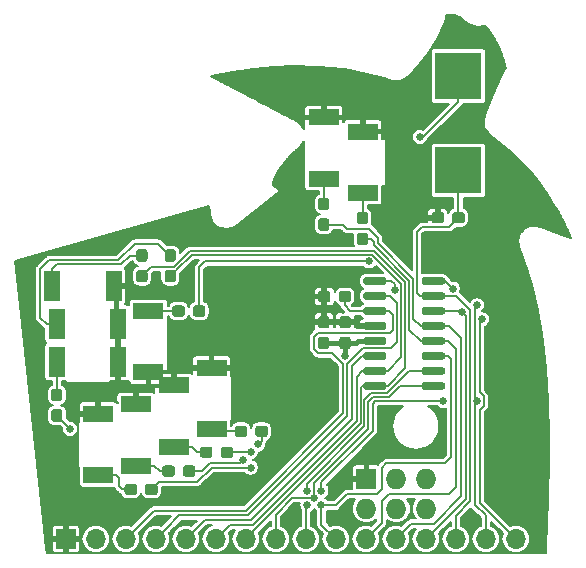
<source format=gbl>
G04 #@! TF.GenerationSoftware,KiCad,Pcbnew,(5.1.2)-1*
G04 #@! TF.CreationDate,2019-07-09T23:17:51-04:00*
G04 #@! TF.ProjectId,SPIvSPI_SAO_White,53504976-5350-4495-9f53-414f5f576869,0*
G04 #@! TF.SameCoordinates,PX90f5600PY584f6c0*
G04 #@! TF.FileFunction,Copper,L2,Bot*
G04 #@! TF.FilePolarity,Positive*
%FSLAX46Y46*%
G04 Gerber Fmt 4.6, Leading zero omitted, Abs format (unit mm)*
G04 Created by KiCad (PCBNEW (5.1.2)-1) date 2019-07-09 23:17:51*
%MOMM*%
%LPD*%
G04 APERTURE LIST*
%ADD10R,1.400000X2.600000*%
%ADD11R,2.600000X1.400000*%
%ADD12O,1.727200X1.727200*%
%ADD13R,1.727200X1.727200*%
%ADD14C,0.100000*%
%ADD15C,0.950000*%
%ADD16C,0.600000*%
%ADD17R,4.000000X4.000000*%
%ADD18O,1.700000X1.700000*%
%ADD19R,1.700000X1.700000*%
%ADD20C,0.650000*%
%ADD21C,0.406400*%
%ADD22C,0.177800*%
%ADD23C,0.203200*%
G04 APERTURE END LIST*
D10*
X-14984000Y4230000D03*
X-20184000Y4230000D03*
X-14584000Y1030000D03*
X-19784000Y1030000D03*
X-14584000Y-2170000D03*
X-19784000Y-2170000D03*
D11*
X-6684000Y-2670000D03*
X-6684000Y-7870000D03*
X-12034000Y-3070000D03*
X-12034000Y2130000D03*
X-9884000Y-4170000D03*
X-9884000Y-9370000D03*
X-13084000Y-5770000D03*
X-13084000Y-10970000D03*
X-16284000Y-6570000D03*
X-16284000Y-11770000D03*
X6116000Y17330000D03*
X6116000Y12130000D03*
X2816000Y18530000D03*
X2816000Y13330000D03*
D12*
X11496000Y-14610000D03*
X11496000Y-12070000D03*
X8956000Y-14610000D03*
X8956000Y-12070000D03*
X6416000Y-14610000D03*
D13*
X6416000Y-12070000D03*
D14*
G36*
X-9923221Y5603856D02*
G01*
X-9900166Y5600437D01*
X-9877557Y5594773D01*
X-9855613Y5586921D01*
X-9834543Y5576956D01*
X-9814552Y5564974D01*
X-9795832Y5551090D01*
X-9778562Y5535438D01*
X-9762910Y5518168D01*
X-9749026Y5499448D01*
X-9737044Y5479457D01*
X-9727079Y5458387D01*
X-9719227Y5436443D01*
X-9713563Y5413834D01*
X-9710144Y5390779D01*
X-9709000Y5367500D01*
X-9709000Y4792500D01*
X-9710144Y4769221D01*
X-9713563Y4746166D01*
X-9719227Y4723557D01*
X-9727079Y4701613D01*
X-9737044Y4680543D01*
X-9749026Y4660552D01*
X-9762910Y4641832D01*
X-9778562Y4624562D01*
X-9795832Y4608910D01*
X-9814552Y4595026D01*
X-9834543Y4583044D01*
X-9855613Y4573079D01*
X-9877557Y4565227D01*
X-9900166Y4559563D01*
X-9923221Y4556144D01*
X-9946500Y4555000D01*
X-10421500Y4555000D01*
X-10444779Y4556144D01*
X-10467834Y4559563D01*
X-10490443Y4565227D01*
X-10512387Y4573079D01*
X-10533457Y4583044D01*
X-10553448Y4595026D01*
X-10572168Y4608910D01*
X-10589438Y4624562D01*
X-10605090Y4641832D01*
X-10618974Y4660552D01*
X-10630956Y4680543D01*
X-10640921Y4701613D01*
X-10648773Y4723557D01*
X-10654437Y4746166D01*
X-10657856Y4769221D01*
X-10659000Y4792500D01*
X-10659000Y5367500D01*
X-10657856Y5390779D01*
X-10654437Y5413834D01*
X-10648773Y5436443D01*
X-10640921Y5458387D01*
X-10630956Y5479457D01*
X-10618974Y5499448D01*
X-10605090Y5518168D01*
X-10589438Y5535438D01*
X-10572168Y5551090D01*
X-10553448Y5564974D01*
X-10533457Y5576956D01*
X-10512387Y5586921D01*
X-10490443Y5594773D01*
X-10467834Y5600437D01*
X-10444779Y5603856D01*
X-10421500Y5605000D01*
X-9946500Y5605000D01*
X-9923221Y5603856D01*
X-9923221Y5603856D01*
G37*
D15*
X-10184000Y5080000D03*
D14*
G36*
X-9923221Y7353856D02*
G01*
X-9900166Y7350437D01*
X-9877557Y7344773D01*
X-9855613Y7336921D01*
X-9834543Y7326956D01*
X-9814552Y7314974D01*
X-9795832Y7301090D01*
X-9778562Y7285438D01*
X-9762910Y7268168D01*
X-9749026Y7249448D01*
X-9737044Y7229457D01*
X-9727079Y7208387D01*
X-9719227Y7186443D01*
X-9713563Y7163834D01*
X-9710144Y7140779D01*
X-9709000Y7117500D01*
X-9709000Y6542500D01*
X-9710144Y6519221D01*
X-9713563Y6496166D01*
X-9719227Y6473557D01*
X-9727079Y6451613D01*
X-9737044Y6430543D01*
X-9749026Y6410552D01*
X-9762910Y6391832D01*
X-9778562Y6374562D01*
X-9795832Y6358910D01*
X-9814552Y6345026D01*
X-9834543Y6333044D01*
X-9855613Y6323079D01*
X-9877557Y6315227D01*
X-9900166Y6309563D01*
X-9923221Y6306144D01*
X-9946500Y6305000D01*
X-10421500Y6305000D01*
X-10444779Y6306144D01*
X-10467834Y6309563D01*
X-10490443Y6315227D01*
X-10512387Y6323079D01*
X-10533457Y6333044D01*
X-10553448Y6345026D01*
X-10572168Y6358910D01*
X-10589438Y6374562D01*
X-10605090Y6391832D01*
X-10618974Y6410552D01*
X-10630956Y6430543D01*
X-10640921Y6451613D01*
X-10648773Y6473557D01*
X-10654437Y6496166D01*
X-10657856Y6519221D01*
X-10659000Y6542500D01*
X-10659000Y7117500D01*
X-10657856Y7140779D01*
X-10654437Y7163834D01*
X-10648773Y7186443D01*
X-10640921Y7208387D01*
X-10630956Y7229457D01*
X-10618974Y7249448D01*
X-10605090Y7268168D01*
X-10589438Y7285438D01*
X-10572168Y7301090D01*
X-10553448Y7314974D01*
X-10533457Y7326956D01*
X-10512387Y7336921D01*
X-10490443Y7344773D01*
X-10467834Y7350437D01*
X-10444779Y7353856D01*
X-10421500Y7355000D01*
X-9946500Y7355000D01*
X-9923221Y7353856D01*
X-9923221Y7353856D01*
G37*
D15*
X-10184000Y6830000D03*
D14*
G36*
X12930703Y-3915722D02*
G01*
X12945264Y-3917882D01*
X12959543Y-3921459D01*
X12973403Y-3926418D01*
X12986710Y-3932712D01*
X12999336Y-3940280D01*
X13011159Y-3949048D01*
X13022066Y-3958934D01*
X13031952Y-3969841D01*
X13040720Y-3981664D01*
X13048288Y-3994290D01*
X13054582Y-4007597D01*
X13059541Y-4021457D01*
X13063118Y-4035736D01*
X13065278Y-4050297D01*
X13066000Y-4065000D01*
X13066000Y-4365000D01*
X13065278Y-4379703D01*
X13063118Y-4394264D01*
X13059541Y-4408543D01*
X13054582Y-4422403D01*
X13048288Y-4435710D01*
X13040720Y-4448336D01*
X13031952Y-4460159D01*
X13022066Y-4471066D01*
X13011159Y-4480952D01*
X12999336Y-4489720D01*
X12986710Y-4497288D01*
X12973403Y-4503582D01*
X12959543Y-4508541D01*
X12945264Y-4512118D01*
X12930703Y-4514278D01*
X12916000Y-4515000D01*
X11266000Y-4515000D01*
X11251297Y-4514278D01*
X11236736Y-4512118D01*
X11222457Y-4508541D01*
X11208597Y-4503582D01*
X11195290Y-4497288D01*
X11182664Y-4489720D01*
X11170841Y-4480952D01*
X11159934Y-4471066D01*
X11150048Y-4460159D01*
X11141280Y-4448336D01*
X11133712Y-4435710D01*
X11127418Y-4422403D01*
X11122459Y-4408543D01*
X11118882Y-4394264D01*
X11116722Y-4379703D01*
X11116000Y-4365000D01*
X11116000Y-4065000D01*
X11116722Y-4050297D01*
X11118882Y-4035736D01*
X11122459Y-4021457D01*
X11127418Y-4007597D01*
X11133712Y-3994290D01*
X11141280Y-3981664D01*
X11150048Y-3969841D01*
X11159934Y-3958934D01*
X11170841Y-3949048D01*
X11182664Y-3940280D01*
X11195290Y-3932712D01*
X11208597Y-3926418D01*
X11222457Y-3921459D01*
X11236736Y-3917882D01*
X11251297Y-3915722D01*
X11266000Y-3915000D01*
X12916000Y-3915000D01*
X12930703Y-3915722D01*
X12930703Y-3915722D01*
G37*
D16*
X12091000Y-4215000D03*
D14*
G36*
X12930703Y-2645722D02*
G01*
X12945264Y-2647882D01*
X12959543Y-2651459D01*
X12973403Y-2656418D01*
X12986710Y-2662712D01*
X12999336Y-2670280D01*
X13011159Y-2679048D01*
X13022066Y-2688934D01*
X13031952Y-2699841D01*
X13040720Y-2711664D01*
X13048288Y-2724290D01*
X13054582Y-2737597D01*
X13059541Y-2751457D01*
X13063118Y-2765736D01*
X13065278Y-2780297D01*
X13066000Y-2795000D01*
X13066000Y-3095000D01*
X13065278Y-3109703D01*
X13063118Y-3124264D01*
X13059541Y-3138543D01*
X13054582Y-3152403D01*
X13048288Y-3165710D01*
X13040720Y-3178336D01*
X13031952Y-3190159D01*
X13022066Y-3201066D01*
X13011159Y-3210952D01*
X12999336Y-3219720D01*
X12986710Y-3227288D01*
X12973403Y-3233582D01*
X12959543Y-3238541D01*
X12945264Y-3242118D01*
X12930703Y-3244278D01*
X12916000Y-3245000D01*
X11266000Y-3245000D01*
X11251297Y-3244278D01*
X11236736Y-3242118D01*
X11222457Y-3238541D01*
X11208597Y-3233582D01*
X11195290Y-3227288D01*
X11182664Y-3219720D01*
X11170841Y-3210952D01*
X11159934Y-3201066D01*
X11150048Y-3190159D01*
X11141280Y-3178336D01*
X11133712Y-3165710D01*
X11127418Y-3152403D01*
X11122459Y-3138543D01*
X11118882Y-3124264D01*
X11116722Y-3109703D01*
X11116000Y-3095000D01*
X11116000Y-2795000D01*
X11116722Y-2780297D01*
X11118882Y-2765736D01*
X11122459Y-2751457D01*
X11127418Y-2737597D01*
X11133712Y-2724290D01*
X11141280Y-2711664D01*
X11150048Y-2699841D01*
X11159934Y-2688934D01*
X11170841Y-2679048D01*
X11182664Y-2670280D01*
X11195290Y-2662712D01*
X11208597Y-2656418D01*
X11222457Y-2651459D01*
X11236736Y-2647882D01*
X11251297Y-2645722D01*
X11266000Y-2645000D01*
X12916000Y-2645000D01*
X12930703Y-2645722D01*
X12930703Y-2645722D01*
G37*
D16*
X12091000Y-2945000D03*
D14*
G36*
X12930703Y-1375722D02*
G01*
X12945264Y-1377882D01*
X12959543Y-1381459D01*
X12973403Y-1386418D01*
X12986710Y-1392712D01*
X12999336Y-1400280D01*
X13011159Y-1409048D01*
X13022066Y-1418934D01*
X13031952Y-1429841D01*
X13040720Y-1441664D01*
X13048288Y-1454290D01*
X13054582Y-1467597D01*
X13059541Y-1481457D01*
X13063118Y-1495736D01*
X13065278Y-1510297D01*
X13066000Y-1525000D01*
X13066000Y-1825000D01*
X13065278Y-1839703D01*
X13063118Y-1854264D01*
X13059541Y-1868543D01*
X13054582Y-1882403D01*
X13048288Y-1895710D01*
X13040720Y-1908336D01*
X13031952Y-1920159D01*
X13022066Y-1931066D01*
X13011159Y-1940952D01*
X12999336Y-1949720D01*
X12986710Y-1957288D01*
X12973403Y-1963582D01*
X12959543Y-1968541D01*
X12945264Y-1972118D01*
X12930703Y-1974278D01*
X12916000Y-1975000D01*
X11266000Y-1975000D01*
X11251297Y-1974278D01*
X11236736Y-1972118D01*
X11222457Y-1968541D01*
X11208597Y-1963582D01*
X11195290Y-1957288D01*
X11182664Y-1949720D01*
X11170841Y-1940952D01*
X11159934Y-1931066D01*
X11150048Y-1920159D01*
X11141280Y-1908336D01*
X11133712Y-1895710D01*
X11127418Y-1882403D01*
X11122459Y-1868543D01*
X11118882Y-1854264D01*
X11116722Y-1839703D01*
X11116000Y-1825000D01*
X11116000Y-1525000D01*
X11116722Y-1510297D01*
X11118882Y-1495736D01*
X11122459Y-1481457D01*
X11127418Y-1467597D01*
X11133712Y-1454290D01*
X11141280Y-1441664D01*
X11150048Y-1429841D01*
X11159934Y-1418934D01*
X11170841Y-1409048D01*
X11182664Y-1400280D01*
X11195290Y-1392712D01*
X11208597Y-1386418D01*
X11222457Y-1381459D01*
X11236736Y-1377882D01*
X11251297Y-1375722D01*
X11266000Y-1375000D01*
X12916000Y-1375000D01*
X12930703Y-1375722D01*
X12930703Y-1375722D01*
G37*
D16*
X12091000Y-1675000D03*
D14*
G36*
X12930703Y-105722D02*
G01*
X12945264Y-107882D01*
X12959543Y-111459D01*
X12973403Y-116418D01*
X12986710Y-122712D01*
X12999336Y-130280D01*
X13011159Y-139048D01*
X13022066Y-148934D01*
X13031952Y-159841D01*
X13040720Y-171664D01*
X13048288Y-184290D01*
X13054582Y-197597D01*
X13059541Y-211457D01*
X13063118Y-225736D01*
X13065278Y-240297D01*
X13066000Y-255000D01*
X13066000Y-555000D01*
X13065278Y-569703D01*
X13063118Y-584264D01*
X13059541Y-598543D01*
X13054582Y-612403D01*
X13048288Y-625710D01*
X13040720Y-638336D01*
X13031952Y-650159D01*
X13022066Y-661066D01*
X13011159Y-670952D01*
X12999336Y-679720D01*
X12986710Y-687288D01*
X12973403Y-693582D01*
X12959543Y-698541D01*
X12945264Y-702118D01*
X12930703Y-704278D01*
X12916000Y-705000D01*
X11266000Y-705000D01*
X11251297Y-704278D01*
X11236736Y-702118D01*
X11222457Y-698541D01*
X11208597Y-693582D01*
X11195290Y-687288D01*
X11182664Y-679720D01*
X11170841Y-670952D01*
X11159934Y-661066D01*
X11150048Y-650159D01*
X11141280Y-638336D01*
X11133712Y-625710D01*
X11127418Y-612403D01*
X11122459Y-598543D01*
X11118882Y-584264D01*
X11116722Y-569703D01*
X11116000Y-555000D01*
X11116000Y-255000D01*
X11116722Y-240297D01*
X11118882Y-225736D01*
X11122459Y-211457D01*
X11127418Y-197597D01*
X11133712Y-184290D01*
X11141280Y-171664D01*
X11150048Y-159841D01*
X11159934Y-148934D01*
X11170841Y-139048D01*
X11182664Y-130280D01*
X11195290Y-122712D01*
X11208597Y-116418D01*
X11222457Y-111459D01*
X11236736Y-107882D01*
X11251297Y-105722D01*
X11266000Y-105000D01*
X12916000Y-105000D01*
X12930703Y-105722D01*
X12930703Y-105722D01*
G37*
D16*
X12091000Y-405000D03*
D14*
G36*
X12930703Y1164278D02*
G01*
X12945264Y1162118D01*
X12959543Y1158541D01*
X12973403Y1153582D01*
X12986710Y1147288D01*
X12999336Y1139720D01*
X13011159Y1130952D01*
X13022066Y1121066D01*
X13031952Y1110159D01*
X13040720Y1098336D01*
X13048288Y1085710D01*
X13054582Y1072403D01*
X13059541Y1058543D01*
X13063118Y1044264D01*
X13065278Y1029703D01*
X13066000Y1015000D01*
X13066000Y715000D01*
X13065278Y700297D01*
X13063118Y685736D01*
X13059541Y671457D01*
X13054582Y657597D01*
X13048288Y644290D01*
X13040720Y631664D01*
X13031952Y619841D01*
X13022066Y608934D01*
X13011159Y599048D01*
X12999336Y590280D01*
X12986710Y582712D01*
X12973403Y576418D01*
X12959543Y571459D01*
X12945264Y567882D01*
X12930703Y565722D01*
X12916000Y565000D01*
X11266000Y565000D01*
X11251297Y565722D01*
X11236736Y567882D01*
X11222457Y571459D01*
X11208597Y576418D01*
X11195290Y582712D01*
X11182664Y590280D01*
X11170841Y599048D01*
X11159934Y608934D01*
X11150048Y619841D01*
X11141280Y631664D01*
X11133712Y644290D01*
X11127418Y657597D01*
X11122459Y671457D01*
X11118882Y685736D01*
X11116722Y700297D01*
X11116000Y715000D01*
X11116000Y1015000D01*
X11116722Y1029703D01*
X11118882Y1044264D01*
X11122459Y1058543D01*
X11127418Y1072403D01*
X11133712Y1085710D01*
X11141280Y1098336D01*
X11150048Y1110159D01*
X11159934Y1121066D01*
X11170841Y1130952D01*
X11182664Y1139720D01*
X11195290Y1147288D01*
X11208597Y1153582D01*
X11222457Y1158541D01*
X11236736Y1162118D01*
X11251297Y1164278D01*
X11266000Y1165000D01*
X12916000Y1165000D01*
X12930703Y1164278D01*
X12930703Y1164278D01*
G37*
D16*
X12091000Y865000D03*
D14*
G36*
X12930703Y2434278D02*
G01*
X12945264Y2432118D01*
X12959543Y2428541D01*
X12973403Y2423582D01*
X12986710Y2417288D01*
X12999336Y2409720D01*
X13011159Y2400952D01*
X13022066Y2391066D01*
X13031952Y2380159D01*
X13040720Y2368336D01*
X13048288Y2355710D01*
X13054582Y2342403D01*
X13059541Y2328543D01*
X13063118Y2314264D01*
X13065278Y2299703D01*
X13066000Y2285000D01*
X13066000Y1985000D01*
X13065278Y1970297D01*
X13063118Y1955736D01*
X13059541Y1941457D01*
X13054582Y1927597D01*
X13048288Y1914290D01*
X13040720Y1901664D01*
X13031952Y1889841D01*
X13022066Y1878934D01*
X13011159Y1869048D01*
X12999336Y1860280D01*
X12986710Y1852712D01*
X12973403Y1846418D01*
X12959543Y1841459D01*
X12945264Y1837882D01*
X12930703Y1835722D01*
X12916000Y1835000D01*
X11266000Y1835000D01*
X11251297Y1835722D01*
X11236736Y1837882D01*
X11222457Y1841459D01*
X11208597Y1846418D01*
X11195290Y1852712D01*
X11182664Y1860280D01*
X11170841Y1869048D01*
X11159934Y1878934D01*
X11150048Y1889841D01*
X11141280Y1901664D01*
X11133712Y1914290D01*
X11127418Y1927597D01*
X11122459Y1941457D01*
X11118882Y1955736D01*
X11116722Y1970297D01*
X11116000Y1985000D01*
X11116000Y2285000D01*
X11116722Y2299703D01*
X11118882Y2314264D01*
X11122459Y2328543D01*
X11127418Y2342403D01*
X11133712Y2355710D01*
X11141280Y2368336D01*
X11150048Y2380159D01*
X11159934Y2391066D01*
X11170841Y2400952D01*
X11182664Y2409720D01*
X11195290Y2417288D01*
X11208597Y2423582D01*
X11222457Y2428541D01*
X11236736Y2432118D01*
X11251297Y2434278D01*
X11266000Y2435000D01*
X12916000Y2435000D01*
X12930703Y2434278D01*
X12930703Y2434278D01*
G37*
D16*
X12091000Y2135000D03*
D14*
G36*
X12930703Y3704278D02*
G01*
X12945264Y3702118D01*
X12959543Y3698541D01*
X12973403Y3693582D01*
X12986710Y3687288D01*
X12999336Y3679720D01*
X13011159Y3670952D01*
X13022066Y3661066D01*
X13031952Y3650159D01*
X13040720Y3638336D01*
X13048288Y3625710D01*
X13054582Y3612403D01*
X13059541Y3598543D01*
X13063118Y3584264D01*
X13065278Y3569703D01*
X13066000Y3555000D01*
X13066000Y3255000D01*
X13065278Y3240297D01*
X13063118Y3225736D01*
X13059541Y3211457D01*
X13054582Y3197597D01*
X13048288Y3184290D01*
X13040720Y3171664D01*
X13031952Y3159841D01*
X13022066Y3148934D01*
X13011159Y3139048D01*
X12999336Y3130280D01*
X12986710Y3122712D01*
X12973403Y3116418D01*
X12959543Y3111459D01*
X12945264Y3107882D01*
X12930703Y3105722D01*
X12916000Y3105000D01*
X11266000Y3105000D01*
X11251297Y3105722D01*
X11236736Y3107882D01*
X11222457Y3111459D01*
X11208597Y3116418D01*
X11195290Y3122712D01*
X11182664Y3130280D01*
X11170841Y3139048D01*
X11159934Y3148934D01*
X11150048Y3159841D01*
X11141280Y3171664D01*
X11133712Y3184290D01*
X11127418Y3197597D01*
X11122459Y3211457D01*
X11118882Y3225736D01*
X11116722Y3240297D01*
X11116000Y3255000D01*
X11116000Y3555000D01*
X11116722Y3569703D01*
X11118882Y3584264D01*
X11122459Y3598543D01*
X11127418Y3612403D01*
X11133712Y3625710D01*
X11141280Y3638336D01*
X11150048Y3650159D01*
X11159934Y3661066D01*
X11170841Y3670952D01*
X11182664Y3679720D01*
X11195290Y3687288D01*
X11208597Y3693582D01*
X11222457Y3698541D01*
X11236736Y3702118D01*
X11251297Y3704278D01*
X11266000Y3705000D01*
X12916000Y3705000D01*
X12930703Y3704278D01*
X12930703Y3704278D01*
G37*
D16*
X12091000Y3405000D03*
D14*
G36*
X12930703Y4974278D02*
G01*
X12945264Y4972118D01*
X12959543Y4968541D01*
X12973403Y4963582D01*
X12986710Y4957288D01*
X12999336Y4949720D01*
X13011159Y4940952D01*
X13022066Y4931066D01*
X13031952Y4920159D01*
X13040720Y4908336D01*
X13048288Y4895710D01*
X13054582Y4882403D01*
X13059541Y4868543D01*
X13063118Y4854264D01*
X13065278Y4839703D01*
X13066000Y4825000D01*
X13066000Y4525000D01*
X13065278Y4510297D01*
X13063118Y4495736D01*
X13059541Y4481457D01*
X13054582Y4467597D01*
X13048288Y4454290D01*
X13040720Y4441664D01*
X13031952Y4429841D01*
X13022066Y4418934D01*
X13011159Y4409048D01*
X12999336Y4400280D01*
X12986710Y4392712D01*
X12973403Y4386418D01*
X12959543Y4381459D01*
X12945264Y4377882D01*
X12930703Y4375722D01*
X12916000Y4375000D01*
X11266000Y4375000D01*
X11251297Y4375722D01*
X11236736Y4377882D01*
X11222457Y4381459D01*
X11208597Y4386418D01*
X11195290Y4392712D01*
X11182664Y4400280D01*
X11170841Y4409048D01*
X11159934Y4418934D01*
X11150048Y4429841D01*
X11141280Y4441664D01*
X11133712Y4454290D01*
X11127418Y4467597D01*
X11122459Y4481457D01*
X11118882Y4495736D01*
X11116722Y4510297D01*
X11116000Y4525000D01*
X11116000Y4825000D01*
X11116722Y4839703D01*
X11118882Y4854264D01*
X11122459Y4868543D01*
X11127418Y4882403D01*
X11133712Y4895710D01*
X11141280Y4908336D01*
X11150048Y4920159D01*
X11159934Y4931066D01*
X11170841Y4940952D01*
X11182664Y4949720D01*
X11195290Y4957288D01*
X11208597Y4963582D01*
X11222457Y4968541D01*
X11236736Y4972118D01*
X11251297Y4974278D01*
X11266000Y4975000D01*
X12916000Y4975000D01*
X12930703Y4974278D01*
X12930703Y4974278D01*
G37*
D16*
X12091000Y4675000D03*
D14*
G36*
X7980703Y4974278D02*
G01*
X7995264Y4972118D01*
X8009543Y4968541D01*
X8023403Y4963582D01*
X8036710Y4957288D01*
X8049336Y4949720D01*
X8061159Y4940952D01*
X8072066Y4931066D01*
X8081952Y4920159D01*
X8090720Y4908336D01*
X8098288Y4895710D01*
X8104582Y4882403D01*
X8109541Y4868543D01*
X8113118Y4854264D01*
X8115278Y4839703D01*
X8116000Y4825000D01*
X8116000Y4525000D01*
X8115278Y4510297D01*
X8113118Y4495736D01*
X8109541Y4481457D01*
X8104582Y4467597D01*
X8098288Y4454290D01*
X8090720Y4441664D01*
X8081952Y4429841D01*
X8072066Y4418934D01*
X8061159Y4409048D01*
X8049336Y4400280D01*
X8036710Y4392712D01*
X8023403Y4386418D01*
X8009543Y4381459D01*
X7995264Y4377882D01*
X7980703Y4375722D01*
X7966000Y4375000D01*
X6316000Y4375000D01*
X6301297Y4375722D01*
X6286736Y4377882D01*
X6272457Y4381459D01*
X6258597Y4386418D01*
X6245290Y4392712D01*
X6232664Y4400280D01*
X6220841Y4409048D01*
X6209934Y4418934D01*
X6200048Y4429841D01*
X6191280Y4441664D01*
X6183712Y4454290D01*
X6177418Y4467597D01*
X6172459Y4481457D01*
X6168882Y4495736D01*
X6166722Y4510297D01*
X6166000Y4525000D01*
X6166000Y4825000D01*
X6166722Y4839703D01*
X6168882Y4854264D01*
X6172459Y4868543D01*
X6177418Y4882403D01*
X6183712Y4895710D01*
X6191280Y4908336D01*
X6200048Y4920159D01*
X6209934Y4931066D01*
X6220841Y4940952D01*
X6232664Y4949720D01*
X6245290Y4957288D01*
X6258597Y4963582D01*
X6272457Y4968541D01*
X6286736Y4972118D01*
X6301297Y4974278D01*
X6316000Y4975000D01*
X7966000Y4975000D01*
X7980703Y4974278D01*
X7980703Y4974278D01*
G37*
D16*
X7141000Y4675000D03*
D14*
G36*
X7980703Y3704278D02*
G01*
X7995264Y3702118D01*
X8009543Y3698541D01*
X8023403Y3693582D01*
X8036710Y3687288D01*
X8049336Y3679720D01*
X8061159Y3670952D01*
X8072066Y3661066D01*
X8081952Y3650159D01*
X8090720Y3638336D01*
X8098288Y3625710D01*
X8104582Y3612403D01*
X8109541Y3598543D01*
X8113118Y3584264D01*
X8115278Y3569703D01*
X8116000Y3555000D01*
X8116000Y3255000D01*
X8115278Y3240297D01*
X8113118Y3225736D01*
X8109541Y3211457D01*
X8104582Y3197597D01*
X8098288Y3184290D01*
X8090720Y3171664D01*
X8081952Y3159841D01*
X8072066Y3148934D01*
X8061159Y3139048D01*
X8049336Y3130280D01*
X8036710Y3122712D01*
X8023403Y3116418D01*
X8009543Y3111459D01*
X7995264Y3107882D01*
X7980703Y3105722D01*
X7966000Y3105000D01*
X6316000Y3105000D01*
X6301297Y3105722D01*
X6286736Y3107882D01*
X6272457Y3111459D01*
X6258597Y3116418D01*
X6245290Y3122712D01*
X6232664Y3130280D01*
X6220841Y3139048D01*
X6209934Y3148934D01*
X6200048Y3159841D01*
X6191280Y3171664D01*
X6183712Y3184290D01*
X6177418Y3197597D01*
X6172459Y3211457D01*
X6168882Y3225736D01*
X6166722Y3240297D01*
X6166000Y3255000D01*
X6166000Y3555000D01*
X6166722Y3569703D01*
X6168882Y3584264D01*
X6172459Y3598543D01*
X6177418Y3612403D01*
X6183712Y3625710D01*
X6191280Y3638336D01*
X6200048Y3650159D01*
X6209934Y3661066D01*
X6220841Y3670952D01*
X6232664Y3679720D01*
X6245290Y3687288D01*
X6258597Y3693582D01*
X6272457Y3698541D01*
X6286736Y3702118D01*
X6301297Y3704278D01*
X6316000Y3705000D01*
X7966000Y3705000D01*
X7980703Y3704278D01*
X7980703Y3704278D01*
G37*
D16*
X7141000Y3405000D03*
D14*
G36*
X7980703Y2434278D02*
G01*
X7995264Y2432118D01*
X8009543Y2428541D01*
X8023403Y2423582D01*
X8036710Y2417288D01*
X8049336Y2409720D01*
X8061159Y2400952D01*
X8072066Y2391066D01*
X8081952Y2380159D01*
X8090720Y2368336D01*
X8098288Y2355710D01*
X8104582Y2342403D01*
X8109541Y2328543D01*
X8113118Y2314264D01*
X8115278Y2299703D01*
X8116000Y2285000D01*
X8116000Y1985000D01*
X8115278Y1970297D01*
X8113118Y1955736D01*
X8109541Y1941457D01*
X8104582Y1927597D01*
X8098288Y1914290D01*
X8090720Y1901664D01*
X8081952Y1889841D01*
X8072066Y1878934D01*
X8061159Y1869048D01*
X8049336Y1860280D01*
X8036710Y1852712D01*
X8023403Y1846418D01*
X8009543Y1841459D01*
X7995264Y1837882D01*
X7980703Y1835722D01*
X7966000Y1835000D01*
X6316000Y1835000D01*
X6301297Y1835722D01*
X6286736Y1837882D01*
X6272457Y1841459D01*
X6258597Y1846418D01*
X6245290Y1852712D01*
X6232664Y1860280D01*
X6220841Y1869048D01*
X6209934Y1878934D01*
X6200048Y1889841D01*
X6191280Y1901664D01*
X6183712Y1914290D01*
X6177418Y1927597D01*
X6172459Y1941457D01*
X6168882Y1955736D01*
X6166722Y1970297D01*
X6166000Y1985000D01*
X6166000Y2285000D01*
X6166722Y2299703D01*
X6168882Y2314264D01*
X6172459Y2328543D01*
X6177418Y2342403D01*
X6183712Y2355710D01*
X6191280Y2368336D01*
X6200048Y2380159D01*
X6209934Y2391066D01*
X6220841Y2400952D01*
X6232664Y2409720D01*
X6245290Y2417288D01*
X6258597Y2423582D01*
X6272457Y2428541D01*
X6286736Y2432118D01*
X6301297Y2434278D01*
X6316000Y2435000D01*
X7966000Y2435000D01*
X7980703Y2434278D01*
X7980703Y2434278D01*
G37*
D16*
X7141000Y2135000D03*
D14*
G36*
X7980703Y1164278D02*
G01*
X7995264Y1162118D01*
X8009543Y1158541D01*
X8023403Y1153582D01*
X8036710Y1147288D01*
X8049336Y1139720D01*
X8061159Y1130952D01*
X8072066Y1121066D01*
X8081952Y1110159D01*
X8090720Y1098336D01*
X8098288Y1085710D01*
X8104582Y1072403D01*
X8109541Y1058543D01*
X8113118Y1044264D01*
X8115278Y1029703D01*
X8116000Y1015000D01*
X8116000Y715000D01*
X8115278Y700297D01*
X8113118Y685736D01*
X8109541Y671457D01*
X8104582Y657597D01*
X8098288Y644290D01*
X8090720Y631664D01*
X8081952Y619841D01*
X8072066Y608934D01*
X8061159Y599048D01*
X8049336Y590280D01*
X8036710Y582712D01*
X8023403Y576418D01*
X8009543Y571459D01*
X7995264Y567882D01*
X7980703Y565722D01*
X7966000Y565000D01*
X6316000Y565000D01*
X6301297Y565722D01*
X6286736Y567882D01*
X6272457Y571459D01*
X6258597Y576418D01*
X6245290Y582712D01*
X6232664Y590280D01*
X6220841Y599048D01*
X6209934Y608934D01*
X6200048Y619841D01*
X6191280Y631664D01*
X6183712Y644290D01*
X6177418Y657597D01*
X6172459Y671457D01*
X6168882Y685736D01*
X6166722Y700297D01*
X6166000Y715000D01*
X6166000Y1015000D01*
X6166722Y1029703D01*
X6168882Y1044264D01*
X6172459Y1058543D01*
X6177418Y1072403D01*
X6183712Y1085710D01*
X6191280Y1098336D01*
X6200048Y1110159D01*
X6209934Y1121066D01*
X6220841Y1130952D01*
X6232664Y1139720D01*
X6245290Y1147288D01*
X6258597Y1153582D01*
X6272457Y1158541D01*
X6286736Y1162118D01*
X6301297Y1164278D01*
X6316000Y1165000D01*
X7966000Y1165000D01*
X7980703Y1164278D01*
X7980703Y1164278D01*
G37*
D16*
X7141000Y865000D03*
D14*
G36*
X7980703Y-105722D02*
G01*
X7995264Y-107882D01*
X8009543Y-111459D01*
X8023403Y-116418D01*
X8036710Y-122712D01*
X8049336Y-130280D01*
X8061159Y-139048D01*
X8072066Y-148934D01*
X8081952Y-159841D01*
X8090720Y-171664D01*
X8098288Y-184290D01*
X8104582Y-197597D01*
X8109541Y-211457D01*
X8113118Y-225736D01*
X8115278Y-240297D01*
X8116000Y-255000D01*
X8116000Y-555000D01*
X8115278Y-569703D01*
X8113118Y-584264D01*
X8109541Y-598543D01*
X8104582Y-612403D01*
X8098288Y-625710D01*
X8090720Y-638336D01*
X8081952Y-650159D01*
X8072066Y-661066D01*
X8061159Y-670952D01*
X8049336Y-679720D01*
X8036710Y-687288D01*
X8023403Y-693582D01*
X8009543Y-698541D01*
X7995264Y-702118D01*
X7980703Y-704278D01*
X7966000Y-705000D01*
X6316000Y-705000D01*
X6301297Y-704278D01*
X6286736Y-702118D01*
X6272457Y-698541D01*
X6258597Y-693582D01*
X6245290Y-687288D01*
X6232664Y-679720D01*
X6220841Y-670952D01*
X6209934Y-661066D01*
X6200048Y-650159D01*
X6191280Y-638336D01*
X6183712Y-625710D01*
X6177418Y-612403D01*
X6172459Y-598543D01*
X6168882Y-584264D01*
X6166722Y-569703D01*
X6166000Y-555000D01*
X6166000Y-255000D01*
X6166722Y-240297D01*
X6168882Y-225736D01*
X6172459Y-211457D01*
X6177418Y-197597D01*
X6183712Y-184290D01*
X6191280Y-171664D01*
X6200048Y-159841D01*
X6209934Y-148934D01*
X6220841Y-139048D01*
X6232664Y-130280D01*
X6245290Y-122712D01*
X6258597Y-116418D01*
X6272457Y-111459D01*
X6286736Y-107882D01*
X6301297Y-105722D01*
X6316000Y-105000D01*
X7966000Y-105000D01*
X7980703Y-105722D01*
X7980703Y-105722D01*
G37*
D16*
X7141000Y-405000D03*
D14*
G36*
X7980703Y-1375722D02*
G01*
X7995264Y-1377882D01*
X8009543Y-1381459D01*
X8023403Y-1386418D01*
X8036710Y-1392712D01*
X8049336Y-1400280D01*
X8061159Y-1409048D01*
X8072066Y-1418934D01*
X8081952Y-1429841D01*
X8090720Y-1441664D01*
X8098288Y-1454290D01*
X8104582Y-1467597D01*
X8109541Y-1481457D01*
X8113118Y-1495736D01*
X8115278Y-1510297D01*
X8116000Y-1525000D01*
X8116000Y-1825000D01*
X8115278Y-1839703D01*
X8113118Y-1854264D01*
X8109541Y-1868543D01*
X8104582Y-1882403D01*
X8098288Y-1895710D01*
X8090720Y-1908336D01*
X8081952Y-1920159D01*
X8072066Y-1931066D01*
X8061159Y-1940952D01*
X8049336Y-1949720D01*
X8036710Y-1957288D01*
X8023403Y-1963582D01*
X8009543Y-1968541D01*
X7995264Y-1972118D01*
X7980703Y-1974278D01*
X7966000Y-1975000D01*
X6316000Y-1975000D01*
X6301297Y-1974278D01*
X6286736Y-1972118D01*
X6272457Y-1968541D01*
X6258597Y-1963582D01*
X6245290Y-1957288D01*
X6232664Y-1949720D01*
X6220841Y-1940952D01*
X6209934Y-1931066D01*
X6200048Y-1920159D01*
X6191280Y-1908336D01*
X6183712Y-1895710D01*
X6177418Y-1882403D01*
X6172459Y-1868543D01*
X6168882Y-1854264D01*
X6166722Y-1839703D01*
X6166000Y-1825000D01*
X6166000Y-1525000D01*
X6166722Y-1510297D01*
X6168882Y-1495736D01*
X6172459Y-1481457D01*
X6177418Y-1467597D01*
X6183712Y-1454290D01*
X6191280Y-1441664D01*
X6200048Y-1429841D01*
X6209934Y-1418934D01*
X6220841Y-1409048D01*
X6232664Y-1400280D01*
X6245290Y-1392712D01*
X6258597Y-1386418D01*
X6272457Y-1381459D01*
X6286736Y-1377882D01*
X6301297Y-1375722D01*
X6316000Y-1375000D01*
X7966000Y-1375000D01*
X7980703Y-1375722D01*
X7980703Y-1375722D01*
G37*
D16*
X7141000Y-1675000D03*
D14*
G36*
X7980703Y-2645722D02*
G01*
X7995264Y-2647882D01*
X8009543Y-2651459D01*
X8023403Y-2656418D01*
X8036710Y-2662712D01*
X8049336Y-2670280D01*
X8061159Y-2679048D01*
X8072066Y-2688934D01*
X8081952Y-2699841D01*
X8090720Y-2711664D01*
X8098288Y-2724290D01*
X8104582Y-2737597D01*
X8109541Y-2751457D01*
X8113118Y-2765736D01*
X8115278Y-2780297D01*
X8116000Y-2795000D01*
X8116000Y-3095000D01*
X8115278Y-3109703D01*
X8113118Y-3124264D01*
X8109541Y-3138543D01*
X8104582Y-3152403D01*
X8098288Y-3165710D01*
X8090720Y-3178336D01*
X8081952Y-3190159D01*
X8072066Y-3201066D01*
X8061159Y-3210952D01*
X8049336Y-3219720D01*
X8036710Y-3227288D01*
X8023403Y-3233582D01*
X8009543Y-3238541D01*
X7995264Y-3242118D01*
X7980703Y-3244278D01*
X7966000Y-3245000D01*
X6316000Y-3245000D01*
X6301297Y-3244278D01*
X6286736Y-3242118D01*
X6272457Y-3238541D01*
X6258597Y-3233582D01*
X6245290Y-3227288D01*
X6232664Y-3219720D01*
X6220841Y-3210952D01*
X6209934Y-3201066D01*
X6200048Y-3190159D01*
X6191280Y-3178336D01*
X6183712Y-3165710D01*
X6177418Y-3152403D01*
X6172459Y-3138543D01*
X6168882Y-3124264D01*
X6166722Y-3109703D01*
X6166000Y-3095000D01*
X6166000Y-2795000D01*
X6166722Y-2780297D01*
X6168882Y-2765736D01*
X6172459Y-2751457D01*
X6177418Y-2737597D01*
X6183712Y-2724290D01*
X6191280Y-2711664D01*
X6200048Y-2699841D01*
X6209934Y-2688934D01*
X6220841Y-2679048D01*
X6232664Y-2670280D01*
X6245290Y-2662712D01*
X6258597Y-2656418D01*
X6272457Y-2651459D01*
X6286736Y-2647882D01*
X6301297Y-2645722D01*
X6316000Y-2645000D01*
X7966000Y-2645000D01*
X7980703Y-2645722D01*
X7980703Y-2645722D01*
G37*
D16*
X7141000Y-2945000D03*
D14*
G36*
X7980703Y-3915722D02*
G01*
X7995264Y-3917882D01*
X8009543Y-3921459D01*
X8023403Y-3926418D01*
X8036710Y-3932712D01*
X8049336Y-3940280D01*
X8061159Y-3949048D01*
X8072066Y-3958934D01*
X8081952Y-3969841D01*
X8090720Y-3981664D01*
X8098288Y-3994290D01*
X8104582Y-4007597D01*
X8109541Y-4021457D01*
X8113118Y-4035736D01*
X8115278Y-4050297D01*
X8116000Y-4065000D01*
X8116000Y-4365000D01*
X8115278Y-4379703D01*
X8113118Y-4394264D01*
X8109541Y-4408543D01*
X8104582Y-4422403D01*
X8098288Y-4435710D01*
X8090720Y-4448336D01*
X8081952Y-4460159D01*
X8072066Y-4471066D01*
X8061159Y-4480952D01*
X8049336Y-4489720D01*
X8036710Y-4497288D01*
X8023403Y-4503582D01*
X8009543Y-4508541D01*
X7995264Y-4512118D01*
X7980703Y-4514278D01*
X7966000Y-4515000D01*
X6316000Y-4515000D01*
X6301297Y-4514278D01*
X6286736Y-4512118D01*
X6272457Y-4508541D01*
X6258597Y-4503582D01*
X6245290Y-4497288D01*
X6232664Y-4489720D01*
X6220841Y-4480952D01*
X6209934Y-4471066D01*
X6200048Y-4460159D01*
X6191280Y-4448336D01*
X6183712Y-4435710D01*
X6177418Y-4422403D01*
X6172459Y-4408543D01*
X6168882Y-4394264D01*
X6166722Y-4379703D01*
X6166000Y-4365000D01*
X6166000Y-4065000D01*
X6166722Y-4050297D01*
X6168882Y-4035736D01*
X6172459Y-4021457D01*
X6177418Y-4007597D01*
X6183712Y-3994290D01*
X6191280Y-3981664D01*
X6200048Y-3969841D01*
X6209934Y-3958934D01*
X6220841Y-3949048D01*
X6232664Y-3940280D01*
X6245290Y-3932712D01*
X6258597Y-3926418D01*
X6272457Y-3921459D01*
X6286736Y-3917882D01*
X6301297Y-3915722D01*
X6316000Y-3915000D01*
X7966000Y-3915000D01*
X7980703Y-3915722D01*
X7980703Y-3915722D01*
G37*
D16*
X7141000Y-4215000D03*
D17*
X14216000Y22030000D03*
X14216000Y14030000D03*
D14*
G36*
X14526779Y10503856D02*
G01*
X14549834Y10500437D01*
X14572443Y10494773D01*
X14594387Y10486921D01*
X14615457Y10476956D01*
X14635448Y10464974D01*
X14654168Y10451090D01*
X14671438Y10435438D01*
X14687090Y10418168D01*
X14700974Y10399448D01*
X14712956Y10379457D01*
X14722921Y10358387D01*
X14730773Y10336443D01*
X14736437Y10313834D01*
X14739856Y10290779D01*
X14741000Y10267500D01*
X14741000Y9792500D01*
X14739856Y9769221D01*
X14736437Y9746166D01*
X14730773Y9723557D01*
X14722921Y9701613D01*
X14712956Y9680543D01*
X14700974Y9660552D01*
X14687090Y9641832D01*
X14671438Y9624562D01*
X14654168Y9608910D01*
X14635448Y9595026D01*
X14615457Y9583044D01*
X14594387Y9573079D01*
X14572443Y9565227D01*
X14549834Y9559563D01*
X14526779Y9556144D01*
X14503500Y9555000D01*
X13928500Y9555000D01*
X13905221Y9556144D01*
X13882166Y9559563D01*
X13859557Y9565227D01*
X13837613Y9573079D01*
X13816543Y9583044D01*
X13796552Y9595026D01*
X13777832Y9608910D01*
X13760562Y9624562D01*
X13744910Y9641832D01*
X13731026Y9660552D01*
X13719044Y9680543D01*
X13709079Y9701613D01*
X13701227Y9723557D01*
X13695563Y9746166D01*
X13692144Y9769221D01*
X13691000Y9792500D01*
X13691000Y10267500D01*
X13692144Y10290779D01*
X13695563Y10313834D01*
X13701227Y10336443D01*
X13709079Y10358387D01*
X13719044Y10379457D01*
X13731026Y10399448D01*
X13744910Y10418168D01*
X13760562Y10435438D01*
X13777832Y10451090D01*
X13796552Y10464974D01*
X13816543Y10476956D01*
X13837613Y10486921D01*
X13859557Y10494773D01*
X13882166Y10500437D01*
X13905221Y10503856D01*
X13928500Y10505000D01*
X14503500Y10505000D01*
X14526779Y10503856D01*
X14526779Y10503856D01*
G37*
D15*
X14216000Y10030000D03*
D14*
G36*
X12776779Y10503856D02*
G01*
X12799834Y10500437D01*
X12822443Y10494773D01*
X12844387Y10486921D01*
X12865457Y10476956D01*
X12885448Y10464974D01*
X12904168Y10451090D01*
X12921438Y10435438D01*
X12937090Y10418168D01*
X12950974Y10399448D01*
X12962956Y10379457D01*
X12972921Y10358387D01*
X12980773Y10336443D01*
X12986437Y10313834D01*
X12989856Y10290779D01*
X12991000Y10267500D01*
X12991000Y9792500D01*
X12989856Y9769221D01*
X12986437Y9746166D01*
X12980773Y9723557D01*
X12972921Y9701613D01*
X12962956Y9680543D01*
X12950974Y9660552D01*
X12937090Y9641832D01*
X12921438Y9624562D01*
X12904168Y9608910D01*
X12885448Y9595026D01*
X12865457Y9583044D01*
X12844387Y9573079D01*
X12822443Y9565227D01*
X12799834Y9559563D01*
X12776779Y9556144D01*
X12753500Y9555000D01*
X12178500Y9555000D01*
X12155221Y9556144D01*
X12132166Y9559563D01*
X12109557Y9565227D01*
X12087613Y9573079D01*
X12066543Y9583044D01*
X12046552Y9595026D01*
X12027832Y9608910D01*
X12010562Y9624562D01*
X11994910Y9641832D01*
X11981026Y9660552D01*
X11969044Y9680543D01*
X11959079Y9701613D01*
X11951227Y9723557D01*
X11945563Y9746166D01*
X11942144Y9769221D01*
X11941000Y9792500D01*
X11941000Y10267500D01*
X11942144Y10290779D01*
X11945563Y10313834D01*
X11951227Y10336443D01*
X11959079Y10358387D01*
X11969044Y10379457D01*
X11981026Y10399448D01*
X11994910Y10418168D01*
X12010562Y10435438D01*
X12027832Y10451090D01*
X12046552Y10464974D01*
X12066543Y10476956D01*
X12087613Y10486921D01*
X12109557Y10494773D01*
X12132166Y10500437D01*
X12155221Y10503856D01*
X12178500Y10505000D01*
X12753500Y10505000D01*
X12776779Y10503856D01*
X12776779Y10503856D01*
G37*
D15*
X12466000Y10030000D03*
D14*
G36*
X-2139221Y-7576144D02*
G01*
X-2116166Y-7579563D01*
X-2093557Y-7585227D01*
X-2071613Y-7593079D01*
X-2050543Y-7603044D01*
X-2030552Y-7615026D01*
X-2011832Y-7628910D01*
X-1994562Y-7644562D01*
X-1978910Y-7661832D01*
X-1965026Y-7680552D01*
X-1953044Y-7700543D01*
X-1943079Y-7721613D01*
X-1935227Y-7743557D01*
X-1929563Y-7766166D01*
X-1926144Y-7789221D01*
X-1925000Y-7812500D01*
X-1925000Y-8287500D01*
X-1926144Y-8310779D01*
X-1929563Y-8333834D01*
X-1935227Y-8356443D01*
X-1943079Y-8378387D01*
X-1953044Y-8399457D01*
X-1965026Y-8419448D01*
X-1978910Y-8438168D01*
X-1994562Y-8455438D01*
X-2011832Y-8471090D01*
X-2030552Y-8484974D01*
X-2050543Y-8496956D01*
X-2071613Y-8506921D01*
X-2093557Y-8514773D01*
X-2116166Y-8520437D01*
X-2139221Y-8523856D01*
X-2162500Y-8525000D01*
X-2737500Y-8525000D01*
X-2760779Y-8523856D01*
X-2783834Y-8520437D01*
X-2806443Y-8514773D01*
X-2828387Y-8506921D01*
X-2849457Y-8496956D01*
X-2869448Y-8484974D01*
X-2888168Y-8471090D01*
X-2905438Y-8455438D01*
X-2921090Y-8438168D01*
X-2934974Y-8419448D01*
X-2946956Y-8399457D01*
X-2956921Y-8378387D01*
X-2964773Y-8356443D01*
X-2970437Y-8333834D01*
X-2973856Y-8310779D01*
X-2975000Y-8287500D01*
X-2975000Y-7812500D01*
X-2973856Y-7789221D01*
X-2970437Y-7766166D01*
X-2964773Y-7743557D01*
X-2956921Y-7721613D01*
X-2946956Y-7700543D01*
X-2934974Y-7680552D01*
X-2921090Y-7661832D01*
X-2905438Y-7644562D01*
X-2888168Y-7628910D01*
X-2869448Y-7615026D01*
X-2849457Y-7603044D01*
X-2828387Y-7593079D01*
X-2806443Y-7585227D01*
X-2783834Y-7579563D01*
X-2760779Y-7576144D01*
X-2737500Y-7575000D01*
X-2162500Y-7575000D01*
X-2139221Y-7576144D01*
X-2139221Y-7576144D01*
G37*
D15*
X-2450000Y-8050000D03*
D14*
G36*
X-3889221Y-7576144D02*
G01*
X-3866166Y-7579563D01*
X-3843557Y-7585227D01*
X-3821613Y-7593079D01*
X-3800543Y-7603044D01*
X-3780552Y-7615026D01*
X-3761832Y-7628910D01*
X-3744562Y-7644562D01*
X-3728910Y-7661832D01*
X-3715026Y-7680552D01*
X-3703044Y-7700543D01*
X-3693079Y-7721613D01*
X-3685227Y-7743557D01*
X-3679563Y-7766166D01*
X-3676144Y-7789221D01*
X-3675000Y-7812500D01*
X-3675000Y-8287500D01*
X-3676144Y-8310779D01*
X-3679563Y-8333834D01*
X-3685227Y-8356443D01*
X-3693079Y-8378387D01*
X-3703044Y-8399457D01*
X-3715026Y-8419448D01*
X-3728910Y-8438168D01*
X-3744562Y-8455438D01*
X-3761832Y-8471090D01*
X-3780552Y-8484974D01*
X-3800543Y-8496956D01*
X-3821613Y-8506921D01*
X-3843557Y-8514773D01*
X-3866166Y-8520437D01*
X-3889221Y-8523856D01*
X-3912500Y-8525000D01*
X-4487500Y-8525000D01*
X-4510779Y-8523856D01*
X-4533834Y-8520437D01*
X-4556443Y-8514773D01*
X-4578387Y-8506921D01*
X-4599457Y-8496956D01*
X-4619448Y-8484974D01*
X-4638168Y-8471090D01*
X-4655438Y-8455438D01*
X-4671090Y-8438168D01*
X-4684974Y-8419448D01*
X-4696956Y-8399457D01*
X-4706921Y-8378387D01*
X-4714773Y-8356443D01*
X-4720437Y-8333834D01*
X-4723856Y-8310779D01*
X-4725000Y-8287500D01*
X-4725000Y-7812500D01*
X-4723856Y-7789221D01*
X-4720437Y-7766166D01*
X-4714773Y-7743557D01*
X-4706921Y-7721613D01*
X-4696956Y-7700543D01*
X-4684974Y-7680552D01*
X-4671090Y-7661832D01*
X-4655438Y-7644562D01*
X-4638168Y-7628910D01*
X-4619448Y-7615026D01*
X-4599457Y-7603044D01*
X-4578387Y-7593079D01*
X-4556443Y-7585227D01*
X-4533834Y-7579563D01*
X-4510779Y-7576144D01*
X-4487500Y-7575000D01*
X-3912500Y-7575000D01*
X-3889221Y-7576144D01*
X-3889221Y-7576144D01*
G37*
D15*
X-4200000Y-8050000D03*
D14*
G36*
X-7423221Y2603856D02*
G01*
X-7400166Y2600437D01*
X-7377557Y2594773D01*
X-7355613Y2586921D01*
X-7334543Y2576956D01*
X-7314552Y2564974D01*
X-7295832Y2551090D01*
X-7278562Y2535438D01*
X-7262910Y2518168D01*
X-7249026Y2499448D01*
X-7237044Y2479457D01*
X-7227079Y2458387D01*
X-7219227Y2436443D01*
X-7213563Y2413834D01*
X-7210144Y2390779D01*
X-7209000Y2367500D01*
X-7209000Y1892500D01*
X-7210144Y1869221D01*
X-7213563Y1846166D01*
X-7219227Y1823557D01*
X-7227079Y1801613D01*
X-7237044Y1780543D01*
X-7249026Y1760552D01*
X-7262910Y1741832D01*
X-7278562Y1724562D01*
X-7295832Y1708910D01*
X-7314552Y1695026D01*
X-7334543Y1683044D01*
X-7355613Y1673079D01*
X-7377557Y1665227D01*
X-7400166Y1659563D01*
X-7423221Y1656144D01*
X-7446500Y1655000D01*
X-8021500Y1655000D01*
X-8044779Y1656144D01*
X-8067834Y1659563D01*
X-8090443Y1665227D01*
X-8112387Y1673079D01*
X-8133457Y1683044D01*
X-8153448Y1695026D01*
X-8172168Y1708910D01*
X-8189438Y1724562D01*
X-8205090Y1741832D01*
X-8218974Y1760552D01*
X-8230956Y1780543D01*
X-8240921Y1801613D01*
X-8248773Y1823557D01*
X-8254437Y1846166D01*
X-8257856Y1869221D01*
X-8259000Y1892500D01*
X-8259000Y2367500D01*
X-8257856Y2390779D01*
X-8254437Y2413834D01*
X-8248773Y2436443D01*
X-8240921Y2458387D01*
X-8230956Y2479457D01*
X-8218974Y2499448D01*
X-8205090Y2518168D01*
X-8189438Y2535438D01*
X-8172168Y2551090D01*
X-8153448Y2564974D01*
X-8133457Y2576956D01*
X-8112387Y2586921D01*
X-8090443Y2594773D01*
X-8067834Y2600437D01*
X-8044779Y2603856D01*
X-8021500Y2605000D01*
X-7446500Y2605000D01*
X-7423221Y2603856D01*
X-7423221Y2603856D01*
G37*
D15*
X-7734000Y2130000D03*
D14*
G36*
X-9173221Y2603856D02*
G01*
X-9150166Y2600437D01*
X-9127557Y2594773D01*
X-9105613Y2586921D01*
X-9084543Y2576956D01*
X-9064552Y2564974D01*
X-9045832Y2551090D01*
X-9028562Y2535438D01*
X-9012910Y2518168D01*
X-8999026Y2499448D01*
X-8987044Y2479457D01*
X-8977079Y2458387D01*
X-8969227Y2436443D01*
X-8963563Y2413834D01*
X-8960144Y2390779D01*
X-8959000Y2367500D01*
X-8959000Y1892500D01*
X-8960144Y1869221D01*
X-8963563Y1846166D01*
X-8969227Y1823557D01*
X-8977079Y1801613D01*
X-8987044Y1780543D01*
X-8999026Y1760552D01*
X-9012910Y1741832D01*
X-9028562Y1724562D01*
X-9045832Y1708910D01*
X-9064552Y1695026D01*
X-9084543Y1683044D01*
X-9105613Y1673079D01*
X-9127557Y1665227D01*
X-9150166Y1659563D01*
X-9173221Y1656144D01*
X-9196500Y1655000D01*
X-9771500Y1655000D01*
X-9794779Y1656144D01*
X-9817834Y1659563D01*
X-9840443Y1665227D01*
X-9862387Y1673079D01*
X-9883457Y1683044D01*
X-9903448Y1695026D01*
X-9922168Y1708910D01*
X-9939438Y1724562D01*
X-9955090Y1741832D01*
X-9968974Y1760552D01*
X-9980956Y1780543D01*
X-9990921Y1801613D01*
X-9998773Y1823557D01*
X-10004437Y1846166D01*
X-10007856Y1869221D01*
X-10009000Y1892500D01*
X-10009000Y2367500D01*
X-10007856Y2390779D01*
X-10004437Y2413834D01*
X-9998773Y2436443D01*
X-9990921Y2458387D01*
X-9980956Y2479457D01*
X-9968974Y2499448D01*
X-9955090Y2518168D01*
X-9939438Y2535438D01*
X-9922168Y2551090D01*
X-9903448Y2564974D01*
X-9883457Y2576956D01*
X-9862387Y2586921D01*
X-9840443Y2594773D01*
X-9817834Y2600437D01*
X-9794779Y2603856D01*
X-9771500Y2605000D01*
X-9196500Y2605000D01*
X-9173221Y2603856D01*
X-9173221Y2603856D01*
G37*
D15*
X-9484000Y2130000D03*
D14*
G36*
X-19523221Y-6196144D02*
G01*
X-19500166Y-6199563D01*
X-19477557Y-6205227D01*
X-19455613Y-6213079D01*
X-19434543Y-6223044D01*
X-19414552Y-6235026D01*
X-19395832Y-6248910D01*
X-19378562Y-6264562D01*
X-19362910Y-6281832D01*
X-19349026Y-6300552D01*
X-19337044Y-6320543D01*
X-19327079Y-6341613D01*
X-19319227Y-6363557D01*
X-19313563Y-6386166D01*
X-19310144Y-6409221D01*
X-19309000Y-6432500D01*
X-19309000Y-7007500D01*
X-19310144Y-7030779D01*
X-19313563Y-7053834D01*
X-19319227Y-7076443D01*
X-19327079Y-7098387D01*
X-19337044Y-7119457D01*
X-19349026Y-7139448D01*
X-19362910Y-7158168D01*
X-19378562Y-7175438D01*
X-19395832Y-7191090D01*
X-19414552Y-7204974D01*
X-19434543Y-7216956D01*
X-19455613Y-7226921D01*
X-19477557Y-7234773D01*
X-19500166Y-7240437D01*
X-19523221Y-7243856D01*
X-19546500Y-7245000D01*
X-20021500Y-7245000D01*
X-20044779Y-7243856D01*
X-20067834Y-7240437D01*
X-20090443Y-7234773D01*
X-20112387Y-7226921D01*
X-20133457Y-7216956D01*
X-20153448Y-7204974D01*
X-20172168Y-7191090D01*
X-20189438Y-7175438D01*
X-20205090Y-7158168D01*
X-20218974Y-7139448D01*
X-20230956Y-7119457D01*
X-20240921Y-7098387D01*
X-20248773Y-7076443D01*
X-20254437Y-7053834D01*
X-20257856Y-7030779D01*
X-20259000Y-7007500D01*
X-20259000Y-6432500D01*
X-20257856Y-6409221D01*
X-20254437Y-6386166D01*
X-20248773Y-6363557D01*
X-20240921Y-6341613D01*
X-20230956Y-6320543D01*
X-20218974Y-6300552D01*
X-20205090Y-6281832D01*
X-20189438Y-6264562D01*
X-20172168Y-6248910D01*
X-20153448Y-6235026D01*
X-20133457Y-6223044D01*
X-20112387Y-6213079D01*
X-20090443Y-6205227D01*
X-20067834Y-6199563D01*
X-20044779Y-6196144D01*
X-20021500Y-6195000D01*
X-19546500Y-6195000D01*
X-19523221Y-6196144D01*
X-19523221Y-6196144D01*
G37*
D15*
X-19784000Y-6720000D03*
D14*
G36*
X-19523221Y-4446144D02*
G01*
X-19500166Y-4449563D01*
X-19477557Y-4455227D01*
X-19455613Y-4463079D01*
X-19434543Y-4473044D01*
X-19414552Y-4485026D01*
X-19395832Y-4498910D01*
X-19378562Y-4514562D01*
X-19362910Y-4531832D01*
X-19349026Y-4550552D01*
X-19337044Y-4570543D01*
X-19327079Y-4591613D01*
X-19319227Y-4613557D01*
X-19313563Y-4636166D01*
X-19310144Y-4659221D01*
X-19309000Y-4682500D01*
X-19309000Y-5257500D01*
X-19310144Y-5280779D01*
X-19313563Y-5303834D01*
X-19319227Y-5326443D01*
X-19327079Y-5348387D01*
X-19337044Y-5369457D01*
X-19349026Y-5389448D01*
X-19362910Y-5408168D01*
X-19378562Y-5425438D01*
X-19395832Y-5441090D01*
X-19414552Y-5454974D01*
X-19434543Y-5466956D01*
X-19455613Y-5476921D01*
X-19477557Y-5484773D01*
X-19500166Y-5490437D01*
X-19523221Y-5493856D01*
X-19546500Y-5495000D01*
X-20021500Y-5495000D01*
X-20044779Y-5493856D01*
X-20067834Y-5490437D01*
X-20090443Y-5484773D01*
X-20112387Y-5476921D01*
X-20133457Y-5466956D01*
X-20153448Y-5454974D01*
X-20172168Y-5441090D01*
X-20189438Y-5425438D01*
X-20205090Y-5408168D01*
X-20218974Y-5389448D01*
X-20230956Y-5369457D01*
X-20240921Y-5348387D01*
X-20248773Y-5326443D01*
X-20254437Y-5303834D01*
X-20257856Y-5280779D01*
X-20259000Y-5257500D01*
X-20259000Y-4682500D01*
X-20257856Y-4659221D01*
X-20254437Y-4636166D01*
X-20248773Y-4613557D01*
X-20240921Y-4591613D01*
X-20230956Y-4570543D01*
X-20218974Y-4550552D01*
X-20205090Y-4531832D01*
X-20189438Y-4514562D01*
X-20172168Y-4498910D01*
X-20153448Y-4485026D01*
X-20133457Y-4473044D01*
X-20112387Y-4463079D01*
X-20090443Y-4455227D01*
X-20067834Y-4449563D01*
X-20044779Y-4446144D01*
X-20021500Y-4445000D01*
X-19546500Y-4445000D01*
X-19523221Y-4446144D01*
X-19523221Y-4446144D01*
G37*
D15*
X-19784000Y-4970000D03*
D14*
G36*
X-12323221Y5603856D02*
G01*
X-12300166Y5600437D01*
X-12277557Y5594773D01*
X-12255613Y5586921D01*
X-12234543Y5576956D01*
X-12214552Y5564974D01*
X-12195832Y5551090D01*
X-12178562Y5535438D01*
X-12162910Y5518168D01*
X-12149026Y5499448D01*
X-12137044Y5479457D01*
X-12127079Y5458387D01*
X-12119227Y5436443D01*
X-12113563Y5413834D01*
X-12110144Y5390779D01*
X-12109000Y5367500D01*
X-12109000Y4792500D01*
X-12110144Y4769221D01*
X-12113563Y4746166D01*
X-12119227Y4723557D01*
X-12127079Y4701613D01*
X-12137044Y4680543D01*
X-12149026Y4660552D01*
X-12162910Y4641832D01*
X-12178562Y4624562D01*
X-12195832Y4608910D01*
X-12214552Y4595026D01*
X-12234543Y4583044D01*
X-12255613Y4573079D01*
X-12277557Y4565227D01*
X-12300166Y4559563D01*
X-12323221Y4556144D01*
X-12346500Y4555000D01*
X-12821500Y4555000D01*
X-12844779Y4556144D01*
X-12867834Y4559563D01*
X-12890443Y4565227D01*
X-12912387Y4573079D01*
X-12933457Y4583044D01*
X-12953448Y4595026D01*
X-12972168Y4608910D01*
X-12989438Y4624562D01*
X-13005090Y4641832D01*
X-13018974Y4660552D01*
X-13030956Y4680543D01*
X-13040921Y4701613D01*
X-13048773Y4723557D01*
X-13054437Y4746166D01*
X-13057856Y4769221D01*
X-13059000Y4792500D01*
X-13059000Y5367500D01*
X-13057856Y5390779D01*
X-13054437Y5413834D01*
X-13048773Y5436443D01*
X-13040921Y5458387D01*
X-13030956Y5479457D01*
X-13018974Y5499448D01*
X-13005090Y5518168D01*
X-12989438Y5535438D01*
X-12972168Y5551090D01*
X-12953448Y5564974D01*
X-12933457Y5576956D01*
X-12912387Y5586921D01*
X-12890443Y5594773D01*
X-12867834Y5600437D01*
X-12844779Y5603856D01*
X-12821500Y5605000D01*
X-12346500Y5605000D01*
X-12323221Y5603856D01*
X-12323221Y5603856D01*
G37*
D15*
X-12584000Y5080000D03*
D14*
G36*
X-12323221Y7353856D02*
G01*
X-12300166Y7350437D01*
X-12277557Y7344773D01*
X-12255613Y7336921D01*
X-12234543Y7326956D01*
X-12214552Y7314974D01*
X-12195832Y7301090D01*
X-12178562Y7285438D01*
X-12162910Y7268168D01*
X-12149026Y7249448D01*
X-12137044Y7229457D01*
X-12127079Y7208387D01*
X-12119227Y7186443D01*
X-12113563Y7163834D01*
X-12110144Y7140779D01*
X-12109000Y7117500D01*
X-12109000Y6542500D01*
X-12110144Y6519221D01*
X-12113563Y6496166D01*
X-12119227Y6473557D01*
X-12127079Y6451613D01*
X-12137044Y6430543D01*
X-12149026Y6410552D01*
X-12162910Y6391832D01*
X-12178562Y6374562D01*
X-12195832Y6358910D01*
X-12214552Y6345026D01*
X-12234543Y6333044D01*
X-12255613Y6323079D01*
X-12277557Y6315227D01*
X-12300166Y6309563D01*
X-12323221Y6306144D01*
X-12346500Y6305000D01*
X-12821500Y6305000D01*
X-12844779Y6306144D01*
X-12867834Y6309563D01*
X-12890443Y6315227D01*
X-12912387Y6323079D01*
X-12933457Y6333044D01*
X-12953448Y6345026D01*
X-12972168Y6358910D01*
X-12989438Y6374562D01*
X-13005090Y6391832D01*
X-13018974Y6410552D01*
X-13030956Y6430543D01*
X-13040921Y6451613D01*
X-13048773Y6473557D01*
X-13054437Y6496166D01*
X-13057856Y6519221D01*
X-13059000Y6542500D01*
X-13059000Y7117500D01*
X-13057856Y7140779D01*
X-13054437Y7163834D01*
X-13048773Y7186443D01*
X-13040921Y7208387D01*
X-13030956Y7229457D01*
X-13018974Y7249448D01*
X-13005090Y7268168D01*
X-12989438Y7285438D01*
X-12972168Y7301090D01*
X-12953448Y7314974D01*
X-12933457Y7326956D01*
X-12912387Y7336921D01*
X-12890443Y7344773D01*
X-12867834Y7350437D01*
X-12844779Y7353856D01*
X-12821500Y7355000D01*
X-12346500Y7355000D01*
X-12323221Y7353856D01*
X-12323221Y7353856D01*
G37*
D15*
X-12584000Y6830000D03*
D14*
G36*
X-5073221Y-9346144D02*
G01*
X-5050166Y-9349563D01*
X-5027557Y-9355227D01*
X-5005613Y-9363079D01*
X-4984543Y-9373044D01*
X-4964552Y-9385026D01*
X-4945832Y-9398910D01*
X-4928562Y-9414562D01*
X-4912910Y-9431832D01*
X-4899026Y-9450552D01*
X-4887044Y-9470543D01*
X-4877079Y-9491613D01*
X-4869227Y-9513557D01*
X-4863563Y-9536166D01*
X-4860144Y-9559221D01*
X-4859000Y-9582500D01*
X-4859000Y-10057500D01*
X-4860144Y-10080779D01*
X-4863563Y-10103834D01*
X-4869227Y-10126443D01*
X-4877079Y-10148387D01*
X-4887044Y-10169457D01*
X-4899026Y-10189448D01*
X-4912910Y-10208168D01*
X-4928562Y-10225438D01*
X-4945832Y-10241090D01*
X-4964552Y-10254974D01*
X-4984543Y-10266956D01*
X-5005613Y-10276921D01*
X-5027557Y-10284773D01*
X-5050166Y-10290437D01*
X-5073221Y-10293856D01*
X-5096500Y-10295000D01*
X-5671500Y-10295000D01*
X-5694779Y-10293856D01*
X-5717834Y-10290437D01*
X-5740443Y-10284773D01*
X-5762387Y-10276921D01*
X-5783457Y-10266956D01*
X-5803448Y-10254974D01*
X-5822168Y-10241090D01*
X-5839438Y-10225438D01*
X-5855090Y-10208168D01*
X-5868974Y-10189448D01*
X-5880956Y-10169457D01*
X-5890921Y-10148387D01*
X-5898773Y-10126443D01*
X-5904437Y-10103834D01*
X-5907856Y-10080779D01*
X-5909000Y-10057500D01*
X-5909000Y-9582500D01*
X-5907856Y-9559221D01*
X-5904437Y-9536166D01*
X-5898773Y-9513557D01*
X-5890921Y-9491613D01*
X-5880956Y-9470543D01*
X-5868974Y-9450552D01*
X-5855090Y-9431832D01*
X-5839438Y-9414562D01*
X-5822168Y-9398910D01*
X-5803448Y-9385026D01*
X-5783457Y-9373044D01*
X-5762387Y-9363079D01*
X-5740443Y-9355227D01*
X-5717834Y-9349563D01*
X-5694779Y-9346144D01*
X-5671500Y-9345000D01*
X-5096500Y-9345000D01*
X-5073221Y-9346144D01*
X-5073221Y-9346144D01*
G37*
D15*
X-5384000Y-9820000D03*
D14*
G36*
X-6823221Y-9346144D02*
G01*
X-6800166Y-9349563D01*
X-6777557Y-9355227D01*
X-6755613Y-9363079D01*
X-6734543Y-9373044D01*
X-6714552Y-9385026D01*
X-6695832Y-9398910D01*
X-6678562Y-9414562D01*
X-6662910Y-9431832D01*
X-6649026Y-9450552D01*
X-6637044Y-9470543D01*
X-6627079Y-9491613D01*
X-6619227Y-9513557D01*
X-6613563Y-9536166D01*
X-6610144Y-9559221D01*
X-6609000Y-9582500D01*
X-6609000Y-10057500D01*
X-6610144Y-10080779D01*
X-6613563Y-10103834D01*
X-6619227Y-10126443D01*
X-6627079Y-10148387D01*
X-6637044Y-10169457D01*
X-6649026Y-10189448D01*
X-6662910Y-10208168D01*
X-6678562Y-10225438D01*
X-6695832Y-10241090D01*
X-6714552Y-10254974D01*
X-6734543Y-10266956D01*
X-6755613Y-10276921D01*
X-6777557Y-10284773D01*
X-6800166Y-10290437D01*
X-6823221Y-10293856D01*
X-6846500Y-10295000D01*
X-7421500Y-10295000D01*
X-7444779Y-10293856D01*
X-7467834Y-10290437D01*
X-7490443Y-10284773D01*
X-7512387Y-10276921D01*
X-7533457Y-10266956D01*
X-7553448Y-10254974D01*
X-7572168Y-10241090D01*
X-7589438Y-10225438D01*
X-7605090Y-10208168D01*
X-7618974Y-10189448D01*
X-7630956Y-10169457D01*
X-7640921Y-10148387D01*
X-7648773Y-10126443D01*
X-7654437Y-10103834D01*
X-7657856Y-10080779D01*
X-7659000Y-10057500D01*
X-7659000Y-9582500D01*
X-7657856Y-9559221D01*
X-7654437Y-9536166D01*
X-7648773Y-9513557D01*
X-7640921Y-9491613D01*
X-7630956Y-9470543D01*
X-7618974Y-9450552D01*
X-7605090Y-9431832D01*
X-7589438Y-9414562D01*
X-7572168Y-9398910D01*
X-7553448Y-9385026D01*
X-7533457Y-9373044D01*
X-7512387Y-9363079D01*
X-7490443Y-9355227D01*
X-7467834Y-9349563D01*
X-7444779Y-9346144D01*
X-7421500Y-9345000D01*
X-6846500Y-9345000D01*
X-6823221Y-9346144D01*
X-6823221Y-9346144D01*
G37*
D15*
X-7134000Y-9820000D03*
D14*
G36*
X-8273221Y-10946144D02*
G01*
X-8250166Y-10949563D01*
X-8227557Y-10955227D01*
X-8205613Y-10963079D01*
X-8184543Y-10973044D01*
X-8164552Y-10985026D01*
X-8145832Y-10998910D01*
X-8128562Y-11014562D01*
X-8112910Y-11031832D01*
X-8099026Y-11050552D01*
X-8087044Y-11070543D01*
X-8077079Y-11091613D01*
X-8069227Y-11113557D01*
X-8063563Y-11136166D01*
X-8060144Y-11159221D01*
X-8059000Y-11182500D01*
X-8059000Y-11657500D01*
X-8060144Y-11680779D01*
X-8063563Y-11703834D01*
X-8069227Y-11726443D01*
X-8077079Y-11748387D01*
X-8087044Y-11769457D01*
X-8099026Y-11789448D01*
X-8112910Y-11808168D01*
X-8128562Y-11825438D01*
X-8145832Y-11841090D01*
X-8164552Y-11854974D01*
X-8184543Y-11866956D01*
X-8205613Y-11876921D01*
X-8227557Y-11884773D01*
X-8250166Y-11890437D01*
X-8273221Y-11893856D01*
X-8296500Y-11895000D01*
X-8871500Y-11895000D01*
X-8894779Y-11893856D01*
X-8917834Y-11890437D01*
X-8940443Y-11884773D01*
X-8962387Y-11876921D01*
X-8983457Y-11866956D01*
X-9003448Y-11854974D01*
X-9022168Y-11841090D01*
X-9039438Y-11825438D01*
X-9055090Y-11808168D01*
X-9068974Y-11789448D01*
X-9080956Y-11769457D01*
X-9090921Y-11748387D01*
X-9098773Y-11726443D01*
X-9104437Y-11703834D01*
X-9107856Y-11680779D01*
X-9109000Y-11657500D01*
X-9109000Y-11182500D01*
X-9107856Y-11159221D01*
X-9104437Y-11136166D01*
X-9098773Y-11113557D01*
X-9090921Y-11091613D01*
X-9080956Y-11070543D01*
X-9068974Y-11050552D01*
X-9055090Y-11031832D01*
X-9039438Y-11014562D01*
X-9022168Y-10998910D01*
X-9003448Y-10985026D01*
X-8983457Y-10973044D01*
X-8962387Y-10963079D01*
X-8940443Y-10955227D01*
X-8917834Y-10949563D01*
X-8894779Y-10946144D01*
X-8871500Y-10945000D01*
X-8296500Y-10945000D01*
X-8273221Y-10946144D01*
X-8273221Y-10946144D01*
G37*
D15*
X-8584000Y-11420000D03*
D14*
G36*
X-10023221Y-10946144D02*
G01*
X-10000166Y-10949563D01*
X-9977557Y-10955227D01*
X-9955613Y-10963079D01*
X-9934543Y-10973044D01*
X-9914552Y-10985026D01*
X-9895832Y-10998910D01*
X-9878562Y-11014562D01*
X-9862910Y-11031832D01*
X-9849026Y-11050552D01*
X-9837044Y-11070543D01*
X-9827079Y-11091613D01*
X-9819227Y-11113557D01*
X-9813563Y-11136166D01*
X-9810144Y-11159221D01*
X-9809000Y-11182500D01*
X-9809000Y-11657500D01*
X-9810144Y-11680779D01*
X-9813563Y-11703834D01*
X-9819227Y-11726443D01*
X-9827079Y-11748387D01*
X-9837044Y-11769457D01*
X-9849026Y-11789448D01*
X-9862910Y-11808168D01*
X-9878562Y-11825438D01*
X-9895832Y-11841090D01*
X-9914552Y-11854974D01*
X-9934543Y-11866956D01*
X-9955613Y-11876921D01*
X-9977557Y-11884773D01*
X-10000166Y-11890437D01*
X-10023221Y-11893856D01*
X-10046500Y-11895000D01*
X-10621500Y-11895000D01*
X-10644779Y-11893856D01*
X-10667834Y-11890437D01*
X-10690443Y-11884773D01*
X-10712387Y-11876921D01*
X-10733457Y-11866956D01*
X-10753448Y-11854974D01*
X-10772168Y-11841090D01*
X-10789438Y-11825438D01*
X-10805090Y-11808168D01*
X-10818974Y-11789448D01*
X-10830956Y-11769457D01*
X-10840921Y-11748387D01*
X-10848773Y-11726443D01*
X-10854437Y-11703834D01*
X-10857856Y-11680779D01*
X-10859000Y-11657500D01*
X-10859000Y-11182500D01*
X-10857856Y-11159221D01*
X-10854437Y-11136166D01*
X-10848773Y-11113557D01*
X-10840921Y-11091613D01*
X-10830956Y-11070543D01*
X-10818974Y-11050552D01*
X-10805090Y-11031832D01*
X-10789438Y-11014562D01*
X-10772168Y-10998910D01*
X-10753448Y-10985026D01*
X-10733457Y-10973044D01*
X-10712387Y-10963079D01*
X-10690443Y-10955227D01*
X-10667834Y-10949563D01*
X-10644779Y-10946144D01*
X-10621500Y-10945000D01*
X-10046500Y-10945000D01*
X-10023221Y-10946144D01*
X-10023221Y-10946144D01*
G37*
D15*
X-10334000Y-11420000D03*
D14*
G36*
X3160779Y3823856D02*
G01*
X3183834Y3820437D01*
X3206443Y3814773D01*
X3228387Y3806921D01*
X3249457Y3796956D01*
X3269448Y3784974D01*
X3288168Y3771090D01*
X3305438Y3755438D01*
X3321090Y3738168D01*
X3334974Y3719448D01*
X3346956Y3699457D01*
X3356921Y3678387D01*
X3364773Y3656443D01*
X3370437Y3633834D01*
X3373856Y3610779D01*
X3375000Y3587500D01*
X3375000Y3112500D01*
X3373856Y3089221D01*
X3370437Y3066166D01*
X3364773Y3043557D01*
X3356921Y3021613D01*
X3346956Y3000543D01*
X3334974Y2980552D01*
X3321090Y2961832D01*
X3305438Y2944562D01*
X3288168Y2928910D01*
X3269448Y2915026D01*
X3249457Y2903044D01*
X3228387Y2893079D01*
X3206443Y2885227D01*
X3183834Y2879563D01*
X3160779Y2876144D01*
X3137500Y2875000D01*
X2562500Y2875000D01*
X2539221Y2876144D01*
X2516166Y2879563D01*
X2493557Y2885227D01*
X2471613Y2893079D01*
X2450543Y2903044D01*
X2430552Y2915026D01*
X2411832Y2928910D01*
X2394562Y2944562D01*
X2378910Y2961832D01*
X2365026Y2980552D01*
X2353044Y3000543D01*
X2343079Y3021613D01*
X2335227Y3043557D01*
X2329563Y3066166D01*
X2326144Y3089221D01*
X2325000Y3112500D01*
X2325000Y3587500D01*
X2326144Y3610779D01*
X2329563Y3633834D01*
X2335227Y3656443D01*
X2343079Y3678387D01*
X2353044Y3699457D01*
X2365026Y3719448D01*
X2378910Y3738168D01*
X2394562Y3755438D01*
X2411832Y3771090D01*
X2430552Y3784974D01*
X2450543Y3796956D01*
X2471613Y3806921D01*
X2493557Y3814773D01*
X2516166Y3820437D01*
X2539221Y3823856D01*
X2562500Y3825000D01*
X3137500Y3825000D01*
X3160779Y3823856D01*
X3160779Y3823856D01*
G37*
D15*
X2850000Y3350000D03*
D14*
G36*
X4910779Y3823856D02*
G01*
X4933834Y3820437D01*
X4956443Y3814773D01*
X4978387Y3806921D01*
X4999457Y3796956D01*
X5019448Y3784974D01*
X5038168Y3771090D01*
X5055438Y3755438D01*
X5071090Y3738168D01*
X5084974Y3719448D01*
X5096956Y3699457D01*
X5106921Y3678387D01*
X5114773Y3656443D01*
X5120437Y3633834D01*
X5123856Y3610779D01*
X5125000Y3587500D01*
X5125000Y3112500D01*
X5123856Y3089221D01*
X5120437Y3066166D01*
X5114773Y3043557D01*
X5106921Y3021613D01*
X5096956Y3000543D01*
X5084974Y2980552D01*
X5071090Y2961832D01*
X5055438Y2944562D01*
X5038168Y2928910D01*
X5019448Y2915026D01*
X4999457Y2903044D01*
X4978387Y2893079D01*
X4956443Y2885227D01*
X4933834Y2879563D01*
X4910779Y2876144D01*
X4887500Y2875000D01*
X4312500Y2875000D01*
X4289221Y2876144D01*
X4266166Y2879563D01*
X4243557Y2885227D01*
X4221613Y2893079D01*
X4200543Y2903044D01*
X4180552Y2915026D01*
X4161832Y2928910D01*
X4144562Y2944562D01*
X4128910Y2961832D01*
X4115026Y2980552D01*
X4103044Y3000543D01*
X4093079Y3021613D01*
X4085227Y3043557D01*
X4079563Y3066166D01*
X4076144Y3089221D01*
X4075000Y3112500D01*
X4075000Y3587500D01*
X4076144Y3610779D01*
X4079563Y3633834D01*
X4085227Y3656443D01*
X4093079Y3678387D01*
X4103044Y3699457D01*
X4115026Y3719448D01*
X4128910Y3738168D01*
X4144562Y3755438D01*
X4161832Y3771090D01*
X4180552Y3784974D01*
X4200543Y3796956D01*
X4221613Y3806921D01*
X4243557Y3814773D01*
X4266166Y3820437D01*
X4289221Y3823856D01*
X4312500Y3825000D01*
X4887500Y3825000D01*
X4910779Y3823856D01*
X4910779Y3823856D01*
G37*
D15*
X4600000Y3350000D03*
D14*
G36*
X-11473221Y-12496144D02*
G01*
X-11450166Y-12499563D01*
X-11427557Y-12505227D01*
X-11405613Y-12513079D01*
X-11384543Y-12523044D01*
X-11364552Y-12535026D01*
X-11345832Y-12548910D01*
X-11328562Y-12564562D01*
X-11312910Y-12581832D01*
X-11299026Y-12600552D01*
X-11287044Y-12620543D01*
X-11277079Y-12641613D01*
X-11269227Y-12663557D01*
X-11263563Y-12686166D01*
X-11260144Y-12709221D01*
X-11259000Y-12732500D01*
X-11259000Y-13207500D01*
X-11260144Y-13230779D01*
X-11263563Y-13253834D01*
X-11269227Y-13276443D01*
X-11277079Y-13298387D01*
X-11287044Y-13319457D01*
X-11299026Y-13339448D01*
X-11312910Y-13358168D01*
X-11328562Y-13375438D01*
X-11345832Y-13391090D01*
X-11364552Y-13404974D01*
X-11384543Y-13416956D01*
X-11405613Y-13426921D01*
X-11427557Y-13434773D01*
X-11450166Y-13440437D01*
X-11473221Y-13443856D01*
X-11496500Y-13445000D01*
X-12071500Y-13445000D01*
X-12094779Y-13443856D01*
X-12117834Y-13440437D01*
X-12140443Y-13434773D01*
X-12162387Y-13426921D01*
X-12183457Y-13416956D01*
X-12203448Y-13404974D01*
X-12222168Y-13391090D01*
X-12239438Y-13375438D01*
X-12255090Y-13358168D01*
X-12268974Y-13339448D01*
X-12280956Y-13319457D01*
X-12290921Y-13298387D01*
X-12298773Y-13276443D01*
X-12304437Y-13253834D01*
X-12307856Y-13230779D01*
X-12309000Y-13207500D01*
X-12309000Y-12732500D01*
X-12307856Y-12709221D01*
X-12304437Y-12686166D01*
X-12298773Y-12663557D01*
X-12290921Y-12641613D01*
X-12280956Y-12620543D01*
X-12268974Y-12600552D01*
X-12255090Y-12581832D01*
X-12239438Y-12564562D01*
X-12222168Y-12548910D01*
X-12203448Y-12535026D01*
X-12183457Y-12523044D01*
X-12162387Y-12513079D01*
X-12140443Y-12505227D01*
X-12117834Y-12499563D01*
X-12094779Y-12496144D01*
X-12071500Y-12495000D01*
X-11496500Y-12495000D01*
X-11473221Y-12496144D01*
X-11473221Y-12496144D01*
G37*
D15*
X-11784000Y-12970000D03*
D14*
G36*
X-13223221Y-12496144D02*
G01*
X-13200166Y-12499563D01*
X-13177557Y-12505227D01*
X-13155613Y-12513079D01*
X-13134543Y-12523044D01*
X-13114552Y-12535026D01*
X-13095832Y-12548910D01*
X-13078562Y-12564562D01*
X-13062910Y-12581832D01*
X-13049026Y-12600552D01*
X-13037044Y-12620543D01*
X-13027079Y-12641613D01*
X-13019227Y-12663557D01*
X-13013563Y-12686166D01*
X-13010144Y-12709221D01*
X-13009000Y-12732500D01*
X-13009000Y-13207500D01*
X-13010144Y-13230779D01*
X-13013563Y-13253834D01*
X-13019227Y-13276443D01*
X-13027079Y-13298387D01*
X-13037044Y-13319457D01*
X-13049026Y-13339448D01*
X-13062910Y-13358168D01*
X-13078562Y-13375438D01*
X-13095832Y-13391090D01*
X-13114552Y-13404974D01*
X-13134543Y-13416956D01*
X-13155613Y-13426921D01*
X-13177557Y-13434773D01*
X-13200166Y-13440437D01*
X-13223221Y-13443856D01*
X-13246500Y-13445000D01*
X-13821500Y-13445000D01*
X-13844779Y-13443856D01*
X-13867834Y-13440437D01*
X-13890443Y-13434773D01*
X-13912387Y-13426921D01*
X-13933457Y-13416956D01*
X-13953448Y-13404974D01*
X-13972168Y-13391090D01*
X-13989438Y-13375438D01*
X-14005090Y-13358168D01*
X-14018974Y-13339448D01*
X-14030956Y-13319457D01*
X-14040921Y-13298387D01*
X-14048773Y-13276443D01*
X-14054437Y-13253834D01*
X-14057856Y-13230779D01*
X-14059000Y-13207500D01*
X-14059000Y-12732500D01*
X-14057856Y-12709221D01*
X-14054437Y-12686166D01*
X-14048773Y-12663557D01*
X-14040921Y-12641613D01*
X-14030956Y-12620543D01*
X-14018974Y-12600552D01*
X-14005090Y-12581832D01*
X-13989438Y-12564562D01*
X-13972168Y-12548910D01*
X-13953448Y-12535026D01*
X-13933457Y-12523044D01*
X-13912387Y-12513079D01*
X-13890443Y-12505227D01*
X-13867834Y-12499563D01*
X-13844779Y-12496144D01*
X-13821500Y-12495000D01*
X-13246500Y-12495000D01*
X-13223221Y-12496144D01*
X-13223221Y-12496144D01*
G37*
D15*
X-13534000Y-12970000D03*
D14*
G36*
X6360779Y8773856D02*
G01*
X6383834Y8770437D01*
X6406443Y8764773D01*
X6428387Y8756921D01*
X6449457Y8746956D01*
X6469448Y8734974D01*
X6488168Y8721090D01*
X6505438Y8705438D01*
X6521090Y8688168D01*
X6534974Y8669448D01*
X6546956Y8649457D01*
X6556921Y8628387D01*
X6564773Y8606443D01*
X6570437Y8583834D01*
X6573856Y8560779D01*
X6575000Y8537500D01*
X6575000Y7962500D01*
X6573856Y7939221D01*
X6570437Y7916166D01*
X6564773Y7893557D01*
X6556921Y7871613D01*
X6546956Y7850543D01*
X6534974Y7830552D01*
X6521090Y7811832D01*
X6505438Y7794562D01*
X6488168Y7778910D01*
X6469448Y7765026D01*
X6449457Y7753044D01*
X6428387Y7743079D01*
X6406443Y7735227D01*
X6383834Y7729563D01*
X6360779Y7726144D01*
X6337500Y7725000D01*
X5862500Y7725000D01*
X5839221Y7726144D01*
X5816166Y7729563D01*
X5793557Y7735227D01*
X5771613Y7743079D01*
X5750543Y7753044D01*
X5730552Y7765026D01*
X5711832Y7778910D01*
X5694562Y7794562D01*
X5678910Y7811832D01*
X5665026Y7830552D01*
X5653044Y7850543D01*
X5643079Y7871613D01*
X5635227Y7893557D01*
X5629563Y7916166D01*
X5626144Y7939221D01*
X5625000Y7962500D01*
X5625000Y8537500D01*
X5626144Y8560779D01*
X5629563Y8583834D01*
X5635227Y8606443D01*
X5643079Y8628387D01*
X5653044Y8649457D01*
X5665026Y8669448D01*
X5678910Y8688168D01*
X5694562Y8705438D01*
X5711832Y8721090D01*
X5730552Y8734974D01*
X5750543Y8746956D01*
X5771613Y8756921D01*
X5793557Y8764773D01*
X5816166Y8770437D01*
X5839221Y8773856D01*
X5862500Y8775000D01*
X6337500Y8775000D01*
X6360779Y8773856D01*
X6360779Y8773856D01*
G37*
D15*
X6100000Y8250000D03*
D14*
G36*
X6360779Y10523856D02*
G01*
X6383834Y10520437D01*
X6406443Y10514773D01*
X6428387Y10506921D01*
X6449457Y10496956D01*
X6469448Y10484974D01*
X6488168Y10471090D01*
X6505438Y10455438D01*
X6521090Y10438168D01*
X6534974Y10419448D01*
X6546956Y10399457D01*
X6556921Y10378387D01*
X6564773Y10356443D01*
X6570437Y10333834D01*
X6573856Y10310779D01*
X6575000Y10287500D01*
X6575000Y9712500D01*
X6573856Y9689221D01*
X6570437Y9666166D01*
X6564773Y9643557D01*
X6556921Y9621613D01*
X6546956Y9600543D01*
X6534974Y9580552D01*
X6521090Y9561832D01*
X6505438Y9544562D01*
X6488168Y9528910D01*
X6469448Y9515026D01*
X6449457Y9503044D01*
X6428387Y9493079D01*
X6406443Y9485227D01*
X6383834Y9479563D01*
X6360779Y9476144D01*
X6337500Y9475000D01*
X5862500Y9475000D01*
X5839221Y9476144D01*
X5816166Y9479563D01*
X5793557Y9485227D01*
X5771613Y9493079D01*
X5750543Y9503044D01*
X5730552Y9515026D01*
X5711832Y9528910D01*
X5694562Y9544562D01*
X5678910Y9561832D01*
X5665026Y9580552D01*
X5653044Y9600543D01*
X5643079Y9621613D01*
X5635227Y9643557D01*
X5629563Y9666166D01*
X5626144Y9689221D01*
X5625000Y9712500D01*
X5625000Y10287500D01*
X5626144Y10310779D01*
X5629563Y10333834D01*
X5635227Y10356443D01*
X5643079Y10378387D01*
X5653044Y10399457D01*
X5665026Y10419448D01*
X5678910Y10438168D01*
X5694562Y10455438D01*
X5711832Y10471090D01*
X5730552Y10484974D01*
X5750543Y10496956D01*
X5771613Y10506921D01*
X5793557Y10514773D01*
X5816166Y10520437D01*
X5839221Y10523856D01*
X5862500Y10525000D01*
X6337500Y10525000D01*
X6360779Y10523856D01*
X6360779Y10523856D01*
G37*
D15*
X6100000Y10000000D03*
D14*
G36*
X3076779Y9973856D02*
G01*
X3099834Y9970437D01*
X3122443Y9964773D01*
X3144387Y9956921D01*
X3165457Y9946956D01*
X3185448Y9934974D01*
X3204168Y9921090D01*
X3221438Y9905438D01*
X3237090Y9888168D01*
X3250974Y9869448D01*
X3262956Y9849457D01*
X3272921Y9828387D01*
X3280773Y9806443D01*
X3286437Y9783834D01*
X3289856Y9760779D01*
X3291000Y9737500D01*
X3291000Y9162500D01*
X3289856Y9139221D01*
X3286437Y9116166D01*
X3280773Y9093557D01*
X3272921Y9071613D01*
X3262956Y9050543D01*
X3250974Y9030552D01*
X3237090Y9011832D01*
X3221438Y8994562D01*
X3204168Y8978910D01*
X3185448Y8965026D01*
X3165457Y8953044D01*
X3144387Y8943079D01*
X3122443Y8935227D01*
X3099834Y8929563D01*
X3076779Y8926144D01*
X3053500Y8925000D01*
X2578500Y8925000D01*
X2555221Y8926144D01*
X2532166Y8929563D01*
X2509557Y8935227D01*
X2487613Y8943079D01*
X2466543Y8953044D01*
X2446552Y8965026D01*
X2427832Y8978910D01*
X2410562Y8994562D01*
X2394910Y9011832D01*
X2381026Y9030552D01*
X2369044Y9050543D01*
X2359079Y9071613D01*
X2351227Y9093557D01*
X2345563Y9116166D01*
X2342144Y9139221D01*
X2341000Y9162500D01*
X2341000Y9737500D01*
X2342144Y9760779D01*
X2345563Y9783834D01*
X2351227Y9806443D01*
X2359079Y9828387D01*
X2369044Y9849457D01*
X2381026Y9869448D01*
X2394910Y9888168D01*
X2410562Y9905438D01*
X2427832Y9921090D01*
X2446552Y9934974D01*
X2466543Y9946956D01*
X2487613Y9956921D01*
X2509557Y9964773D01*
X2532166Y9970437D01*
X2555221Y9973856D01*
X2578500Y9975000D01*
X3053500Y9975000D01*
X3076779Y9973856D01*
X3076779Y9973856D01*
G37*
D15*
X2816000Y9450000D03*
D14*
G36*
X3076779Y11723856D02*
G01*
X3099834Y11720437D01*
X3122443Y11714773D01*
X3144387Y11706921D01*
X3165457Y11696956D01*
X3185448Y11684974D01*
X3204168Y11671090D01*
X3221438Y11655438D01*
X3237090Y11638168D01*
X3250974Y11619448D01*
X3262956Y11599457D01*
X3272921Y11578387D01*
X3280773Y11556443D01*
X3286437Y11533834D01*
X3289856Y11510779D01*
X3291000Y11487500D01*
X3291000Y10912500D01*
X3289856Y10889221D01*
X3286437Y10866166D01*
X3280773Y10843557D01*
X3272921Y10821613D01*
X3262956Y10800543D01*
X3250974Y10780552D01*
X3237090Y10761832D01*
X3221438Y10744562D01*
X3204168Y10728910D01*
X3185448Y10715026D01*
X3165457Y10703044D01*
X3144387Y10693079D01*
X3122443Y10685227D01*
X3099834Y10679563D01*
X3076779Y10676144D01*
X3053500Y10675000D01*
X2578500Y10675000D01*
X2555221Y10676144D01*
X2532166Y10679563D01*
X2509557Y10685227D01*
X2487613Y10693079D01*
X2466543Y10703044D01*
X2446552Y10715026D01*
X2427832Y10728910D01*
X2410562Y10744562D01*
X2394910Y10761832D01*
X2381026Y10780552D01*
X2369044Y10800543D01*
X2359079Y10821613D01*
X2351227Y10843557D01*
X2345563Y10866166D01*
X2342144Y10889221D01*
X2341000Y10912500D01*
X2341000Y11487500D01*
X2342144Y11510779D01*
X2345563Y11533834D01*
X2351227Y11556443D01*
X2359079Y11578387D01*
X2369044Y11599457D01*
X2381026Y11619448D01*
X2394910Y11638168D01*
X2410562Y11655438D01*
X2427832Y11671090D01*
X2446552Y11684974D01*
X2466543Y11696956D01*
X2487613Y11706921D01*
X2509557Y11714773D01*
X2532166Y11720437D01*
X2555221Y11723856D01*
X2578500Y11725000D01*
X3053500Y11725000D01*
X3076779Y11723856D01*
X3076779Y11723856D01*
G37*
D15*
X2816000Y11200000D03*
D18*
X19069000Y-17170000D03*
X16529000Y-17170000D03*
X13989000Y-17170000D03*
X11449000Y-17170000D03*
X8909000Y-17170000D03*
X6369000Y-17170000D03*
X3829000Y-17170000D03*
X1289000Y-17170000D03*
X-1251000Y-17170000D03*
X-3791000Y-17170000D03*
X-6331000Y-17170000D03*
X-8871000Y-17170000D03*
X-11411000Y-17170000D03*
X-13951000Y-17170000D03*
X-16491000Y-17170000D03*
D19*
X-19031000Y-17170000D03*
D14*
G36*
X3076779Y-46144D02*
G01*
X3099834Y-49563D01*
X3122443Y-55227D01*
X3144387Y-63079D01*
X3165457Y-73044D01*
X3185448Y-85026D01*
X3204168Y-98910D01*
X3221438Y-114562D01*
X3237090Y-131832D01*
X3250974Y-150552D01*
X3262956Y-170543D01*
X3272921Y-191613D01*
X3280773Y-213557D01*
X3286437Y-236166D01*
X3289856Y-259221D01*
X3291000Y-282500D01*
X3291000Y-857500D01*
X3289856Y-880779D01*
X3286437Y-903834D01*
X3280773Y-926443D01*
X3272921Y-948387D01*
X3262956Y-969457D01*
X3250974Y-989448D01*
X3237090Y-1008168D01*
X3221438Y-1025438D01*
X3204168Y-1041090D01*
X3185448Y-1054974D01*
X3165457Y-1066956D01*
X3144387Y-1076921D01*
X3122443Y-1084773D01*
X3099834Y-1090437D01*
X3076779Y-1093856D01*
X3053500Y-1095000D01*
X2578500Y-1095000D01*
X2555221Y-1093856D01*
X2532166Y-1090437D01*
X2509557Y-1084773D01*
X2487613Y-1076921D01*
X2466543Y-1066956D01*
X2446552Y-1054974D01*
X2427832Y-1041090D01*
X2410562Y-1025438D01*
X2394910Y-1008168D01*
X2381026Y-989448D01*
X2369044Y-969457D01*
X2359079Y-948387D01*
X2351227Y-926443D01*
X2345563Y-903834D01*
X2342144Y-880779D01*
X2341000Y-857500D01*
X2341000Y-282500D01*
X2342144Y-259221D01*
X2345563Y-236166D01*
X2351227Y-213557D01*
X2359079Y-191613D01*
X2369044Y-170543D01*
X2381026Y-150552D01*
X2394910Y-131832D01*
X2410562Y-114562D01*
X2427832Y-98910D01*
X2446552Y-85026D01*
X2466543Y-73044D01*
X2487613Y-63079D01*
X2509557Y-55227D01*
X2532166Y-49563D01*
X2555221Y-46144D01*
X2578500Y-45000D01*
X3053500Y-45000D01*
X3076779Y-46144D01*
X3076779Y-46144D01*
G37*
D15*
X2816000Y-570000D03*
D14*
G36*
X3076779Y1703856D02*
G01*
X3099834Y1700437D01*
X3122443Y1694773D01*
X3144387Y1686921D01*
X3165457Y1676956D01*
X3185448Y1664974D01*
X3204168Y1651090D01*
X3221438Y1635438D01*
X3237090Y1618168D01*
X3250974Y1599448D01*
X3262956Y1579457D01*
X3272921Y1558387D01*
X3280773Y1536443D01*
X3286437Y1513834D01*
X3289856Y1490779D01*
X3291000Y1467500D01*
X3291000Y892500D01*
X3289856Y869221D01*
X3286437Y846166D01*
X3280773Y823557D01*
X3272921Y801613D01*
X3262956Y780543D01*
X3250974Y760552D01*
X3237090Y741832D01*
X3221438Y724562D01*
X3204168Y708910D01*
X3185448Y695026D01*
X3165457Y683044D01*
X3144387Y673079D01*
X3122443Y665227D01*
X3099834Y659563D01*
X3076779Y656144D01*
X3053500Y655000D01*
X2578500Y655000D01*
X2555221Y656144D01*
X2532166Y659563D01*
X2509557Y665227D01*
X2487613Y673079D01*
X2466543Y683044D01*
X2446552Y695026D01*
X2427832Y708910D01*
X2410562Y724562D01*
X2394910Y741832D01*
X2381026Y760552D01*
X2369044Y780543D01*
X2359079Y801613D01*
X2351227Y823557D01*
X2345563Y846166D01*
X2342144Y869221D01*
X2341000Y892500D01*
X2341000Y1467500D01*
X2342144Y1490779D01*
X2345563Y1513834D01*
X2351227Y1536443D01*
X2359079Y1558387D01*
X2369044Y1579457D01*
X2381026Y1599448D01*
X2394910Y1618168D01*
X2410562Y1635438D01*
X2427832Y1651090D01*
X2446552Y1664974D01*
X2466543Y1676956D01*
X2487613Y1686921D01*
X2509557Y1694773D01*
X2532166Y1700437D01*
X2555221Y1703856D01*
X2578500Y1705000D01*
X3053500Y1705000D01*
X3076779Y1703856D01*
X3076779Y1703856D01*
G37*
D15*
X2816000Y1180000D03*
D14*
G36*
X4876779Y-46144D02*
G01*
X4899834Y-49563D01*
X4922443Y-55227D01*
X4944387Y-63079D01*
X4965457Y-73044D01*
X4985448Y-85026D01*
X5004168Y-98910D01*
X5021438Y-114562D01*
X5037090Y-131832D01*
X5050974Y-150552D01*
X5062956Y-170543D01*
X5072921Y-191613D01*
X5080773Y-213557D01*
X5086437Y-236166D01*
X5089856Y-259221D01*
X5091000Y-282500D01*
X5091000Y-857500D01*
X5089856Y-880779D01*
X5086437Y-903834D01*
X5080773Y-926443D01*
X5072921Y-948387D01*
X5062956Y-969457D01*
X5050974Y-989448D01*
X5037090Y-1008168D01*
X5021438Y-1025438D01*
X5004168Y-1041090D01*
X4985448Y-1054974D01*
X4965457Y-1066956D01*
X4944387Y-1076921D01*
X4922443Y-1084773D01*
X4899834Y-1090437D01*
X4876779Y-1093856D01*
X4853500Y-1095000D01*
X4378500Y-1095000D01*
X4355221Y-1093856D01*
X4332166Y-1090437D01*
X4309557Y-1084773D01*
X4287613Y-1076921D01*
X4266543Y-1066956D01*
X4246552Y-1054974D01*
X4227832Y-1041090D01*
X4210562Y-1025438D01*
X4194910Y-1008168D01*
X4181026Y-989448D01*
X4169044Y-969457D01*
X4159079Y-948387D01*
X4151227Y-926443D01*
X4145563Y-903834D01*
X4142144Y-880779D01*
X4141000Y-857500D01*
X4141000Y-282500D01*
X4142144Y-259221D01*
X4145563Y-236166D01*
X4151227Y-213557D01*
X4159079Y-191613D01*
X4169044Y-170543D01*
X4181026Y-150552D01*
X4194910Y-131832D01*
X4210562Y-114562D01*
X4227832Y-98910D01*
X4246552Y-85026D01*
X4266543Y-73044D01*
X4287613Y-63079D01*
X4309557Y-55227D01*
X4332166Y-49563D01*
X4355221Y-46144D01*
X4378500Y-45000D01*
X4853500Y-45000D01*
X4876779Y-46144D01*
X4876779Y-46144D01*
G37*
D15*
X4616000Y-570000D03*
D14*
G36*
X4876779Y1703856D02*
G01*
X4899834Y1700437D01*
X4922443Y1694773D01*
X4944387Y1686921D01*
X4965457Y1676956D01*
X4985448Y1664974D01*
X5004168Y1651090D01*
X5021438Y1635438D01*
X5037090Y1618168D01*
X5050974Y1599448D01*
X5062956Y1579457D01*
X5072921Y1558387D01*
X5080773Y1536443D01*
X5086437Y1513834D01*
X5089856Y1490779D01*
X5091000Y1467500D01*
X5091000Y892500D01*
X5089856Y869221D01*
X5086437Y846166D01*
X5080773Y823557D01*
X5072921Y801613D01*
X5062956Y780543D01*
X5050974Y760552D01*
X5037090Y741832D01*
X5021438Y724562D01*
X5004168Y708910D01*
X4985448Y695026D01*
X4965457Y683044D01*
X4944387Y673079D01*
X4922443Y665227D01*
X4899834Y659563D01*
X4876779Y656144D01*
X4853500Y655000D01*
X4378500Y655000D01*
X4355221Y656144D01*
X4332166Y659563D01*
X4309557Y665227D01*
X4287613Y673079D01*
X4266543Y683044D01*
X4246552Y695026D01*
X4227832Y708910D01*
X4210562Y724562D01*
X4194910Y741832D01*
X4181026Y760552D01*
X4169044Y780543D01*
X4159079Y801613D01*
X4151227Y823557D01*
X4145563Y846166D01*
X4142144Y869221D01*
X4141000Y892500D01*
X4141000Y1467500D01*
X4142144Y1490779D01*
X4145563Y1513834D01*
X4151227Y1536443D01*
X4159079Y1558387D01*
X4169044Y1579457D01*
X4181026Y1599448D01*
X4194910Y1618168D01*
X4210562Y1635438D01*
X4227832Y1651090D01*
X4246552Y1664974D01*
X4266543Y1676956D01*
X4287613Y1686921D01*
X4309557Y1694773D01*
X4332166Y1700437D01*
X4355221Y1703856D01*
X4378500Y1705000D01*
X4853500Y1705000D01*
X4876779Y1703856D01*
X4876779Y1703856D01*
G37*
D15*
X4616000Y1180000D03*
D20*
X4616000Y-1670000D03*
X10950000Y16850000D03*
X350000Y-9300000D03*
X-500000Y-8450000D03*
X8816000Y3930000D03*
X16216000Y1430000D03*
X12916000Y-5470000D03*
X15782300Y2619681D03*
X13716002Y4030000D03*
X2616000Y-13070000D03*
X15783690Y-5470000D03*
X-2770006Y-9170000D03*
X6616000Y6333489D03*
X14500000Y2050000D03*
X-3384006Y-11120000D03*
X2616000Y-14320000D03*
X-3984000Y-10470000D03*
X1416000Y-13069986D03*
X1433273Y-14286388D03*
X-3384000Y-9820000D03*
X2016000Y-13720004D03*
X-18684004Y-7870000D03*
D21*
X4616000Y-570000D02*
X2816000Y-570000D01*
X5566000Y-570000D02*
X4616000Y-570000D01*
X7141000Y-405000D02*
X5731000Y-405000D01*
X5731000Y-405000D02*
X5566000Y-570000D01*
X4616000Y-570000D02*
X4616000Y-1670000D01*
D22*
X11213800Y16850000D02*
X10950000Y16850000D01*
X14216000Y22030000D02*
X14216000Y19852200D01*
X14216000Y19852200D02*
X11213800Y16850000D01*
D21*
X4616000Y1180000D02*
X2816000Y1180000D01*
X5466000Y1180000D02*
X4616000Y1180000D01*
X7141000Y865000D02*
X5781000Y865000D01*
X5781000Y865000D02*
X5466000Y1180000D01*
X-14584000Y1030000D02*
X-14584000Y-2170000D01*
X-14750000Y1196000D02*
X-14584000Y1030000D01*
X-14984000Y4230000D02*
X-14750000Y3996000D01*
X-14750000Y3996000D02*
X-14750000Y1196000D01*
D22*
X2816000Y12452200D02*
X2816000Y11200000D01*
X2816000Y13330000D02*
X2816000Y12452200D01*
X6116000Y10441000D02*
X6100000Y10425000D01*
X6100000Y12114000D02*
X6116000Y12130000D01*
X6100000Y10000000D02*
X6100000Y12114000D01*
X-14806200Y-11770000D02*
X-16284000Y-11770000D01*
X-14534000Y-12042200D02*
X-14806200Y-11770000D01*
X-14534000Y-12670000D02*
X-14534000Y-12042200D01*
X-13534000Y-12970000D02*
X-14234000Y-12970000D01*
X-14234000Y-12970000D02*
X-14534000Y-12670000D01*
X-11534000Y-10970000D02*
X-13084000Y-10970000D01*
X-10334000Y-11420000D02*
X-11084000Y-11420000D01*
X-11084000Y-11420000D02*
X-11534000Y-10970000D01*
X-8334000Y-9370000D02*
X-9884000Y-9370000D01*
X-7134000Y-9820000D02*
X-7884000Y-9820000D01*
X-7884000Y-9820000D02*
X-8334000Y-9370000D01*
X-13584000Y6830000D02*
X-12584000Y6830000D01*
X-14334000Y6080000D02*
X-13584000Y6830000D01*
X-19811800Y6080000D02*
X-14334000Y6080000D01*
X-20184000Y4230000D02*
X-20184000Y5707800D01*
X-20184000Y5707800D02*
X-19811800Y6080000D01*
X-10683072Y7329072D02*
X-10184000Y6830000D01*
X-11184000Y7830000D02*
X-10683072Y7329072D01*
X-20661800Y1030000D02*
X-21184000Y1552200D01*
X-13184000Y7830000D02*
X-11184000Y7830000D01*
X-19784000Y1030000D02*
X-20661800Y1030000D01*
X-21184000Y1552200D02*
X-21184000Y5664342D01*
X-21184000Y5664342D02*
X-20418342Y6430000D01*
X-20418342Y6430000D02*
X-14584000Y6430000D01*
X-14584000Y6430000D02*
X-13184000Y7830000D01*
X-19784000Y-3647800D02*
X-19784000Y-4970000D01*
X-19784000Y-2170000D02*
X-19784000Y-3647800D01*
X-9484000Y2130000D02*
X-12034000Y2130000D01*
X-6504000Y-8050000D02*
X-6684000Y-7870000D01*
X-4200000Y-8050000D02*
X-6504000Y-8050000D01*
X8216000Y4675000D02*
X7141000Y4675000D01*
X8530619Y4675000D02*
X8216000Y4675000D01*
X8816000Y4389619D02*
X8530619Y4675000D01*
X8816000Y3930000D02*
X8816000Y4389619D01*
X16000000Y1214000D02*
X16216000Y1430000D01*
X16000000Y-4750000D02*
X16000000Y1214000D01*
X19069000Y-17169000D02*
X16000000Y-14100000D01*
X16000000Y-14100000D02*
X16000000Y-6250000D01*
X16000000Y-6250000D02*
X16350000Y-5900000D01*
X16350000Y-5900000D02*
X16350000Y-5100000D01*
X19069000Y-17170000D02*
X19069000Y-17169000D01*
X16350000Y-5100000D02*
X16000000Y-4750000D01*
X15616000Y-5570000D02*
X15616000Y2230000D01*
X15616000Y2230000D02*
X15616000Y2453381D01*
X15616000Y2453381D02*
X15782300Y2619681D01*
X13716000Y4030000D02*
X13716002Y4030000D01*
X12091000Y4675000D02*
X13071000Y4675000D01*
X13071000Y4675000D02*
X13716000Y4030000D01*
X2616000Y-12384000D02*
X2616000Y-13070000D01*
X6950000Y-8050000D02*
X2616000Y-12384000D01*
X6950000Y-5700000D02*
X6950000Y-8050000D01*
X12916000Y-5470000D02*
X7180000Y-5470000D01*
X7180000Y-5470000D02*
X6950000Y-5700000D01*
X15616000Y-5570000D02*
X15616000Y-5478071D01*
X15624071Y-5470000D02*
X15783690Y-5470000D01*
X15616000Y-5478071D02*
X15624071Y-5470000D01*
X15616000Y-14266000D02*
X15616000Y-5570000D01*
X16529000Y-17170000D02*
X16529000Y-15179000D01*
X16529000Y-15179000D02*
X15616000Y-14266000D01*
X-2450000Y-8849994D02*
X-2770006Y-9170000D01*
X-2450000Y-8050000D02*
X-2450000Y-8849994D01*
X14216000Y11852200D02*
X14216000Y10030000D01*
X14216000Y14030000D02*
X14216000Y11852200D01*
X13416000Y9230000D02*
X14216000Y10030000D01*
X11116000Y9230000D02*
X13416000Y9230000D01*
X10716000Y8830000D02*
X11116000Y9230000D01*
X10716000Y3630000D02*
X10716000Y8830000D01*
X12091000Y3405000D02*
X10941000Y3405000D01*
X10941000Y3405000D02*
X10716000Y3630000D01*
X13991000Y3405000D02*
X12091000Y3405000D01*
X14045000Y3405000D02*
X13991000Y3405000D01*
X15216000Y2234000D02*
X14045000Y3405000D01*
X15216000Y-13984000D02*
X15216000Y2234000D01*
X13989000Y-17170000D02*
X13989000Y-15211000D01*
X13989000Y-15211000D02*
X15216000Y-13984000D01*
X-7220090Y6333489D02*
X6616000Y6333489D01*
X-7734000Y5819579D02*
X-7220090Y6333489D01*
X-7734000Y2130000D02*
X-7734000Y5819579D01*
X14415000Y2135000D02*
X12091000Y2135000D01*
X14500000Y2050000D02*
X14415000Y2135000D01*
X14816000Y1734000D02*
X14500000Y2050000D01*
X11449000Y-17170000D02*
X14816000Y-13803000D01*
X14816000Y-13803000D02*
X14816000Y1734000D01*
X4750000Y9100000D02*
X4400000Y9450000D01*
X6650000Y9100000D02*
X4750000Y9100000D01*
X11016000Y865000D02*
X10385789Y1495211D01*
X12091000Y865000D02*
X11016000Y865000D01*
X10385789Y1495211D02*
X10385789Y4864211D01*
X10385789Y4864211D02*
X7400000Y7850000D01*
X7400000Y7850000D02*
X7400000Y8350000D01*
X4400000Y9450000D02*
X2816000Y9450000D01*
X7400000Y8350000D02*
X6650000Y9100000D01*
X10209000Y-15870000D02*
X12116000Y-15870000D01*
X8909000Y-17170000D02*
X10209000Y-15870000D01*
X12116000Y-15870000D02*
X14416000Y-13570000D01*
X14416000Y-13570000D02*
X14416000Y-170000D01*
X14416000Y-170000D02*
X13381000Y865000D01*
X13381000Y865000D02*
X12091000Y865000D01*
X14016000Y-1112500D02*
X13308500Y-405000D01*
X13308500Y-405000D02*
X12091000Y-405000D01*
X13440901Y-13370000D02*
X14016000Y-12794901D01*
X8316000Y-13370000D02*
X13440901Y-13370000D01*
X7716000Y-15823000D02*
X7716000Y-13970000D01*
X6369000Y-17170000D02*
X7716000Y-15823000D01*
X14016000Y-12794901D02*
X14016000Y-1112500D01*
X7716000Y-13970000D02*
X8316000Y-13370000D01*
X11016000Y-405000D02*
X10055578Y555422D01*
X6800000Y8250000D02*
X6100000Y8250000D01*
X12091000Y-405000D02*
X11016000Y-405000D01*
X10055578Y555422D02*
X10055578Y4694422D01*
X10055578Y4694422D02*
X7050000Y7700000D01*
X7050000Y7700000D02*
X7050000Y8000000D01*
X7050000Y8000000D02*
X6800000Y8250000D01*
X3829000Y-14329000D02*
X3820000Y-14320000D01*
X2616000Y-14320000D02*
X3820000Y-14320000D01*
X2616000Y-15957000D02*
X2616000Y-14320000D01*
X3829000Y-17170000D02*
X2616000Y-15957000D01*
X7716000Y-11170000D02*
X8116000Y-10770000D01*
X7716000Y-12931542D02*
X7716000Y-11170000D01*
X7277542Y-13370000D02*
X7716000Y-12931542D01*
X4780000Y-13370000D02*
X7277542Y-13370000D01*
X8116000Y-10770000D02*
X13116000Y-10770000D01*
X13343500Y-1675000D02*
X12091000Y-1675000D01*
X3820000Y-14320000D02*
X3830000Y-14320000D01*
X3830000Y-14320000D02*
X4780000Y-13370000D01*
X13116000Y-10770000D02*
X13616000Y-10270000D01*
X13616000Y-10270000D02*
X13616000Y-1947500D01*
X13616000Y-1947500D02*
X13343500Y-1675000D01*
X-6684000Y-11120000D02*
X-3384006Y-11120000D01*
X-7884000Y-12320000D02*
X-6684000Y-11120000D01*
X-11784000Y-12970000D02*
X-11134000Y-12320000D01*
X-11134000Y-12320000D02*
X-7884000Y-12320000D01*
X1289000Y-17170000D02*
X1289000Y-14430661D01*
X1289000Y-14430661D02*
X1433273Y-14286388D01*
X1416000Y-12484000D02*
X1416000Y-12610367D01*
X10005000Y-2945000D02*
X8140422Y-4809578D01*
X12091000Y-2945000D02*
X10005000Y-2945000D01*
X8140422Y-4809578D02*
X6842446Y-4809578D01*
X6842446Y-4809578D02*
X6255578Y-5396446D01*
X1416000Y-12610367D02*
X1416000Y-13069986D01*
X6255578Y-5396446D02*
X6255578Y-7644422D01*
X6255578Y-7644422D02*
X1416000Y-12484000D01*
X-4264000Y-10750000D02*
X-3984000Y-10470000D01*
X-6814000Y-10750000D02*
X-4264000Y-10750000D01*
X-8584000Y-11420000D02*
X-7484000Y-11420000D01*
X-7484000Y-11420000D02*
X-6814000Y-10750000D01*
X-5384000Y-9820000D02*
X-3384000Y-9820000D01*
X2016000Y-12434000D02*
X2016000Y-13260385D01*
X9235000Y-4215000D02*
X8310211Y-5139789D01*
X12091000Y-4215000D02*
X9235000Y-4215000D01*
X8310211Y-5139789D02*
X6979223Y-5139789D01*
X6979223Y-5139789D02*
X6585789Y-5533223D01*
X6585789Y-5533223D02*
X6585789Y-7864211D01*
X2016000Y-13260385D02*
X2016000Y-13720004D01*
X6585789Y-7864211D02*
X2016000Y-12434000D01*
X1556381Y-13720004D02*
X2016000Y-13720004D01*
X129996Y-13720004D02*
X1556381Y-13720004D01*
X-1251000Y-17170000D02*
X-1251000Y-15101000D01*
X-1251000Y-15101000D02*
X129996Y-13720004D01*
X8216000Y-4215000D02*
X9716000Y-2715000D01*
X9716000Y-2715000D02*
X9716000Y4562372D01*
X-8500986Y7230000D02*
X-8879527Y6851459D01*
X-9884679Y5846310D02*
X-11817690Y5846310D01*
X7141000Y-4215000D02*
X8216000Y-4215000D01*
X9716000Y4562372D02*
X7048372Y7230000D01*
X-8879527Y6851459D02*
X-9884679Y5846310D01*
X-12084928Y5579072D02*
X-12584000Y5080000D01*
X-11817690Y5846310D02*
X-12084928Y5579072D01*
X7048372Y7230000D02*
X-8500986Y7230000D01*
X-3791000Y-17108678D02*
X-3791000Y-17170000D01*
X5925367Y-7392311D02*
X-3791000Y-17108678D01*
X5925367Y-4355633D02*
X5925367Y-7392311D01*
X7141000Y-4215000D02*
X6066000Y-4215000D01*
X6066000Y-4215000D02*
X5925367Y-4355633D01*
X9385789Y4425595D02*
X6911595Y6899789D01*
X6911595Y6899789D02*
X-8364211Y6899789D01*
X8216000Y-2945000D02*
X9385789Y-1775211D01*
X9385789Y-1775211D02*
X9385789Y4425595D01*
X-8364211Y6899789D02*
X-9684928Y5579072D01*
X-9684928Y5579072D02*
X-10184000Y5080000D01*
X7141000Y-2945000D02*
X8216000Y-2945000D01*
X-5131000Y-15970000D02*
X-3184000Y-15970000D01*
X-6331000Y-17170000D02*
X-5131000Y-15970000D01*
X-3184000Y-15970000D02*
X5595156Y-7190844D01*
X5595156Y-7190844D02*
X5595156Y-3415844D01*
X5595156Y-3415844D02*
X6066000Y-2945000D01*
X6066000Y-2945000D02*
X7141000Y-2945000D01*
X-8021001Y-16320001D02*
X-8871000Y-17170000D01*
X6066000Y-1675000D02*
X5216000Y-2525000D01*
X-3384000Y-15570000D02*
X-7271000Y-15570000D01*
X5216000Y-2525000D02*
X5216000Y-6970000D01*
X-7271000Y-15570000D02*
X-8021001Y-16320001D01*
X7141000Y-1675000D02*
X6066000Y-1675000D01*
X5216000Y-6970000D02*
X-3384000Y-15570000D01*
X-19784000Y-6720000D02*
X-18684004Y-7819996D01*
X-18684004Y-7819996D02*
X-18684004Y-7870000D01*
X-10561001Y-16320001D02*
X-11411000Y-17170000D01*
X-9411000Y-15170000D02*
X-10561001Y-16320001D01*
X-3584000Y-15170000D02*
X-9411000Y-15170000D01*
X4816000Y-2370000D02*
X4816000Y-6770000D01*
X8441000Y3405000D02*
X9050000Y2796000D01*
X7141000Y3405000D02*
X8441000Y3405000D01*
X4816000Y-6770000D02*
X-3584000Y-15170000D01*
X9050000Y2796000D02*
X9050000Y-486000D01*
X9050000Y-486000D02*
X8516000Y-1020000D01*
X8516000Y-1020000D02*
X6166000Y-1020000D01*
X6166000Y-1020000D02*
X4816000Y-2370000D01*
X4600000Y2600000D02*
X4600000Y3350000D01*
X5050000Y2150000D02*
X4600000Y2600000D01*
X7141000Y2135000D02*
X7126000Y2150000D01*
X7126000Y2150000D02*
X5050000Y2150000D01*
X5520000Y230000D02*
X5450000Y300000D01*
X8700000Y550000D02*
X8380000Y230000D01*
X-13101001Y-16320001D02*
X-13951000Y-17170000D01*
X8700000Y1800000D02*
X8700000Y550000D01*
X3550000Y-1450000D02*
X4450000Y-2350000D01*
X8365000Y2135000D02*
X8700000Y1800000D01*
X5450000Y300000D02*
X2350000Y300000D01*
X2350000Y-1450000D02*
X3550000Y-1450000D01*
X-3784000Y-14770000D02*
X-11551000Y-14770000D01*
X2350000Y300000D02*
X2000000Y-50000D01*
X7141000Y2135000D02*
X8365000Y2135000D01*
X2000000Y-1100000D02*
X2350000Y-1450000D01*
X8380000Y230000D02*
X5520000Y230000D01*
X4450000Y-2350000D02*
X4450000Y-6536000D01*
X2000000Y-50000D02*
X2000000Y-1100000D01*
X4450000Y-6536000D02*
X-3784000Y-14770000D01*
X-11551000Y-14770000D02*
X-13101001Y-16320001D01*
D23*
G36*
X13887109Y27152424D02*
G01*
X14192431Y27042820D01*
X14243305Y27018035D01*
X14302465Y26987612D01*
X14306094Y26985649D01*
X14686085Y26717929D01*
X15094724Y26408958D01*
X15119528Y26395172D01*
X15509528Y26245172D01*
X15530780Y26239547D01*
X15860780Y26189547D01*
X15889428Y26189291D01*
X16339428Y26249291D01*
X16352179Y26251831D01*
X16445578Y26276738D01*
X16689766Y26032550D01*
X16928520Y25726945D01*
X16934784Y25717876D01*
X16974012Y25659670D01*
X17012896Y25600636D01*
X17055839Y25533864D01*
X17093319Y25474189D01*
X17129412Y25415455D01*
X17169248Y25349155D01*
X17208166Y25282838D01*
X17242920Y25222289D01*
X17277650Y25160499D01*
X17311704Y25098620D01*
X17347023Y25033064D01*
X17380324Y24969923D01*
X17412795Y24907070D01*
X17448249Y24836948D01*
X17481105Y24770531D01*
X17513108Y24704461D01*
X17544314Y24638680D01*
X17577563Y24567068D01*
X17608708Y24498512D01*
X17639573Y24429106D01*
X17669633Y24360050D01*
X17698724Y24291794D01*
X17728375Y24220717D01*
X17757996Y24148128D01*
X17787480Y24074236D01*
X17814698Y24004491D01*
X17841319Y23934794D01*
X17868169Y23862929D01*
X17893905Y23792493D01*
X17920077Y23719223D01*
X17945062Y23647633D01*
X17970431Y23573198D01*
X17994978Y23499399D01*
X18018659Y23426414D01*
X18042051Y23352473D01*
X18065265Y23277125D01*
X18087485Y23202997D01*
X18109198Y23128455D01*
X18131732Y23048647D01*
X18152519Y22972498D01*
X18172704Y22895838D01*
X18192640Y22816921D01*
X18210777Y22741471D01*
X18211320Y22739044D01*
X18175363Y22673227D01*
X18175326Y22673140D01*
X18174378Y22671413D01*
X18137870Y22603772D01*
X18137838Y22603696D01*
X18136902Y22601970D01*
X18100017Y22532799D01*
X18099982Y22532713D01*
X18099108Y22531084D01*
X18064554Y22465531D01*
X18064519Y22465445D01*
X18063711Y22463922D01*
X18029315Y22397954D01*
X18029284Y22397876D01*
X18028500Y22396383D01*
X17994268Y22330025D01*
X17994236Y22329945D01*
X17993479Y22328487D01*
X17959418Y22261764D01*
X17959388Y22261688D01*
X17958664Y22260280D01*
X17924245Y22192167D01*
X17924214Y22192088D01*
X17923491Y22190667D01*
X17888205Y22120114D01*
X17888176Y22120039D01*
X17887485Y22118667D01*
X17853967Y22050976D01*
X17853938Y22050899D01*
X17853276Y22049573D01*
X17818386Y21978424D01*
X17818357Y21978347D01*
X17817708Y21977034D01*
X17784063Y21907756D01*
X17784037Y21907687D01*
X17783413Y21906412D01*
X17748429Y21833697D01*
X17748402Y21833623D01*
X17747752Y21832283D01*
X17710452Y21753981D01*
X17710426Y21753908D01*
X17709816Y21752639D01*
X17675816Y21680586D01*
X17675793Y21680521D01*
X17675223Y21679325D01*
X17641959Y21608200D01*
X17641935Y21608131D01*
X17641407Y21607014D01*
X17609369Y21537932D01*
X17609343Y21537857D01*
X17608804Y21536706D01*
X17573026Y21458881D01*
X17573005Y21458821D01*
X17572481Y21457692D01*
X17540918Y21388448D01*
X17540895Y21388381D01*
X17540420Y21387350D01*
X17509089Y21318070D01*
X17509070Y21318015D01*
X17508609Y21317006D01*
X17477512Y21247713D01*
X17477491Y21247651D01*
X17477039Y21246655D01*
X17446184Y21177372D01*
X17446163Y21177309D01*
X17445718Y21176321D01*
X17412247Y21100587D01*
X17412227Y21100525D01*
X17411772Y21099508D01*
X17380490Y21028167D01*
X17380471Y21028108D01*
X17380058Y21027178D01*
X17349044Y20955933D01*
X17349025Y20955873D01*
X17348606Y20954923D01*
X17316942Y20881642D01*
X17316923Y20881584D01*
X17316498Y20880611D01*
X17282378Y20801042D01*
X17282359Y20800982D01*
X17281935Y20800005D01*
X17249083Y20722801D01*
X17249064Y20722742D01*
X17248679Y20721847D01*
X17218868Y20651290D01*
X17218852Y20651239D01*
X17218479Y20650367D01*
X17188078Y20577915D01*
X17188063Y20577865D01*
X17187707Y20577029D01*
X17157624Y20504855D01*
X17157606Y20504796D01*
X17157247Y20503946D01*
X17126620Y20429965D01*
X17126603Y20429909D01*
X17126231Y20429022D01*
X17091660Y20344912D01*
X17091645Y20344861D01*
X17091274Y20343971D01*
X17060559Y20268707D01*
X17060542Y20268650D01*
X17060200Y20267823D01*
X17029873Y20193007D01*
X17029857Y20192952D01*
X17029510Y20192108D01*
X16996273Y20109547D01*
X16996257Y20109491D01*
X16995918Y20108661D01*
X16966427Y20034906D01*
X16966412Y20034855D01*
X16966106Y20034100D01*
X16937019Y19960902D01*
X16937005Y19960854D01*
X16936700Y19960097D01*
X16908027Y19887489D01*
X16908014Y19887442D01*
X16907715Y19886697D01*
X16879463Y19814713D01*
X16879448Y19814661D01*
X16879150Y19813912D01*
X16848257Y19734707D01*
X16848243Y19734658D01*
X16847933Y19733874D01*
X16817575Y19655529D01*
X16817560Y19655477D01*
X16817261Y19654715D01*
X16787445Y19577279D01*
X16787431Y19577230D01*
X16787140Y19576484D01*
X16757878Y19500006D01*
X16757863Y19499953D01*
X16757580Y19499223D01*
X16728880Y19423747D01*
X16728869Y19423707D01*
X16728593Y19422992D01*
X16700463Y19348569D01*
X16700450Y19348520D01*
X16700183Y19347825D01*
X16672632Y19274500D01*
X16672620Y19274454D01*
X16672348Y19273742D01*
X16642721Y19194411D01*
X16642709Y19194368D01*
X16642429Y19193628D01*
X16614178Y19117501D01*
X16614167Y19117459D01*
X16613896Y19116740D01*
X16585715Y19040336D01*
X16585702Y19040286D01*
X16585439Y19039584D01*
X16557390Y18963074D01*
X16557378Y18963027D01*
X16557109Y18962305D01*
X16528066Y18882585D01*
X16528053Y18882536D01*
X16527780Y18881797D01*
X16499659Y18804109D01*
X16499648Y18804064D01*
X16499388Y18803358D01*
X16472201Y18727786D01*
X16472189Y18727739D01*
X16471925Y18727016D01*
X16453972Y18676794D01*
X16442469Y18649680D01*
X16435676Y18626052D01*
X16435174Y18622916D01*
X16432010Y18613570D01*
X16429991Y18604895D01*
X16426686Y18596631D01*
X16425144Y18591181D01*
X16403105Y18511148D01*
X16400616Y18496730D01*
X16396369Y18482725D01*
X16395301Y18477164D01*
X16379211Y18390087D01*
X16377881Y18374479D01*
X16374719Y18359140D01*
X16374161Y18353504D01*
X16365687Y18261289D01*
X16365790Y18244461D01*
X16364001Y18227730D01*
X16363990Y18222067D01*
X16364212Y18179399D01*
X16355676Y18126052D01*
X16355147Y18097701D01*
X16405147Y17687701D01*
X16409484Y17668262D01*
X16421016Y17644321D01*
X16611016Y17354321D01*
X16622135Y17340239D01*
X16962135Y16980239D01*
X16973411Y16969968D01*
X17751684Y16361318D01*
X18637481Y15604908D01*
X19423959Y14838341D01*
X20240742Y13991675D01*
X20839735Y13290416D01*
X20867472Y13255494D01*
X20915604Y13194392D01*
X20959801Y13137834D01*
X21007462Y13076356D01*
X21051110Y13019603D01*
X21098296Y12957753D01*
X21144887Y12896169D01*
X21188042Y12838667D01*
X21230882Y12781140D01*
X21277757Y12717674D01*
X21322774Y12656217D01*
X21365799Y12596994D01*
X21410265Y12535285D01*
X21452008Y12476886D01*
X21493466Y12418431D01*
X21535069Y12359305D01*
X21576067Y12300576D01*
X21623361Y12232247D01*
X21664131Y12172840D01*
X21688378Y12137216D01*
X22248272Y11178753D01*
X22250880Y11174528D01*
X22686804Y10505610D01*
X22718688Y10447340D01*
X22756489Y10377655D01*
X22793226Y10309335D01*
X22828449Y10243262D01*
X22864853Y10174382D01*
X22899083Y10109055D01*
X22933710Y10042414D01*
X22975394Y9961443D01*
X23008938Y9895666D01*
X23044976Y9824391D01*
X23078148Y9758208D01*
X23113210Y9687650D01*
X23146761Y9619542D01*
X23180046Y9551392D01*
X23214481Y9480269D01*
X23246838Y9412860D01*
X23278991Y9345311D01*
X23316529Y9265722D01*
X23350233Y9193583D01*
X23386571Y9115082D01*
X23417964Y9046643D01*
X23451128Y8973711D01*
X23482169Y8904849D01*
X23513791Y8834099D01*
X23544575Y8764630D01*
X23575044Y8695288D01*
X23608480Y8618512D01*
X23638086Y8549928D01*
X23668744Y8478301D01*
X23696083Y8413863D01*
X23726880Y8313074D01*
X23023733Y8594333D01*
X23020484Y8595569D01*
X22050484Y8945569D01*
X22046433Y8946935D01*
X21186519Y9216908D01*
X20746805Y9356817D01*
X20727325Y9360967D01*
X20708004Y9361285D01*
X20328004Y9331285D01*
X20303113Y9326130D01*
X19923113Y9196130D01*
X19904991Y9187867D01*
X19884158Y9171842D01*
X19564158Y8851842D01*
X19548137Y8831017D01*
X19368137Y8521017D01*
X19359873Y8502896D01*
X19356461Y8490360D01*
X19266461Y8050360D01*
X19264401Y8030550D01*
X19264958Y8019364D01*
X19304958Y7639364D01*
X19311093Y7613735D01*
X19338753Y7541347D01*
X19356270Y7479798D01*
X19360897Y7468042D01*
X19363922Y7455773D01*
X19365845Y7450446D01*
X19392934Y7377012D01*
X19394885Y7372985D01*
X19396111Y7368683D01*
X19398224Y7363428D01*
X19399136Y7361206D01*
X19430851Y7283554D01*
X19464081Y7201339D01*
X19497016Y7118971D01*
X19525278Y7047577D01*
X19558601Y6962522D01*
X19587277Y6888556D01*
X19615763Y6814361D01*
X19643055Y6742584D01*
X19682478Y6637687D01*
X19710186Y6563081D01*
X19737790Y6488018D01*
X19770988Y6396741D01*
X19804933Y6302250D01*
X19832549Y6224491D01*
X19859199Y6148678D01*
X19887260Y6068009D01*
X19916764Y5982257D01*
X19941271Y5910244D01*
X19944373Y5901080D01*
X19968506Y5829432D01*
X19994075Y5752747D01*
X20026681Y5653789D01*
X20052505Y5574473D01*
X20077444Y5497052D01*
X20102198Y5419405D01*
X20135912Y5312316D01*
X20167728Y5209812D01*
X20191819Y5131238D01*
X20215644Y5052693D01*
X20239119Y4974475D01*
X20269896Y4870637D01*
X20293132Y4791256D01*
X20316073Y4712023D01*
X20338934Y4632197D01*
X20361428Y4552787D01*
X20383821Y4472864D01*
X20408858Y4382440D01*
X20430851Y4302072D01*
X20452661Y4221467D01*
X20474319Y4140524D01*
X20495656Y4059874D01*
X20516902Y3978660D01*
X20538101Y3896689D01*
X20558228Y3817986D01*
X20578982Y3735901D01*
X20598838Y3656472D01*
X20625440Y3548634D01*
X20648071Y3455576D01*
X20670448Y3362343D01*
X20690048Y3279647D01*
X20711987Y3185899D01*
X20733625Y3092189D01*
X20759814Y2977056D01*
X20780959Y2882667D01*
X20799637Y2798218D01*
X20818040Y2713974D01*
X20838056Y2621157D01*
X20857708Y2528788D01*
X20894464Y2352587D01*
X20912975Y2262080D01*
X20930368Y2175915D01*
X20947390Y2090507D01*
X20965416Y1998849D01*
X20985881Y1893242D01*
X21008574Y1774138D01*
X21025456Y1684129D01*
X21043538Y1586325D01*
X21059443Y1499073D01*
X21076224Y1405734D01*
X21092780Y1312309D01*
X21108238Y1223854D01*
X21122880Y1138930D01*
X21151509Y969543D01*
X21169952Y858002D01*
X21184429Y769038D01*
X21198702Y680087D01*
X21212966Y589898D01*
X21226979Y500021D01*
X21240829Y409889D01*
X21254526Y319448D01*
X21267973Y229327D01*
X21280968Y140968D01*
X21294190Y49722D01*
X21307175Y-41249D01*
X21322067Y-147306D01*
X21336301Y-250463D01*
X21350337Y-353974D01*
X21362689Y-446583D01*
X21374723Y-538235D01*
X21374723Y-538237D01*
X21386790Y-631638D01*
X21398156Y-720990D01*
X21409918Y-814959D01*
X21421728Y-910871D01*
X21434068Y-1012857D01*
X21446709Y-1119280D01*
X21458623Y-1221466D01*
X21471135Y-1330857D01*
X21483115Y-1437668D01*
X21500338Y-1594987D01*
X21513050Y-1714106D01*
X21522740Y-1806735D01*
X21532909Y-1905704D01*
X21542245Y-1998238D01*
X21552079Y-2097549D01*
X21562099Y-2200720D01*
X21570692Y-2290895D01*
X21579825Y-2388519D01*
X21588141Y-2479088D01*
X21596410Y-2570834D01*
X21604497Y-2662212D01*
X21612500Y-2754350D01*
X21620815Y-2851991D01*
X21628554Y-2944693D01*
X21636083Y-3036642D01*
X21636084Y-3036662D01*
X21643571Y-3129892D01*
X21650831Y-3222151D01*
X21658036Y-3315601D01*
X21665057Y-3408504D01*
X21672005Y-3502384D01*
X21678813Y-3596318D01*
X21685431Y-3689611D01*
X21691964Y-3783719D01*
X21698793Y-3884349D01*
X21698795Y-3884387D01*
X21705108Y-3979554D01*
X21711214Y-4073722D01*
X21717232Y-4168738D01*
X21723164Y-4264534D01*
X21728923Y-4359820D01*
X21734541Y-4454993D01*
X21734541Y-4455000D01*
X21740242Y-4554051D01*
X21745989Y-4656541D01*
X21751627Y-4759882D01*
X21757252Y-4865893D01*
X21762225Y-4962294D01*
X21762225Y-4962299D01*
X21767122Y-5059767D01*
X21772022Y-5160129D01*
X21776931Y-5263621D01*
X21776933Y-5263668D01*
X21781897Y-5371712D01*
X21786239Y-5469072D01*
X21790482Y-5567197D01*
X21794739Y-5668780D01*
X21799655Y-5790386D01*
X21804670Y-5919611D01*
X21809072Y-6037892D01*
X21814265Y-6184070D01*
X21818211Y-6300538D01*
X21823038Y-6450282D01*
X21826620Y-6567386D01*
X21826620Y-6567405D01*
X21829469Y-6664617D01*
X21832397Y-6768802D01*
X21835025Y-6866435D01*
X21835025Y-6866448D01*
X21837728Y-6971484D01*
X21840206Y-7072522D01*
X21840206Y-7072550D01*
X21842659Y-7177653D01*
X21844993Y-7283009D01*
X21847071Y-7381928D01*
X21849035Y-7480720D01*
X21851088Y-7590156D01*
X21853198Y-7710666D01*
X21855828Y-7875233D01*
X21857764Y-8009809D01*
X21857764Y-8009821D01*
X21859394Y-8134901D01*
X21859395Y-8134907D01*
X21860583Y-8234985D01*
X21861783Y-8346203D01*
X21861783Y-8346217D01*
X21862828Y-8454229D01*
X21863734Y-8559402D01*
X21864529Y-8663968D01*
X21865219Y-8769144D01*
X21865219Y-8769173D01*
X21865821Y-8878126D01*
X21866324Y-8990853D01*
X21866324Y-8990863D01*
X21866710Y-9104292D01*
X21867015Y-9241894D01*
X21867143Y-9373232D01*
X21867105Y-9515699D01*
X21867105Y-9515713D01*
X21866969Y-9616002D01*
X21866743Y-9715771D01*
X21866429Y-9816096D01*
X21866429Y-9816108D01*
X21866026Y-9916997D01*
X21865536Y-10017386D01*
X21864958Y-10118322D01*
X21864958Y-10118326D01*
X21864290Y-10219459D01*
X21864290Y-10219485D01*
X21863538Y-10320843D01*
X21862699Y-10422400D01*
X21861772Y-10524152D01*
X21861772Y-10524162D01*
X21860759Y-10626095D01*
X21860758Y-10626133D01*
X21859659Y-10728315D01*
X21858475Y-10830696D01*
X21857205Y-10933289D01*
X21855847Y-11036409D01*
X21854413Y-11139063D01*
X21854412Y-11139099D01*
X21852892Y-11242299D01*
X21851285Y-11345724D01*
X21849596Y-11449337D01*
X21849596Y-11449350D01*
X21847824Y-11553163D01*
X21847823Y-11553189D01*
X21845969Y-11657227D01*
X21844027Y-11761676D01*
X21842013Y-11865954D01*
X21839914Y-11970609D01*
X21839914Y-11970621D01*
X21837733Y-12075485D01*
X21837732Y-12075503D01*
X21835470Y-12180565D01*
X21835469Y-12180596D01*
X21833120Y-12286187D01*
X21830705Y-12391408D01*
X21828204Y-12497043D01*
X21828201Y-12497133D01*
X21825619Y-12603064D01*
X21822950Y-12709489D01*
X21822951Y-12709498D01*
X21820218Y-12815577D01*
X21817404Y-12922050D01*
X21817401Y-12922131D01*
X21814502Y-13028925D01*
X21811530Y-13135913D01*
X21808479Y-13243121D01*
X21805352Y-13350510D01*
X21805351Y-13350543D01*
X21802147Y-13458174D01*
X21798868Y-13565941D01*
X21798865Y-13566027D01*
X21795502Y-13674348D01*
X21795502Y-13674353D01*
X21792078Y-13782345D01*
X21792078Y-13782356D01*
X21788562Y-13891097D01*
X21784993Y-13999477D01*
X21784990Y-13999550D01*
X21781325Y-14108718D01*
X21781325Y-14108725D01*
X21777605Y-14217578D01*
X21777604Y-14217613D01*
X21773803Y-14326922D01*
X21773801Y-14326966D01*
X21770195Y-14428923D01*
X21770196Y-14428931D01*
X21766542Y-14530599D01*
X21766542Y-14530610D01*
X21762530Y-14640570D01*
X21758445Y-14750713D01*
X21758443Y-14750763D01*
X21754278Y-14861396D01*
X21750364Y-14963860D01*
X21745758Y-15082622D01*
X21741390Y-15193640D01*
X21741389Y-15193667D01*
X21736950Y-15304873D01*
X21736946Y-15304949D01*
X21732427Y-15416661D01*
X21727854Y-15528146D01*
X21727853Y-15528157D01*
X21723874Y-15624008D01*
X21723871Y-15624076D01*
X21719829Y-15720348D01*
X21715756Y-15816356D01*
X21715753Y-15816423D01*
X21711622Y-15912811D01*
X21711621Y-15912824D01*
X21707437Y-16009388D01*
X21702840Y-16114382D01*
X21702840Y-16114389D01*
X21697486Y-16235243D01*
X21697480Y-16235350D01*
X21692766Y-16340572D01*
X21688357Y-16438033D01*
X21688357Y-16438040D01*
X21683914Y-16535297D01*
X21679417Y-16632817D01*
X21679413Y-16632892D01*
X21673720Y-16755125D01*
X21673719Y-16755148D01*
X21668715Y-16861477D01*
X21668715Y-16861483D01*
X21663673Y-16967639D01*
X21658959Y-17065940D01*
X21658957Y-17065979D01*
X21654203Y-17164358D01*
X21654197Y-17164464D01*
X21648584Y-17279592D01*
X21643318Y-17386635D01*
X21643315Y-17386689D01*
X21637983Y-17494148D01*
X21637983Y-17494155D01*
X21632197Y-17609692D01*
X21632195Y-17609733D01*
X21626758Y-17717405D01*
X21626758Y-17717410D01*
X21620416Y-17841927D01*
X21615292Y-17941709D01*
X21609695Y-18049897D01*
X21609690Y-18049989D01*
X21604033Y-18158481D01*
X21598766Y-18258788D01*
X21593457Y-18359203D01*
X21593453Y-18359264D01*
X21592476Y-18377618D01*
X-20657187Y-18379317D01*
X-20695798Y-18020000D01*
X-20238321Y-18020000D01*
X-20231455Y-18089710D01*
X-20211122Y-18156741D01*
X-20178102Y-18218517D01*
X-20133664Y-18272664D01*
X-20079517Y-18317102D01*
X-20017741Y-18350122D01*
X-19950710Y-18370455D01*
X-19881000Y-18377321D01*
X-19272300Y-18375600D01*
X-19183400Y-18286700D01*
X-19183400Y-17322400D01*
X-18878600Y-17322400D01*
X-18878600Y-18286700D01*
X-18789700Y-18375600D01*
X-18181000Y-18377321D01*
X-18111290Y-18370455D01*
X-18044259Y-18350122D01*
X-17982483Y-18317102D01*
X-17928336Y-18272664D01*
X-17883898Y-18218517D01*
X-17850878Y-18156741D01*
X-17830545Y-18089710D01*
X-17823679Y-18020000D01*
X-17825400Y-17411300D01*
X-17914300Y-17322400D01*
X-18878600Y-17322400D01*
X-19183400Y-17322400D01*
X-20147700Y-17322400D01*
X-20236600Y-17411300D01*
X-20238321Y-18020000D01*
X-20695798Y-18020000D01*
X-20703150Y-17951585D01*
X-20787136Y-17170000D01*
X-17702433Y-17170000D01*
X-17679156Y-17406339D01*
X-17610218Y-17633595D01*
X-17498270Y-17843036D01*
X-17347612Y-18026612D01*
X-17164036Y-18177270D01*
X-16954595Y-18289218D01*
X-16727339Y-18358156D01*
X-16550224Y-18375600D01*
X-16431776Y-18375600D01*
X-16254661Y-18358156D01*
X-16027405Y-18289218D01*
X-15817964Y-18177270D01*
X-15634388Y-18026612D01*
X-15483730Y-17843036D01*
X-15371782Y-17633595D01*
X-15302844Y-17406339D01*
X-15279567Y-17170000D01*
X-15302844Y-16933661D01*
X-15371782Y-16706405D01*
X-15483730Y-16496964D01*
X-15634388Y-16313388D01*
X-15817964Y-16162730D01*
X-16027405Y-16050782D01*
X-16254661Y-15981844D01*
X-16431776Y-15964400D01*
X-16550224Y-15964400D01*
X-16727339Y-15981844D01*
X-16954595Y-16050782D01*
X-17164036Y-16162730D01*
X-17347612Y-16313388D01*
X-17498270Y-16496964D01*
X-17610218Y-16706405D01*
X-17679156Y-16933661D01*
X-17702433Y-17170000D01*
X-20787136Y-17170000D01*
X-20878475Y-16320000D01*
X-20238321Y-16320000D01*
X-20236600Y-16928700D01*
X-20147700Y-17017600D01*
X-19183400Y-17017600D01*
X-19183400Y-16053300D01*
X-18878600Y-16053300D01*
X-18878600Y-17017600D01*
X-17914300Y-17017600D01*
X-17825400Y-16928700D01*
X-17823679Y-16320000D01*
X-17830545Y-16250290D01*
X-17850878Y-16183259D01*
X-17883898Y-16121483D01*
X-17928336Y-16067336D01*
X-17982483Y-16022898D01*
X-18044259Y-15989878D01*
X-18111290Y-15969545D01*
X-18181000Y-15962679D01*
X-18789700Y-15964400D01*
X-18878600Y-16053300D01*
X-19183400Y-16053300D01*
X-19272300Y-15964400D01*
X-19881000Y-15962679D01*
X-19950710Y-15969545D01*
X-20017741Y-15989878D01*
X-20079517Y-16022898D01*
X-20133664Y-16067336D01*
X-20178102Y-16121483D01*
X-20211122Y-16183259D01*
X-20231455Y-16250290D01*
X-20238321Y-16320000D01*
X-20878475Y-16320000D01*
X-21467182Y-10841482D01*
X-22995243Y3378722D01*
X-23316533Y6368664D01*
X-6885486Y11063248D01*
X-6849770Y10521562D01*
X-6849634Y10518070D01*
X-6848358Y10490330D01*
X-6847169Y10482109D01*
X-6847023Y10479893D01*
X-6847069Y10471692D01*
X-6846510Y10466057D01*
X-6845459Y10456177D01*
X-6835380Y10303316D01*
X-6831219Y10280487D01*
X-6661219Y9720487D01*
X-6653593Y9702088D01*
X-6639178Y9681656D01*
X-6339178Y9351656D01*
X-6324400Y9338303D01*
X-6306241Y9327597D01*
X-5956241Y9167597D01*
X-5937403Y9161132D01*
X-5927141Y9159253D01*
X-5467141Y9099253D01*
X-5438255Y9099627D01*
X-4928255Y9179627D01*
X-4908976Y9184628D01*
X-4898563Y9189126D01*
X-4638563Y9319126D01*
X-4621502Y9329897D01*
X-981502Y12169897D01*
X-967075Y12183629D01*
X-955605Y12199911D01*
X-947532Y12218119D01*
X-943166Y12237551D01*
X-942674Y12257462D01*
X-948039Y12283378D01*
X-1028039Y12513378D01*
X-1036395Y12531457D01*
X-1048117Y12547560D01*
X-1062755Y12561066D01*
X-1079747Y12571456D01*
X-1093035Y12576766D01*
X-1329979Y12652588D01*
X-1492604Y12758647D01*
X-1497144Y12800068D01*
X-1497040Y12836521D01*
X-1495383Y12876296D01*
X-1491405Y12919342D01*
X-1481341Y12981824D01*
X-1467396Y13046130D01*
X-1450453Y13110424D01*
X-1430607Y13175793D01*
X-1408441Y13241264D01*
X-1399318Y13266523D01*
X-1374322Y13331929D01*
X-1347935Y13396357D01*
X-1320923Y13458494D01*
X-1292653Y13520226D01*
X-1262209Y13583618D01*
X-1230839Y13646148D01*
X-1198780Y13707570D01*
X-1166199Y13767769D01*
X-1131902Y13829032D01*
X-1126818Y13837828D01*
X-1011378Y14030228D01*
X-987911Y14067519D01*
X-948946Y14127835D01*
X-910509Y14185881D01*
X-870682Y14244615D01*
X-829564Y14303851D01*
X-789134Y14360829D01*
X-747529Y14418218D01*
X-706780Y14473286D01*
X-677351Y14512286D01*
X-457621Y14788842D01*
X-447379Y14801216D01*
X-401796Y14855323D01*
X-357803Y14906666D01*
X-313047Y14958053D01*
X-262065Y15015586D01*
X-215493Y15067253D01*
X-168021Y15119076D01*
X-119682Y15171002D01*
X-67685Y15225943D01*
X-17606Y15277995D01*
X30372Y15327097D01*
X79181Y15376298D01*
X131683Y15428411D01*
X181989Y15477572D01*
X233057Y15526733D01*
X284068Y15575107D01*
X334309Y15622061D01*
X384424Y15668227D01*
X435228Y15714365D01*
X487448Y15761108D01*
X539517Y15807049D01*
X591390Y15852163D01*
X644772Y15897933D01*
X698141Y15943038D01*
X700745Y15945716D01*
X703778Y15947892D01*
X708010Y15951656D01*
X762594Y16000897D01*
X770473Y16009542D01*
X779464Y16017020D01*
X783416Y16021076D01*
X832994Y16072688D01*
X840436Y16082128D01*
X849090Y16090468D01*
X852735Y16094802D01*
X899833Y16151611D01*
X906822Y16161950D01*
X915128Y16171258D01*
X918437Y16175854D01*
X961323Y16236328D01*
X967618Y16247346D01*
X975317Y16257428D01*
X978265Y16262264D01*
X1016662Y16326253D01*
X1022164Y16337858D01*
X1029141Y16348624D01*
X1031708Y16353672D01*
X1065344Y16420998D01*
X1070011Y16433190D01*
X1076233Y16444666D01*
X1078397Y16449899D01*
X1097356Y16496671D01*
X1098400Y16498875D01*
X1098400Y14000000D01*
X1101783Y13974002D01*
X1108742Y13955340D01*
X1119208Y13938394D01*
X1132779Y13923816D01*
X1148934Y13912166D01*
X1158680Y13907714D01*
X1158680Y12630000D01*
X1165546Y12560290D01*
X1185879Y12493260D01*
X1218899Y12431484D01*
X1263337Y12377337D01*
X1317484Y12332899D01*
X1379260Y12299879D01*
X1446290Y12279546D01*
X1516000Y12272680D01*
X2371500Y12272680D01*
X2371500Y12043300D01*
X2350872Y12037042D01*
X2248036Y11982075D01*
X2157899Y11908101D01*
X2083925Y11817964D01*
X2028958Y11715128D01*
X1995109Y11603544D01*
X1983680Y11487500D01*
X1983680Y10912500D01*
X1995109Y10796456D01*
X2028958Y10684872D01*
X2083925Y10582036D01*
X2157899Y10491899D01*
X2248036Y10417925D01*
X2350872Y10362958D01*
X2462456Y10329109D01*
X2504177Y10325000D01*
X2462456Y10320891D01*
X2350872Y10287042D01*
X2248036Y10232075D01*
X2157899Y10158101D01*
X2083925Y10067964D01*
X2028958Y9965128D01*
X1995109Y9853544D01*
X1983680Y9737500D01*
X1983680Y9162500D01*
X1995109Y9046456D01*
X2028958Y8934872D01*
X2083925Y8832036D01*
X2157899Y8741899D01*
X2248036Y8667925D01*
X2350872Y8612958D01*
X2462456Y8579109D01*
X2578500Y8567680D01*
X3053500Y8567680D01*
X3169544Y8579109D01*
X3281128Y8612958D01*
X3383964Y8667925D01*
X3474101Y8741899D01*
X3548075Y8832036D01*
X3603042Y8934872D01*
X3624467Y9005500D01*
X4215883Y9005500D01*
X4420258Y8801125D01*
X4434171Y8784171D01*
X4451124Y8770258D01*
X4451127Y8770255D01*
X4501854Y8728624D01*
X4575437Y8689293D01*
X4579074Y8687349D01*
X4662863Y8661932D01*
X4728170Y8655500D01*
X4728180Y8655500D01*
X4750000Y8653351D01*
X4771820Y8655500D01*
X5279702Y8655500D01*
X5279109Y8653544D01*
X5267680Y8537500D01*
X5267680Y7962500D01*
X5279109Y7846456D01*
X5312958Y7734872D01*
X5345228Y7674500D01*
X-8479166Y7674500D01*
X-8500986Y7676649D01*
X-8522806Y7674500D01*
X-8522816Y7674500D01*
X-8588123Y7668068D01*
X-8664495Y7644901D01*
X-8671912Y7642651D01*
X-8749132Y7601376D01*
X-8799859Y7559745D01*
X-8799862Y7559742D01*
X-8816815Y7545829D01*
X-8830728Y7528876D01*
X-9178395Y7181208D01*
X-9178400Y7181204D01*
X-9351680Y7007924D01*
X-9351680Y7117500D01*
X-9363109Y7233544D01*
X-9396958Y7345128D01*
X-9451925Y7447964D01*
X-9525899Y7538101D01*
X-9616036Y7612075D01*
X-9718872Y7667042D01*
X-9830456Y7700891D01*
X-9946500Y7712320D01*
X-10421500Y7712320D01*
X-10436250Y7710867D01*
X-10854253Y8128870D01*
X-10868171Y8145829D01*
X-10935855Y8201376D01*
X-11013074Y8242651D01*
X-11096863Y8268068D01*
X-11162170Y8274500D01*
X-11162180Y8274500D01*
X-11184000Y8276649D01*
X-11205820Y8274500D01*
X-13162180Y8274500D01*
X-13184000Y8276649D01*
X-13205820Y8274500D01*
X-13205830Y8274500D01*
X-13271137Y8268068D01*
X-13344614Y8245779D01*
X-13354926Y8242651D01*
X-13432146Y8201376D01*
X-13482873Y8159745D01*
X-13482876Y8159742D01*
X-13499829Y8145829D01*
X-13513742Y8128876D01*
X-14768117Y6874500D01*
X-20396522Y6874500D01*
X-20418342Y6876649D01*
X-20440162Y6874500D01*
X-20440172Y6874500D01*
X-20505479Y6868068D01*
X-20585744Y6843720D01*
X-20589268Y6842651D01*
X-20666488Y6801376D01*
X-20717215Y6759745D01*
X-20717218Y6759742D01*
X-20734171Y6745829D01*
X-20748084Y6728876D01*
X-21482875Y5994084D01*
X-21499828Y5980171D01*
X-21513741Y5963218D01*
X-21513745Y5963214D01*
X-21555376Y5912487D01*
X-21596651Y5835267D01*
X-21622067Y5751479D01*
X-21630649Y5664342D01*
X-21628499Y5642512D01*
X-21628500Y1574020D01*
X-21630649Y1552200D01*
X-21628500Y1530380D01*
X-21628500Y1530371D01*
X-21622068Y1465064D01*
X-21597758Y1384925D01*
X-21596651Y1381275D01*
X-21555376Y1304055D01*
X-21533227Y1277067D01*
X-21499829Y1236371D01*
X-21482871Y1222454D01*
X-20991542Y731124D01*
X-20977629Y714171D01*
X-20909945Y658624D01*
X-20841320Y621943D01*
X-20841320Y-270000D01*
X-20834454Y-339710D01*
X-20814121Y-406740D01*
X-20781101Y-468516D01*
X-20736663Y-522663D01*
X-20682516Y-567101D01*
X-20677092Y-570000D01*
X-20682516Y-572899D01*
X-20736663Y-617337D01*
X-20781101Y-671484D01*
X-20814121Y-733260D01*
X-20834454Y-800290D01*
X-20841320Y-870000D01*
X-20841320Y-3470000D01*
X-20834454Y-3539710D01*
X-20814121Y-3606740D01*
X-20781101Y-3668516D01*
X-20736663Y-3722663D01*
X-20682516Y-3767101D01*
X-20620740Y-3800121D01*
X-20553710Y-3820454D01*
X-20484000Y-3827320D01*
X-20228500Y-3827320D01*
X-20228500Y-4126700D01*
X-20249128Y-4132958D01*
X-20351964Y-4187925D01*
X-20442101Y-4261899D01*
X-20516075Y-4352036D01*
X-20571042Y-4454872D01*
X-20604891Y-4566456D01*
X-20616320Y-4682500D01*
X-20616320Y-5257500D01*
X-20604891Y-5373544D01*
X-20571042Y-5485128D01*
X-20516075Y-5587964D01*
X-20442101Y-5678101D01*
X-20351964Y-5752075D01*
X-20249128Y-5807042D01*
X-20137544Y-5840891D01*
X-20095823Y-5845000D01*
X-20137544Y-5849109D01*
X-20249128Y-5882958D01*
X-20351964Y-5937925D01*
X-20442101Y-6011899D01*
X-20516075Y-6102036D01*
X-20571042Y-6204872D01*
X-20604891Y-6316456D01*
X-20616320Y-6432500D01*
X-20616320Y-7007500D01*
X-20604891Y-7123544D01*
X-20571042Y-7235128D01*
X-20516075Y-7337964D01*
X-20442101Y-7428101D01*
X-20351964Y-7502075D01*
X-20249128Y-7557042D01*
X-20137544Y-7590891D01*
X-20021500Y-7602320D01*
X-19546500Y-7602320D01*
X-19531750Y-7600867D01*
X-19358805Y-7773813D01*
X-19364604Y-7802967D01*
X-19364604Y-7937033D01*
X-19338449Y-8068524D01*
X-19287144Y-8192385D01*
X-19212660Y-8303857D01*
X-19117861Y-8398656D01*
X-19006389Y-8473140D01*
X-18882528Y-8524445D01*
X-18751037Y-8550600D01*
X-18616971Y-8550600D01*
X-18485480Y-8524445D01*
X-18361619Y-8473140D01*
X-18250147Y-8398656D01*
X-18155348Y-8303857D01*
X-18080864Y-8192385D01*
X-18029559Y-8068524D01*
X-18003404Y-7937033D01*
X-18003404Y-7802967D01*
X-18029559Y-7671476D01*
X-18080864Y-7547615D01*
X-18155348Y-7436143D01*
X-18191491Y-7400000D01*
X-18001600Y-7400000D01*
X-18001600Y-10950000D01*
X-17999648Y-10969821D01*
X-17993866Y-10988881D01*
X-17984477Y-11006446D01*
X-17971842Y-11021842D01*
X-17956446Y-11034477D01*
X-17938881Y-11043866D01*
X-17938750Y-11043906D01*
X-17941320Y-11070000D01*
X-17941320Y-12470000D01*
X-17934454Y-12539710D01*
X-17914121Y-12606740D01*
X-17881101Y-12668516D01*
X-17836663Y-12722663D01*
X-17782516Y-12767101D01*
X-17720740Y-12800121D01*
X-17653710Y-12820454D01*
X-17584000Y-12827320D01*
X-14984000Y-12827320D01*
X-14951742Y-12824143D01*
X-14951420Y-12825202D01*
X-14946651Y-12840925D01*
X-14905376Y-12918145D01*
X-14873488Y-12957000D01*
X-14849829Y-12985829D01*
X-14832871Y-12999746D01*
X-14563742Y-13268875D01*
X-14549829Y-13285829D01*
X-14532876Y-13299742D01*
X-14532873Y-13299745D01*
X-14505320Y-13322357D01*
X-14482145Y-13341376D01*
X-14404926Y-13382651D01*
X-14385140Y-13388653D01*
X-14371042Y-13435128D01*
X-14316075Y-13537964D01*
X-14242101Y-13628101D01*
X-14151964Y-13702075D01*
X-14049128Y-13757042D01*
X-13937544Y-13790891D01*
X-13821500Y-13802320D01*
X-13246500Y-13802320D01*
X-13130456Y-13790891D01*
X-13018872Y-13757042D01*
X-12916036Y-13702075D01*
X-12825899Y-13628101D01*
X-12751925Y-13537964D01*
X-12696958Y-13435128D01*
X-12663109Y-13323544D01*
X-12659000Y-13281823D01*
X-12654891Y-13323544D01*
X-12621042Y-13435128D01*
X-12566075Y-13537964D01*
X-12492101Y-13628101D01*
X-12401964Y-13702075D01*
X-12299128Y-13757042D01*
X-12187544Y-13790891D01*
X-12071500Y-13802320D01*
X-11496500Y-13802320D01*
X-11380456Y-13790891D01*
X-11268872Y-13757042D01*
X-11166036Y-13702075D01*
X-11075899Y-13628101D01*
X-11001925Y-13537964D01*
X-10946958Y-13435128D01*
X-10913109Y-13323544D01*
X-10901680Y-13207500D01*
X-10901680Y-12764500D01*
X-7905820Y-12764500D01*
X-7884000Y-12766649D01*
X-7862180Y-12764500D01*
X-7862170Y-12764500D01*
X-7796863Y-12758068D01*
X-7713074Y-12732651D01*
X-7635855Y-12691376D01*
X-7568171Y-12635829D01*
X-7554253Y-12618870D01*
X-6499882Y-11564500D01*
X-3902019Y-11564500D01*
X-3817863Y-11648656D01*
X-3706391Y-11723140D01*
X-3582530Y-11774445D01*
X-3451039Y-11800600D01*
X-3316973Y-11800600D01*
X-3185482Y-11774445D01*
X-3061621Y-11723140D01*
X-2950149Y-11648656D01*
X-2855350Y-11553857D01*
X-2780866Y-11442385D01*
X-2729561Y-11318524D01*
X-2703406Y-11187033D01*
X-2703406Y-11052967D01*
X-2729561Y-10921476D01*
X-2780866Y-10797615D01*
X-2855350Y-10686143D01*
X-2950149Y-10591344D01*
X-3061621Y-10516860D01*
X-3174748Y-10470001D01*
X-3061615Y-10423140D01*
X-2950143Y-10348656D01*
X-2855344Y-10253857D01*
X-2780860Y-10142385D01*
X-2729555Y-10018524D01*
X-2703400Y-9887033D01*
X-2703400Y-9850600D01*
X-2702973Y-9850600D01*
X-2571482Y-9824445D01*
X-2447621Y-9773140D01*
X-2336149Y-9698656D01*
X-2241350Y-9603857D01*
X-2166866Y-9492385D01*
X-2115561Y-9368524D01*
X-2089406Y-9237033D01*
X-2089406Y-9111278D01*
X-2078624Y-9098140D01*
X-2037349Y-9020920D01*
X-2033943Y-9009691D01*
X-2011932Y-8937131D01*
X-2005500Y-8871824D01*
X-2005500Y-8871814D01*
X-2004145Y-8858056D01*
X-1934872Y-8837042D01*
X-1832036Y-8782075D01*
X-1741899Y-8708101D01*
X-1667925Y-8617964D01*
X-1612958Y-8515128D01*
X-1579109Y-8403544D01*
X-1567680Y-8287500D01*
X-1567680Y-7812500D01*
X-1579109Y-7696456D01*
X-1612958Y-7584872D01*
X-1667925Y-7482036D01*
X-1741899Y-7391899D01*
X-1832036Y-7317925D01*
X-1934872Y-7262958D01*
X-2046456Y-7229109D01*
X-2162500Y-7217680D01*
X-2737500Y-7217680D01*
X-2853544Y-7229109D01*
X-2965128Y-7262958D01*
X-3067964Y-7317925D01*
X-3158101Y-7391899D01*
X-3232075Y-7482036D01*
X-3287042Y-7584872D01*
X-3320891Y-7696456D01*
X-3325000Y-7738177D01*
X-3329109Y-7696456D01*
X-3362958Y-7584872D01*
X-3417925Y-7482036D01*
X-3491899Y-7391899D01*
X-3582036Y-7317925D01*
X-3684872Y-7262958D01*
X-3796456Y-7229109D01*
X-3912500Y-7217680D01*
X-4487500Y-7217680D01*
X-4603544Y-7229109D01*
X-4715128Y-7262958D01*
X-4817964Y-7317925D01*
X-4908101Y-7391899D01*
X-4982075Y-7482036D01*
X-5026680Y-7565486D01*
X-5026680Y-7170000D01*
X-5028728Y-7149208D01*
X-5011119Y-7143866D01*
X-4993554Y-7134477D01*
X-4978158Y-7121842D01*
X-4965523Y-7106446D01*
X-4956134Y-7088881D01*
X-4950352Y-7069821D01*
X-4948400Y-7050000D01*
X-4948400Y-3500000D01*
X-4950352Y-3480179D01*
X-4956134Y-3461119D01*
X-4965523Y-3443554D01*
X-4978158Y-3428158D01*
X-4993554Y-3415523D01*
X-5011119Y-3406134D01*
X-5029683Y-3400502D01*
X-5026679Y-3370000D01*
X-5028400Y-2911300D01*
X-5117300Y-2822400D01*
X-6531600Y-2822400D01*
X-6531600Y-2842400D01*
X-6836400Y-2842400D01*
X-6836400Y-2822400D01*
X-8250700Y-2822400D01*
X-8339600Y-2911300D01*
X-8340719Y-3209635D01*
X-8385483Y-3172898D01*
X-8447259Y-3139878D01*
X-8514290Y-3119545D01*
X-8584000Y-3112679D01*
X-9642700Y-3114400D01*
X-9731600Y-3203300D01*
X-9731600Y-4017600D01*
X-9711600Y-4017600D01*
X-9711600Y-4322400D01*
X-9731600Y-4322400D01*
X-9731600Y-4342400D01*
X-10036400Y-4342400D01*
X-10036400Y-4322400D01*
X-11450700Y-4322400D01*
X-11539600Y-4411300D01*
X-11541093Y-4809328D01*
X-11585483Y-4772898D01*
X-11647259Y-4739878D01*
X-11714290Y-4719545D01*
X-11784000Y-4712679D01*
X-12842700Y-4714400D01*
X-12931600Y-4803300D01*
X-12931600Y-5617600D01*
X-12911600Y-5617600D01*
X-12911600Y-5922400D01*
X-12931600Y-5922400D01*
X-12931600Y-5942400D01*
X-13236400Y-5942400D01*
X-13236400Y-5922400D01*
X-13256400Y-5922400D01*
X-13256400Y-5617600D01*
X-13236400Y-5617600D01*
X-13236400Y-4803300D01*
X-13325300Y-4714400D01*
X-14384000Y-4712679D01*
X-14453710Y-4719545D01*
X-14520741Y-4739878D01*
X-14582517Y-4772898D01*
X-14636664Y-4817336D01*
X-14681102Y-4871483D01*
X-14714122Y-4933259D01*
X-14734455Y-5000290D01*
X-14741321Y-5070000D01*
X-14739600Y-5528700D01*
X-14650702Y-5617598D01*
X-14731121Y-5617598D01*
X-14731336Y-5617336D01*
X-14785483Y-5572898D01*
X-14847259Y-5539878D01*
X-14914290Y-5519545D01*
X-14984000Y-5512679D01*
X-16042700Y-5514400D01*
X-16131600Y-5603300D01*
X-16131600Y-6417600D01*
X-16111600Y-6417600D01*
X-16111600Y-6722400D01*
X-16131600Y-6722400D01*
X-16131600Y-6742400D01*
X-16436400Y-6742400D01*
X-16436400Y-6722400D01*
X-17850700Y-6722400D01*
X-17939600Y-6811300D01*
X-17941321Y-7270000D01*
X-17937794Y-7305804D01*
X-17938881Y-7306134D01*
X-17956446Y-7315523D01*
X-17971842Y-7328158D01*
X-17984477Y-7343554D01*
X-17993866Y-7361119D01*
X-17999648Y-7380179D01*
X-18001600Y-7400000D01*
X-18191491Y-7400000D01*
X-18250147Y-7341344D01*
X-18361619Y-7266860D01*
X-18485480Y-7215555D01*
X-18616971Y-7189400D01*
X-18685982Y-7189400D01*
X-18951680Y-6923703D01*
X-18951680Y-6432500D01*
X-18963109Y-6316456D01*
X-18996958Y-6204872D01*
X-19051925Y-6102036D01*
X-19125899Y-6011899D01*
X-19216036Y-5937925D01*
X-19318872Y-5882958D01*
X-19361588Y-5870000D01*
X-17941321Y-5870000D01*
X-17939600Y-6328700D01*
X-17850700Y-6417600D01*
X-16436400Y-6417600D01*
X-16436400Y-5603300D01*
X-16525300Y-5514400D01*
X-17584000Y-5512679D01*
X-17653710Y-5519545D01*
X-17720741Y-5539878D01*
X-17782517Y-5572898D01*
X-17836664Y-5617336D01*
X-17881102Y-5671483D01*
X-17914122Y-5733259D01*
X-17934455Y-5800290D01*
X-17941321Y-5870000D01*
X-19361588Y-5870000D01*
X-19430456Y-5849109D01*
X-19472177Y-5845000D01*
X-19430456Y-5840891D01*
X-19318872Y-5807042D01*
X-19216036Y-5752075D01*
X-19125899Y-5678101D01*
X-19051925Y-5587964D01*
X-18996958Y-5485128D01*
X-18963109Y-5373544D01*
X-18951680Y-5257500D01*
X-18951680Y-4682500D01*
X-18963109Y-4566456D01*
X-18996958Y-4454872D01*
X-19051925Y-4352036D01*
X-19125899Y-4261899D01*
X-19216036Y-4187925D01*
X-19318872Y-4132958D01*
X-19339500Y-4126700D01*
X-19339500Y-3827320D01*
X-19084000Y-3827320D01*
X-19051600Y-3824129D01*
X-19051600Y-3900000D01*
X-19049648Y-3919821D01*
X-19043866Y-3938881D01*
X-19034477Y-3956446D01*
X-19021842Y-3971842D01*
X-19006446Y-3984477D01*
X-18988881Y-3993866D01*
X-18969821Y-3999648D01*
X-18950000Y-4001600D01*
X-15400000Y-4001600D01*
X-15380179Y-3999648D01*
X-15361119Y-3993866D01*
X-15343554Y-3984477D01*
X-15328158Y-3971842D01*
X-15315523Y-3956446D01*
X-15306134Y-3938881D01*
X-15300352Y-3919821D01*
X-15298400Y-3900000D01*
X-15298400Y-3825903D01*
X-15284000Y-3827321D01*
X-14825300Y-3825600D01*
X-14736400Y-3736700D01*
X-14736400Y-2322400D01*
X-14756400Y-2322400D01*
X-14756400Y-2017600D01*
X-14736400Y-2017600D01*
X-14736400Y-603300D01*
X-14769700Y-570000D01*
X-14736400Y-536700D01*
X-14736400Y877600D01*
X-14756400Y877600D01*
X-14756400Y1182400D01*
X-14736400Y1182400D01*
X-14736400Y1202400D01*
X-14431600Y1202400D01*
X-14431600Y1182400D01*
X-14411600Y1182400D01*
X-14411600Y877600D01*
X-14431600Y877600D01*
X-14431600Y-536700D01*
X-14398300Y-570000D01*
X-14431600Y-603300D01*
X-14431600Y-2017600D01*
X-14411600Y-2017600D01*
X-14411600Y-2322400D01*
X-14431600Y-2322400D01*
X-14431600Y-3736700D01*
X-14342700Y-3825600D01*
X-13884000Y-3827321D01*
X-13814290Y-3820455D01*
X-13747259Y-3800122D01*
X-13691300Y-3770211D01*
X-13684455Y-3839710D01*
X-13664122Y-3906741D01*
X-13631102Y-3968517D01*
X-13586664Y-4022664D01*
X-13532517Y-4067102D01*
X-13470741Y-4100122D01*
X-13403710Y-4120455D01*
X-13334000Y-4127321D01*
X-12275300Y-4125600D01*
X-12186400Y-4036700D01*
X-12186400Y-3222400D01*
X-11881600Y-3222400D01*
X-11881600Y-4036700D01*
X-11792700Y-4125600D01*
X-10734000Y-4127321D01*
X-10664290Y-4120455D01*
X-10597259Y-4100122D01*
X-10535483Y-4067102D01*
X-10481336Y-4022664D01*
X-10477180Y-4017600D01*
X-10036400Y-4017600D01*
X-10036400Y-3203300D01*
X-10125300Y-3114400D01*
X-11184000Y-3112679D01*
X-11253710Y-3119545D01*
X-11320741Y-3139878D01*
X-11382517Y-3172898D01*
X-11436664Y-3217336D01*
X-11440820Y-3222400D01*
X-11881600Y-3222400D01*
X-12186400Y-3222400D01*
X-12206400Y-3222400D01*
X-12206400Y-2917600D01*
X-12186400Y-2917600D01*
X-12186400Y-2897600D01*
X-11881600Y-2897600D01*
X-11881600Y-2917600D01*
X-10467300Y-2917600D01*
X-10378400Y-2828700D01*
X-10376679Y-2370000D01*
X-10383545Y-2300290D01*
X-10398498Y-2250995D01*
X-10398400Y-2250000D01*
X-10398400Y-1970000D01*
X-8341321Y-1970000D01*
X-8339600Y-2428700D01*
X-8250700Y-2517600D01*
X-6836400Y-2517600D01*
X-6836400Y-1703300D01*
X-6531600Y-1703300D01*
X-6531600Y-2517600D01*
X-5117300Y-2517600D01*
X-5028400Y-2428700D01*
X-5026679Y-1970000D01*
X-5033545Y-1900290D01*
X-5053878Y-1833259D01*
X-5086898Y-1771483D01*
X-5131336Y-1717336D01*
X-5185483Y-1672898D01*
X-5247259Y-1639878D01*
X-5314290Y-1619545D01*
X-5384000Y-1612679D01*
X-6442700Y-1614400D01*
X-6531600Y-1703300D01*
X-6836400Y-1703300D01*
X-6925300Y-1614400D01*
X-7984000Y-1612679D01*
X-8053710Y-1619545D01*
X-8120741Y-1639878D01*
X-8182517Y-1672898D01*
X-8236664Y-1717336D01*
X-8281102Y-1771483D01*
X-8314122Y-1833259D01*
X-8334455Y-1900290D01*
X-8341321Y-1970000D01*
X-10398400Y-1970000D01*
X-10398400Y1300000D01*
X-10399242Y1308547D01*
X-10383546Y1360290D01*
X-10376680Y1430000D01*
X-10376680Y1685500D01*
X-10327300Y1685500D01*
X-10321042Y1664872D01*
X-10266075Y1562036D01*
X-10192101Y1471899D01*
X-10101964Y1397925D01*
X-9999128Y1342958D01*
X-9887544Y1309109D01*
X-9771500Y1297680D01*
X-9196500Y1297680D01*
X-9080456Y1309109D01*
X-8968872Y1342958D01*
X-8866036Y1397925D01*
X-8775899Y1471899D01*
X-8701925Y1562036D01*
X-8646958Y1664872D01*
X-8613109Y1776456D01*
X-8609000Y1818177D01*
X-8604891Y1776456D01*
X-8571042Y1664872D01*
X-8516075Y1562036D01*
X-8442101Y1471899D01*
X-8351964Y1397925D01*
X-8249128Y1342958D01*
X-8137544Y1309109D01*
X-8021500Y1297680D01*
X-7446500Y1297680D01*
X-7330456Y1309109D01*
X-7218872Y1342958D01*
X-7116036Y1397925D01*
X-7025899Y1471899D01*
X-6951925Y1562036D01*
X-6896958Y1664872D01*
X-6884786Y1705000D01*
X1983679Y1705000D01*
X1985400Y1421300D01*
X2074300Y1332400D01*
X2663600Y1332400D01*
X2663600Y1971700D01*
X2968400Y1971700D01*
X2968400Y1332400D01*
X3557700Y1332400D01*
X3646600Y1421300D01*
X3648321Y1705000D01*
X3641455Y1774710D01*
X3621122Y1841741D01*
X3588102Y1903517D01*
X3543664Y1957664D01*
X3489517Y2002102D01*
X3427741Y2035122D01*
X3360710Y2055455D01*
X3291000Y2062321D01*
X3057300Y2060600D01*
X2968400Y1971700D01*
X2663600Y1971700D01*
X2574700Y2060600D01*
X2341000Y2062321D01*
X2271290Y2055455D01*
X2204259Y2035122D01*
X2142483Y2002102D01*
X2088336Y1957664D01*
X2043898Y1903517D01*
X2010878Y1841741D01*
X1990545Y1774710D01*
X1983679Y1705000D01*
X-6884786Y1705000D01*
X-6863109Y1776456D01*
X-6851680Y1892500D01*
X-6851680Y2367500D01*
X-6863109Y2483544D01*
X-6896958Y2595128D01*
X-6951925Y2697964D01*
X-7025899Y2788101D01*
X-7116036Y2862075D01*
X-7140216Y2875000D01*
X1967679Y2875000D01*
X1974545Y2805290D01*
X1994878Y2738259D01*
X2027898Y2676483D01*
X2072336Y2622336D01*
X2126483Y2577898D01*
X2188259Y2544878D01*
X2255290Y2524545D01*
X2325000Y2517679D01*
X2608700Y2519400D01*
X2697600Y2608300D01*
X2697600Y3197600D01*
X2058300Y3197600D01*
X1969400Y3108700D01*
X1967679Y2875000D01*
X-7140216Y2875000D01*
X-7218872Y2917042D01*
X-7289500Y2938467D01*
X-7289500Y3825000D01*
X1967679Y3825000D01*
X1969400Y3591300D01*
X2058300Y3502400D01*
X2697600Y3502400D01*
X2697600Y4091700D01*
X2608700Y4180600D01*
X2325000Y4182321D01*
X2255290Y4175455D01*
X2188259Y4155122D01*
X2126483Y4122102D01*
X2072336Y4077664D01*
X2027898Y4023517D01*
X1994878Y3961741D01*
X1974545Y3894710D01*
X1967679Y3825000D01*
X-7289500Y3825000D01*
X-7289500Y5635462D01*
X-7035972Y5888989D01*
X6097987Y5888989D01*
X6182143Y5804833D01*
X6293615Y5730349D01*
X6417476Y5679044D01*
X6548967Y5652889D01*
X6683033Y5652889D01*
X6814524Y5679044D01*
X6938385Y5730349D01*
X7049857Y5804833D01*
X7144656Y5899632D01*
X7200123Y5982644D01*
X7850446Y5332320D01*
X6316000Y5332320D01*
X6217027Y5322572D01*
X6121857Y5293703D01*
X6034148Y5246821D01*
X5957271Y5183729D01*
X5894179Y5106852D01*
X5847297Y5019143D01*
X5818428Y4923973D01*
X5808680Y4825000D01*
X5808680Y4525000D01*
X5818428Y4426027D01*
X5847297Y4330857D01*
X5894179Y4243148D01*
X5957271Y4166271D01*
X6034148Y4103179D01*
X6121857Y4056297D01*
X6175582Y4040000D01*
X6121857Y4023703D01*
X6034148Y3976821D01*
X5957271Y3913729D01*
X5894179Y3836852D01*
X5847297Y3749143D01*
X5818428Y3653973D01*
X5808680Y3555000D01*
X5808680Y3255000D01*
X5818428Y3156027D01*
X5847297Y3060857D01*
X5894179Y2973148D01*
X5957271Y2896271D01*
X6034148Y2833179D01*
X6121857Y2786297D01*
X6175582Y2770000D01*
X6121857Y2753703D01*
X6034148Y2706821D01*
X5957271Y2643729D01*
X5916869Y2594500D01*
X5234118Y2594500D01*
X5213225Y2615392D01*
X5217964Y2617925D01*
X5308101Y2691899D01*
X5382075Y2782036D01*
X5437042Y2884872D01*
X5470891Y2996456D01*
X5482320Y3112500D01*
X5482320Y3587500D01*
X5470891Y3703544D01*
X5437042Y3815128D01*
X5382075Y3917964D01*
X5308101Y4008101D01*
X5217964Y4082075D01*
X5115128Y4137042D01*
X5003544Y4170891D01*
X4887500Y4182320D01*
X4312500Y4182320D01*
X4196456Y4170891D01*
X4084872Y4137042D01*
X3982036Y4082075D01*
X3891899Y4008101D01*
X3817925Y3917964D01*
X3762958Y3815128D01*
X3731484Y3711374D01*
X3732321Y3825000D01*
X3725455Y3894710D01*
X3705122Y3961741D01*
X3672102Y4023517D01*
X3627664Y4077664D01*
X3573517Y4122102D01*
X3511741Y4155122D01*
X3444710Y4175455D01*
X3375000Y4182321D01*
X3091300Y4180600D01*
X3002400Y4091700D01*
X3002400Y3502400D01*
X3022400Y3502400D01*
X3022400Y3197600D01*
X3002400Y3197600D01*
X3002400Y2608300D01*
X3091300Y2519400D01*
X3375000Y2517679D01*
X3444710Y2524545D01*
X3511741Y2544878D01*
X3573517Y2577898D01*
X3627664Y2622336D01*
X3672102Y2676483D01*
X3705122Y2738259D01*
X3725455Y2805290D01*
X3732321Y2875000D01*
X3731484Y2988626D01*
X3762958Y2884872D01*
X3817925Y2782036D01*
X3891899Y2691899D01*
X3982036Y2617925D01*
X4084872Y2562958D01*
X4159220Y2540405D01*
X4161932Y2512864D01*
X4181379Y2448756D01*
X4187349Y2429075D01*
X4228624Y2351855D01*
X4246718Y2329808D01*
X4284171Y2284171D01*
X4301129Y2270254D01*
X4510782Y2060600D01*
X4463598Y2060600D01*
X4463598Y1971702D01*
X4374700Y2060600D01*
X4141000Y2062321D01*
X4071290Y2055455D01*
X4004259Y2035122D01*
X3942483Y2002102D01*
X3888336Y1957664D01*
X3843898Y1903517D01*
X3810878Y1841741D01*
X3790545Y1774710D01*
X3783679Y1705000D01*
X3785400Y1421300D01*
X3874300Y1332400D01*
X4463600Y1332400D01*
X4463600Y1352400D01*
X4768400Y1352400D01*
X4768400Y1332400D01*
X5357700Y1332400D01*
X5446600Y1421300D01*
X5448321Y1705000D01*
X5448272Y1705500D01*
X5892922Y1705500D01*
X5894179Y1703148D01*
X5957271Y1626271D01*
X6034148Y1563179D01*
X6119209Y1517712D01*
X6096290Y1515455D01*
X6029259Y1495122D01*
X5967483Y1462102D01*
X5913336Y1417664D01*
X5868898Y1363517D01*
X5835878Y1301741D01*
X5815545Y1234710D01*
X5808679Y1165000D01*
X5810400Y1106300D01*
X5899300Y1017400D01*
X6988600Y1017400D01*
X6988600Y1037400D01*
X7293400Y1037400D01*
X7293400Y1017400D01*
X7313400Y1017400D01*
X7313400Y712600D01*
X7293400Y712600D01*
X7293400Y692600D01*
X6988600Y692600D01*
X6988600Y712600D01*
X5899300Y712600D01*
X5861200Y674500D01*
X5692300Y674500D01*
X5620926Y712651D01*
X5537137Y738068D01*
X5471830Y744500D01*
X5471820Y744500D01*
X5450000Y746649D01*
X5447766Y746429D01*
X5446600Y938700D01*
X5357700Y1027600D01*
X4768400Y1027600D01*
X4768400Y1007600D01*
X4463600Y1007600D01*
X4463600Y1027600D01*
X3874300Y1027600D01*
X3785400Y938700D01*
X3784222Y744500D01*
X3647778Y744500D01*
X3646600Y938700D01*
X3557700Y1027600D01*
X2968400Y1027600D01*
X2968400Y1007600D01*
X2663600Y1007600D01*
X2663600Y1027600D01*
X2074300Y1027600D01*
X1985400Y938700D01*
X1983679Y655000D01*
X1990545Y585290D01*
X1994298Y572916D01*
X1701129Y279746D01*
X1684171Y265829D01*
X1670255Y248872D01*
X1628624Y198145D01*
X1591705Y129075D01*
X1587349Y120925D01*
X1561932Y37136D01*
X1555500Y-28171D01*
X1555500Y-28180D01*
X1553351Y-50000D01*
X1555500Y-71820D01*
X1555501Y-1078170D01*
X1553351Y-1100000D01*
X1561933Y-1187137D01*
X1587349Y-1270925D01*
X1628624Y-1348145D01*
X1670255Y-1398872D01*
X1670259Y-1398876D01*
X1684172Y-1415829D01*
X1701125Y-1429742D01*
X2020258Y-1748875D01*
X2034171Y-1765829D01*
X2051124Y-1779742D01*
X2051127Y-1779745D01*
X2101854Y-1821376D01*
X2178505Y-1862347D01*
X2179074Y-1862651D01*
X2262863Y-1888068D01*
X2328170Y-1894500D01*
X2328180Y-1894500D01*
X2350000Y-1896649D01*
X2371820Y-1894500D01*
X3365883Y-1894500D01*
X4005500Y-2534117D01*
X4005501Y-6351881D01*
X-3968117Y-14325500D01*
X-11529181Y-14325500D01*
X-11551001Y-14323351D01*
X-11572821Y-14325500D01*
X-11572830Y-14325500D01*
X-11638137Y-14331932D01*
X-11721926Y-14357349D01*
X-11799145Y-14398624D01*
X-11805854Y-14404130D01*
X-11847775Y-14438534D01*
X-11866829Y-14454171D01*
X-11880742Y-14471124D01*
X-13399869Y-15990252D01*
X-13399874Y-15990256D01*
X-13469806Y-16060189D01*
X-13487405Y-16050782D01*
X-13714661Y-15981844D01*
X-13891776Y-15964400D01*
X-14010224Y-15964400D01*
X-14187339Y-15981844D01*
X-14414595Y-16050782D01*
X-14624036Y-16162730D01*
X-14807612Y-16313388D01*
X-14958270Y-16496964D01*
X-15070218Y-16706405D01*
X-15139156Y-16933661D01*
X-15162433Y-17170000D01*
X-15139156Y-17406339D01*
X-15070218Y-17633595D01*
X-14958270Y-17843036D01*
X-14807612Y-18026612D01*
X-14624036Y-18177270D01*
X-14414595Y-18289218D01*
X-14187339Y-18358156D01*
X-14010224Y-18375600D01*
X-13891776Y-18375600D01*
X-13714661Y-18358156D01*
X-13487405Y-18289218D01*
X-13277964Y-18177270D01*
X-13094388Y-18026612D01*
X-12943730Y-17843036D01*
X-12831782Y-17633595D01*
X-12762844Y-17406339D01*
X-12739567Y-17170000D01*
X-12762844Y-16933661D01*
X-12831782Y-16706405D01*
X-12841189Y-16688806D01*
X-12771256Y-16618874D01*
X-12771252Y-16618869D01*
X-11366882Y-15214500D01*
X-10084118Y-15214500D01*
X-10859869Y-15990252D01*
X-10859874Y-15990256D01*
X-10929806Y-16060189D01*
X-10947405Y-16050782D01*
X-11174661Y-15981844D01*
X-11351776Y-15964400D01*
X-11470224Y-15964400D01*
X-11647339Y-15981844D01*
X-11874595Y-16050782D01*
X-12084036Y-16162730D01*
X-12267612Y-16313388D01*
X-12418270Y-16496964D01*
X-12530218Y-16706405D01*
X-12599156Y-16933661D01*
X-12622433Y-17170000D01*
X-12599156Y-17406339D01*
X-12530218Y-17633595D01*
X-12418270Y-17843036D01*
X-12267612Y-18026612D01*
X-12084036Y-18177270D01*
X-11874595Y-18289218D01*
X-11647339Y-18358156D01*
X-11470224Y-18375600D01*
X-11351776Y-18375600D01*
X-11174661Y-18358156D01*
X-10947405Y-18289218D01*
X-10737964Y-18177270D01*
X-10554388Y-18026612D01*
X-10403730Y-17843036D01*
X-10291782Y-17633595D01*
X-10222844Y-17406339D01*
X-10199567Y-17170000D01*
X-10222844Y-16933661D01*
X-10291782Y-16706405D01*
X-10301189Y-16688806D01*
X-10231256Y-16618874D01*
X-10231252Y-16618869D01*
X-9226882Y-15614500D01*
X-7944118Y-15614500D01*
X-8319869Y-15990252D01*
X-8319874Y-15990256D01*
X-8389806Y-16060189D01*
X-8407405Y-16050782D01*
X-8634661Y-15981844D01*
X-8811776Y-15964400D01*
X-8930224Y-15964400D01*
X-9107339Y-15981844D01*
X-9334595Y-16050782D01*
X-9544036Y-16162730D01*
X-9727612Y-16313388D01*
X-9878270Y-16496964D01*
X-9990218Y-16706405D01*
X-10059156Y-16933661D01*
X-10082433Y-17170000D01*
X-10059156Y-17406339D01*
X-9990218Y-17633595D01*
X-9878270Y-17843036D01*
X-9727612Y-18026612D01*
X-9544036Y-18177270D01*
X-9334595Y-18289218D01*
X-9107339Y-18358156D01*
X-8930224Y-18375600D01*
X-8811776Y-18375600D01*
X-8634661Y-18358156D01*
X-8407405Y-18289218D01*
X-8197964Y-18177270D01*
X-8014388Y-18026612D01*
X-7863730Y-17843036D01*
X-7751782Y-17633595D01*
X-7682844Y-17406339D01*
X-7659567Y-17170000D01*
X-7682844Y-16933661D01*
X-7751782Y-16706405D01*
X-7761189Y-16688806D01*
X-7691256Y-16618874D01*
X-7691252Y-16618869D01*
X-7086882Y-16014500D01*
X-6674990Y-16014500D01*
X-6794595Y-16050782D01*
X-7004036Y-16162730D01*
X-7187612Y-16313388D01*
X-7338270Y-16496964D01*
X-7450218Y-16706405D01*
X-7519156Y-16933661D01*
X-7542433Y-17170000D01*
X-7519156Y-17406339D01*
X-7450218Y-17633595D01*
X-7338270Y-17843036D01*
X-7187612Y-18026612D01*
X-7004036Y-18177270D01*
X-6794595Y-18289218D01*
X-6567339Y-18358156D01*
X-6390224Y-18375600D01*
X-6271776Y-18375600D01*
X-6094661Y-18358156D01*
X-5867405Y-18289218D01*
X-5657964Y-18177270D01*
X-5474388Y-18026612D01*
X-5323730Y-17843036D01*
X-5211782Y-17633595D01*
X-5142844Y-17406339D01*
X-5119567Y-17170000D01*
X-5142844Y-16933661D01*
X-5211782Y-16706405D01*
X-5221189Y-16688806D01*
X-4946882Y-16414500D01*
X-4730593Y-16414500D01*
X-4798270Y-16496964D01*
X-4910218Y-16706405D01*
X-4979156Y-16933661D01*
X-5002433Y-17170000D01*
X-4979156Y-17406339D01*
X-4910218Y-17633595D01*
X-4798270Y-17843036D01*
X-4647612Y-18026612D01*
X-4464036Y-18177270D01*
X-4254595Y-18289218D01*
X-4027339Y-18358156D01*
X-3850224Y-18375600D01*
X-3731776Y-18375600D01*
X-3554661Y-18358156D01*
X-3327405Y-18289218D01*
X-3117964Y-18177270D01*
X-2934388Y-18026612D01*
X-2783730Y-17843036D01*
X-2671782Y-17633595D01*
X-2602844Y-17406339D01*
X-2579567Y-17170000D01*
X-2602844Y-16933661D01*
X-2671782Y-16706405D01*
X-2702549Y-16648844D01*
X-1695499Y-15641794D01*
X-1695499Y-16044989D01*
X-1714595Y-16050782D01*
X-1924036Y-16162730D01*
X-2107612Y-16313388D01*
X-2258270Y-16496964D01*
X-2370218Y-16706405D01*
X-2439156Y-16933661D01*
X-2462433Y-17170000D01*
X-2439156Y-17406339D01*
X-2370218Y-17633595D01*
X-2258270Y-17843036D01*
X-2107612Y-18026612D01*
X-1924036Y-18177270D01*
X-1714595Y-18289218D01*
X-1487339Y-18358156D01*
X-1310224Y-18375600D01*
X-1191776Y-18375600D01*
X-1014661Y-18358156D01*
X-787405Y-18289218D01*
X-577964Y-18177270D01*
X-394388Y-18026612D01*
X-243730Y-17843036D01*
X-131782Y-17633595D01*
X-62844Y-17406339D01*
X-39567Y-17170000D01*
X-62844Y-16933661D01*
X-131782Y-16706405D01*
X-243730Y-16496964D01*
X-394388Y-16313388D01*
X-577964Y-16162730D01*
X-787405Y-16050782D01*
X-806500Y-16044990D01*
X-806500Y-15285117D01*
X314114Y-14164504D01*
X763583Y-14164504D01*
X752673Y-14219355D01*
X752673Y-14353421D01*
X778828Y-14484912D01*
X830133Y-14608773D01*
X844501Y-14630276D01*
X844500Y-16044989D01*
X825405Y-16050782D01*
X615964Y-16162730D01*
X432388Y-16313388D01*
X281730Y-16496964D01*
X169782Y-16706405D01*
X100844Y-16933661D01*
X77567Y-17170000D01*
X100844Y-17406339D01*
X169782Y-17633595D01*
X281730Y-17843036D01*
X432388Y-18026612D01*
X615964Y-18177270D01*
X825405Y-18289218D01*
X1052661Y-18358156D01*
X1229776Y-18375600D01*
X1348224Y-18375600D01*
X1525339Y-18358156D01*
X1752595Y-18289218D01*
X1962036Y-18177270D01*
X2145612Y-18026612D01*
X2296270Y-17843036D01*
X2408218Y-17633595D01*
X2477156Y-17406339D01*
X2500433Y-17170000D01*
X2477156Y-16933661D01*
X2408218Y-16706405D01*
X2296270Y-16496964D01*
X2145612Y-16313388D01*
X1962036Y-16162730D01*
X1752595Y-16050782D01*
X1733500Y-16044990D01*
X1733500Y-14898706D01*
X1755658Y-14889528D01*
X1867130Y-14815044D01*
X1961929Y-14720245D01*
X2013407Y-14643204D01*
X2087344Y-14753857D01*
X2171501Y-14838014D01*
X2171500Y-15935180D01*
X2169351Y-15957000D01*
X2171500Y-15978820D01*
X2171500Y-15978829D01*
X2177932Y-16044136D01*
X2191850Y-16090018D01*
X2203349Y-16127925D01*
X2244624Y-16205145D01*
X2281634Y-16250241D01*
X2300171Y-16272829D01*
X2317130Y-16286747D01*
X2719189Y-16688806D01*
X2709782Y-16706405D01*
X2640844Y-16933661D01*
X2617567Y-17170000D01*
X2640844Y-17406339D01*
X2709782Y-17633595D01*
X2821730Y-17843036D01*
X2972388Y-18026612D01*
X3155964Y-18177270D01*
X3365405Y-18289218D01*
X3592661Y-18358156D01*
X3769776Y-18375600D01*
X3888224Y-18375600D01*
X4065339Y-18358156D01*
X4292595Y-18289218D01*
X4502036Y-18177270D01*
X4685612Y-18026612D01*
X4836270Y-17843036D01*
X4948218Y-17633595D01*
X5017156Y-17406339D01*
X5040433Y-17170000D01*
X5017156Y-16933661D01*
X4948218Y-16706405D01*
X4836270Y-16496964D01*
X4685612Y-16313388D01*
X4502036Y-16162730D01*
X4292595Y-16050782D01*
X4065339Y-15981844D01*
X3888224Y-15964400D01*
X3769776Y-15964400D01*
X3592661Y-15981844D01*
X3365405Y-16050782D01*
X3347806Y-16060189D01*
X3060500Y-15772883D01*
X3060500Y-14838013D01*
X3134013Y-14764500D01*
X3733400Y-14764500D01*
X3741863Y-14767067D01*
X3829000Y-14775649D01*
X3916137Y-14767067D01*
X3999925Y-14741651D01*
X4077145Y-14700376D01*
X4144829Y-14644829D01*
X4195360Y-14583257D01*
X4964118Y-13814500D01*
X5491639Y-13814500D01*
X5397367Y-13929371D01*
X5284156Y-14141175D01*
X5214441Y-14370995D01*
X5190901Y-14610000D01*
X5214441Y-14849005D01*
X5284156Y-15078825D01*
X5397367Y-15290629D01*
X5549724Y-15476276D01*
X5735371Y-15628633D01*
X5947175Y-15741844D01*
X6176995Y-15811559D01*
X6356107Y-15829200D01*
X6475893Y-15829200D01*
X6655005Y-15811559D01*
X6884825Y-15741844D01*
X7096629Y-15628633D01*
X7271500Y-15485120D01*
X7271500Y-15638882D01*
X6850194Y-16060189D01*
X6832595Y-16050782D01*
X6605339Y-15981844D01*
X6428224Y-15964400D01*
X6309776Y-15964400D01*
X6132661Y-15981844D01*
X5905405Y-16050782D01*
X5695964Y-16162730D01*
X5512388Y-16313388D01*
X5361730Y-16496964D01*
X5249782Y-16706405D01*
X5180844Y-16933661D01*
X5157567Y-17170000D01*
X5180844Y-17406339D01*
X5249782Y-17633595D01*
X5361730Y-17843036D01*
X5512388Y-18026612D01*
X5695964Y-18177270D01*
X5905405Y-18289218D01*
X6132661Y-18358156D01*
X6309776Y-18375600D01*
X6428224Y-18375600D01*
X6605339Y-18358156D01*
X6832595Y-18289218D01*
X7042036Y-18177270D01*
X7225612Y-18026612D01*
X7376270Y-17843036D01*
X7488218Y-17633595D01*
X7557156Y-17406339D01*
X7580433Y-17170000D01*
X7557156Y-16933661D01*
X7488218Y-16706405D01*
X7478811Y-16688806D01*
X8014877Y-16152741D01*
X8031829Y-16138829D01*
X8045742Y-16121876D01*
X8045745Y-16121873D01*
X8087376Y-16071146D01*
X8128651Y-15993926D01*
X8133230Y-15978830D01*
X8154068Y-15910137D01*
X8160500Y-15844830D01*
X8160500Y-15844820D01*
X8162649Y-15823000D01*
X8160500Y-15801180D01*
X8160500Y-15534361D01*
X8275371Y-15628633D01*
X8487175Y-15741844D01*
X8716995Y-15811559D01*
X8896107Y-15829200D01*
X9015893Y-15829200D01*
X9195005Y-15811559D01*
X9424825Y-15741844D01*
X9636629Y-15628633D01*
X9822276Y-15476276D01*
X9974633Y-15290629D01*
X10087844Y-15078825D01*
X10157559Y-14849005D01*
X10181099Y-14610000D01*
X10157559Y-14370995D01*
X10087844Y-14141175D01*
X9974633Y-13929371D01*
X9880361Y-13814500D01*
X10571639Y-13814500D01*
X10477367Y-13929371D01*
X10364156Y-14141175D01*
X10294441Y-14370995D01*
X10270901Y-14610000D01*
X10294441Y-14849005D01*
X10364156Y-15078825D01*
X10477367Y-15290629D01*
X10588053Y-15425500D01*
X10230820Y-15425500D01*
X10209000Y-15423351D01*
X10187180Y-15425500D01*
X10187170Y-15425500D01*
X10121863Y-15431932D01*
X10045468Y-15455106D01*
X10038074Y-15457349D01*
X9960854Y-15498624D01*
X9910127Y-15540255D01*
X9910124Y-15540258D01*
X9893171Y-15554171D01*
X9879258Y-15571124D01*
X9390194Y-16060189D01*
X9372595Y-16050782D01*
X9145339Y-15981844D01*
X8968224Y-15964400D01*
X8849776Y-15964400D01*
X8672661Y-15981844D01*
X8445405Y-16050782D01*
X8235964Y-16162730D01*
X8052388Y-16313388D01*
X7901730Y-16496964D01*
X7789782Y-16706405D01*
X7720844Y-16933661D01*
X7697567Y-17170000D01*
X7720844Y-17406339D01*
X7789782Y-17633595D01*
X7901730Y-17843036D01*
X8052388Y-18026612D01*
X8235964Y-18177270D01*
X8445405Y-18289218D01*
X8672661Y-18358156D01*
X8849776Y-18375600D01*
X8968224Y-18375600D01*
X9145339Y-18358156D01*
X9372595Y-18289218D01*
X9582036Y-18177270D01*
X9765612Y-18026612D01*
X9916270Y-17843036D01*
X10028218Y-17633595D01*
X10097156Y-17406339D01*
X10120433Y-17170000D01*
X10097156Y-16933661D01*
X10028218Y-16706405D01*
X10018811Y-16688806D01*
X10393118Y-16314500D01*
X10591475Y-16314500D01*
X10441730Y-16496964D01*
X10329782Y-16706405D01*
X10260844Y-16933661D01*
X10237567Y-17170000D01*
X10260844Y-17406339D01*
X10329782Y-17633595D01*
X10441730Y-17843036D01*
X10592388Y-18026612D01*
X10775964Y-18177270D01*
X10985405Y-18289218D01*
X11212661Y-18358156D01*
X11389776Y-18375600D01*
X11508224Y-18375600D01*
X11685339Y-18358156D01*
X11912595Y-18289218D01*
X12122036Y-18177270D01*
X12305612Y-18026612D01*
X12456270Y-17843036D01*
X12568218Y-17633595D01*
X12637156Y-17406339D01*
X12660433Y-17170000D01*
X12637156Y-16933661D01*
X12568218Y-16706405D01*
X12558811Y-16688806D01*
X13544501Y-15703117D01*
X13544501Y-16044989D01*
X13525405Y-16050782D01*
X13315964Y-16162730D01*
X13132388Y-16313388D01*
X12981730Y-16496964D01*
X12869782Y-16706405D01*
X12800844Y-16933661D01*
X12777567Y-17170000D01*
X12800844Y-17406339D01*
X12869782Y-17633595D01*
X12981730Y-17843036D01*
X13132388Y-18026612D01*
X13315964Y-18177270D01*
X13525405Y-18289218D01*
X13752661Y-18358156D01*
X13929776Y-18375600D01*
X14048224Y-18375600D01*
X14225339Y-18358156D01*
X14452595Y-18289218D01*
X14662036Y-18177270D01*
X14845612Y-18026612D01*
X14996270Y-17843036D01*
X15108218Y-17633595D01*
X15177156Y-17406339D01*
X15200433Y-17170000D01*
X15177156Y-16933661D01*
X15108218Y-16706405D01*
X14996270Y-16496964D01*
X14845612Y-16313388D01*
X14662036Y-16162730D01*
X14452595Y-16050782D01*
X14433500Y-16044990D01*
X14433500Y-15395117D01*
X15276109Y-14552509D01*
X15300171Y-14581829D01*
X15317129Y-14595746D01*
X16084501Y-15363119D01*
X16084501Y-16044989D01*
X16065405Y-16050782D01*
X15855964Y-16162730D01*
X15672388Y-16313388D01*
X15521730Y-16496964D01*
X15409782Y-16706405D01*
X15340844Y-16933661D01*
X15317567Y-17170000D01*
X15340844Y-17406339D01*
X15409782Y-17633595D01*
X15521730Y-17843036D01*
X15672388Y-18026612D01*
X15855964Y-18177270D01*
X16065405Y-18289218D01*
X16292661Y-18358156D01*
X16469776Y-18375600D01*
X16588224Y-18375600D01*
X16765339Y-18358156D01*
X16992595Y-18289218D01*
X17202036Y-18177270D01*
X17385612Y-18026612D01*
X17536270Y-17843036D01*
X17648218Y-17633595D01*
X17717156Y-17406339D01*
X17740433Y-17170000D01*
X17717156Y-16933661D01*
X17648218Y-16706405D01*
X17536270Y-16496964D01*
X17385612Y-16313388D01*
X17202036Y-16162730D01*
X16992595Y-16050782D01*
X16973500Y-16044990D01*
X16973500Y-15702117D01*
X17959537Y-16688155D01*
X17949782Y-16706405D01*
X17880844Y-16933661D01*
X17857567Y-17170000D01*
X17880844Y-17406339D01*
X17949782Y-17633595D01*
X18061730Y-17843036D01*
X18212388Y-18026612D01*
X18395964Y-18177270D01*
X18605405Y-18289218D01*
X18832661Y-18358156D01*
X19009776Y-18375600D01*
X19128224Y-18375600D01*
X19305339Y-18358156D01*
X19532595Y-18289218D01*
X19742036Y-18177270D01*
X19925612Y-18026612D01*
X20076270Y-17843036D01*
X20188218Y-17633595D01*
X20257156Y-17406339D01*
X20280433Y-17170000D01*
X20257156Y-16933661D01*
X20188218Y-16706405D01*
X20076270Y-16496964D01*
X19925612Y-16313388D01*
X19742036Y-16162730D01*
X19532595Y-16050782D01*
X19305339Y-15981844D01*
X19128224Y-15964400D01*
X19009776Y-15964400D01*
X18832661Y-15981844D01*
X18605405Y-16050782D01*
X18588458Y-16059840D01*
X16444500Y-13915883D01*
X16444500Y-6434117D01*
X16648877Y-6229741D01*
X16665829Y-6215829D01*
X16679742Y-6198876D01*
X16679745Y-6198873D01*
X16721376Y-6148146D01*
X16762651Y-6070926D01*
X16766164Y-6059345D01*
X16788068Y-5987137D01*
X16794500Y-5921830D01*
X16794500Y-5921820D01*
X16796649Y-5900000D01*
X16794500Y-5878180D01*
X16794500Y-5121820D01*
X16796649Y-5100000D01*
X16794500Y-5078180D01*
X16794500Y-5078170D01*
X16788068Y-5012863D01*
X16762651Y-4929074D01*
X16753817Y-4912547D01*
X16721376Y-4851854D01*
X16679745Y-4801127D01*
X16679742Y-4801124D01*
X16665829Y-4784171D01*
X16648875Y-4770258D01*
X16444500Y-4565883D01*
X16444500Y787971D01*
X16538385Y826860D01*
X16649857Y901344D01*
X16744656Y996143D01*
X16819140Y1107615D01*
X16870445Y1231476D01*
X16896600Y1362967D01*
X16896600Y1497033D01*
X16870445Y1628524D01*
X16819140Y1752385D01*
X16744656Y1863857D01*
X16649857Y1958656D01*
X16538385Y2033140D01*
X16414524Y2084445D01*
X16283033Y2110600D01*
X16235732Y2110600D01*
X16310956Y2185824D01*
X16385440Y2297296D01*
X16436745Y2421157D01*
X16462900Y2552648D01*
X16462900Y2686714D01*
X16436745Y2818205D01*
X16385440Y2942066D01*
X16310956Y3053538D01*
X16216157Y3148337D01*
X16104685Y3222821D01*
X15980824Y3274126D01*
X15849333Y3300281D01*
X15715267Y3300281D01*
X15583776Y3274126D01*
X15459915Y3222821D01*
X15348443Y3148337D01*
X15253644Y3053538D01*
X15179160Y2942066D01*
X15166680Y2911937D01*
X14374745Y3703872D01*
X14360829Y3720829D01*
X14333803Y3743009D01*
X14370447Y3831476D01*
X14396602Y3962967D01*
X14396602Y4097033D01*
X14370447Y4228524D01*
X14319142Y4352385D01*
X14244658Y4463857D01*
X14149859Y4558656D01*
X14038387Y4633140D01*
X13914526Y4684445D01*
X13783035Y4710600D01*
X13664017Y4710600D01*
X13400746Y4973871D01*
X13397081Y4978337D01*
X13384703Y5019143D01*
X13337821Y5106852D01*
X13274729Y5183729D01*
X13197852Y5246821D01*
X13110143Y5293703D01*
X13014973Y5322572D01*
X12916000Y5332320D01*
X11266000Y5332320D01*
X11167027Y5322572D01*
X11160500Y5320592D01*
X11160500Y8645883D01*
X11300118Y8785500D01*
X13394180Y8785500D01*
X13416000Y8783351D01*
X13437820Y8785500D01*
X13437830Y8785500D01*
X13503137Y8791932D01*
X13586926Y8817349D01*
X13664145Y8858624D01*
X13731829Y8914171D01*
X13745746Y8931129D01*
X14012297Y9197680D01*
X14503500Y9197680D01*
X14619544Y9209109D01*
X14731128Y9242958D01*
X14833964Y9297925D01*
X14924101Y9371899D01*
X14998075Y9462036D01*
X15053042Y9564872D01*
X15086891Y9676456D01*
X15098320Y9792500D01*
X15098320Y10267500D01*
X15086891Y10383544D01*
X15053042Y10495128D01*
X14998075Y10597964D01*
X14924101Y10688101D01*
X14833964Y10762075D01*
X14731128Y10817042D01*
X14660500Y10838467D01*
X14660500Y11672680D01*
X16216000Y11672680D01*
X16285710Y11679546D01*
X16352740Y11699879D01*
X16414516Y11732899D01*
X16468663Y11777337D01*
X16513101Y11831484D01*
X16546121Y11893260D01*
X16566454Y11960290D01*
X16573320Y12030000D01*
X16573320Y16030000D01*
X16566454Y16099710D01*
X16546121Y16166740D01*
X16513101Y16228516D01*
X16468663Y16282663D01*
X16414516Y16327101D01*
X16352740Y16360121D01*
X16285710Y16380454D01*
X16216000Y16387320D01*
X12216000Y16387320D01*
X12146290Y16380454D01*
X12079260Y16360121D01*
X12017484Y16327101D01*
X11963337Y16282663D01*
X11918899Y16228516D01*
X11885879Y16166740D01*
X11865546Y16099710D01*
X11858680Y16030000D01*
X11858680Y12030000D01*
X11865546Y11960290D01*
X11885879Y11893260D01*
X11918899Y11831484D01*
X11963337Y11777337D01*
X12017484Y11732899D01*
X12079260Y11699879D01*
X12146290Y11679546D01*
X12216000Y11672680D01*
X13771500Y11672680D01*
X13771501Y10838467D01*
X13700872Y10817042D01*
X13598036Y10762075D01*
X13507899Y10688101D01*
X13433925Y10597964D01*
X13378958Y10495128D01*
X13347484Y10391374D01*
X13348321Y10505000D01*
X13341455Y10574710D01*
X13321122Y10641741D01*
X13288102Y10703517D01*
X13243664Y10757664D01*
X13189517Y10802102D01*
X13127741Y10835122D01*
X13060710Y10855455D01*
X12991000Y10862321D01*
X12707300Y10860600D01*
X12618400Y10771700D01*
X12618400Y10182400D01*
X12638400Y10182400D01*
X12638400Y9877600D01*
X12618400Y9877600D01*
X12618400Y9857600D01*
X12313600Y9857600D01*
X12313600Y9877600D01*
X11674300Y9877600D01*
X11585400Y9788700D01*
X11584559Y9674500D01*
X11137819Y9674500D01*
X11115999Y9676649D01*
X11094179Y9674500D01*
X11094170Y9674500D01*
X11028863Y9668068D01*
X10945074Y9642651D01*
X10867855Y9601376D01*
X10851968Y9588338D01*
X10820581Y9562579D01*
X10800171Y9545829D01*
X10786258Y9528876D01*
X10417125Y9159742D01*
X10400172Y9145829D01*
X10386259Y9128876D01*
X10386255Y9128872D01*
X10344624Y9078145D01*
X10303349Y9000925D01*
X10277933Y8917137D01*
X10269351Y8830000D01*
X10271501Y8808170D01*
X10271500Y5607117D01*
X7844500Y8034117D01*
X7844500Y8328181D01*
X7846649Y8350001D01*
X7844500Y8371821D01*
X7844500Y8371830D01*
X7838068Y8437137D01*
X7812651Y8520926D01*
X7771376Y8598145D01*
X7715829Y8665829D01*
X7698870Y8679747D01*
X6979744Y9398873D01*
X6965829Y9415829D01*
X6898145Y9471376D01*
X6883899Y9478991D01*
X6887042Y9484872D01*
X6920891Y9596456D01*
X6932320Y9712500D01*
X6932320Y10287500D01*
X6920891Y10403544D01*
X6890115Y10505000D01*
X11583679Y10505000D01*
X11585400Y10271300D01*
X11674300Y10182400D01*
X12313600Y10182400D01*
X12313600Y10771700D01*
X12224700Y10860600D01*
X11941000Y10862321D01*
X11871290Y10855455D01*
X11804259Y10835122D01*
X11742483Y10802102D01*
X11688336Y10757664D01*
X11643898Y10703517D01*
X11610878Y10641741D01*
X11590545Y10574710D01*
X11583679Y10505000D01*
X6890115Y10505000D01*
X6887042Y10515128D01*
X6832075Y10617964D01*
X6758101Y10708101D01*
X6667964Y10782075D01*
X6565128Y10837042D01*
X6544500Y10843300D01*
X6544500Y11072680D01*
X7416000Y11072680D01*
X7485710Y11079546D01*
X7552740Y11099879D01*
X7614516Y11132899D01*
X7668663Y11177337D01*
X7713101Y11231484D01*
X7746121Y11293260D01*
X7766454Y11360290D01*
X7773320Y11430000D01*
X7773320Y12698400D01*
X8000000Y12698400D01*
X8019821Y12700352D01*
X8038881Y12706134D01*
X8056446Y12715523D01*
X8071842Y12728158D01*
X8084477Y12743554D01*
X8093866Y12761119D01*
X8099648Y12780179D01*
X8101600Y12800000D01*
X8101600Y16600000D01*
X8099648Y16619821D01*
X8093866Y16638881D01*
X8084477Y16656446D01*
X8071842Y16671842D01*
X8056446Y16684477D01*
X8038881Y16693866D01*
X8019821Y16699648D01*
X8000000Y16701600D01*
X7773052Y16701600D01*
X7772244Y16917033D01*
X10269400Y16917033D01*
X10269400Y16782967D01*
X10295555Y16651476D01*
X10346860Y16527615D01*
X10421344Y16416143D01*
X10516143Y16321344D01*
X10627615Y16246860D01*
X10751476Y16195555D01*
X10882967Y16169400D01*
X11017033Y16169400D01*
X11148524Y16195555D01*
X11272385Y16246860D01*
X11383857Y16321344D01*
X11478656Y16416143D01*
X11553140Y16527615D01*
X11576551Y16584134D01*
X14514876Y19522458D01*
X14531829Y19536371D01*
X14545742Y19553324D01*
X14545745Y19553327D01*
X14587376Y19604054D01*
X14624057Y19672680D01*
X16216000Y19672680D01*
X16285710Y19679546D01*
X16352740Y19699879D01*
X16414516Y19732899D01*
X16468663Y19777337D01*
X16513101Y19831484D01*
X16546121Y19893260D01*
X16566454Y19960290D01*
X16573320Y20030000D01*
X16573320Y24030000D01*
X16566454Y24099710D01*
X16546121Y24166740D01*
X16513101Y24228516D01*
X16468663Y24282663D01*
X16414516Y24327101D01*
X16352740Y24360121D01*
X16285710Y24380454D01*
X16216000Y24387320D01*
X12216000Y24387320D01*
X12146290Y24380454D01*
X12079260Y24360121D01*
X12017484Y24327101D01*
X11963337Y24282663D01*
X11918899Y24228516D01*
X11885879Y24166740D01*
X11865546Y24099710D01*
X11858680Y24030000D01*
X11858680Y20030000D01*
X11865546Y19960290D01*
X11885879Y19893260D01*
X11918899Y19831484D01*
X11963337Y19777337D01*
X12017484Y19732899D01*
X12079260Y19699879D01*
X12146290Y19679546D01*
X12216000Y19672680D01*
X13407862Y19672680D01*
X11212944Y17477761D01*
X11148524Y17504445D01*
X11017033Y17530600D01*
X10882967Y17530600D01*
X10751476Y17504445D01*
X10627615Y17453140D01*
X10516143Y17378656D01*
X10421344Y17283857D01*
X10346860Y17172385D01*
X10295555Y17048524D01*
X10269400Y16917033D01*
X7772244Y16917033D01*
X7771600Y17088700D01*
X7682700Y17177600D01*
X6268400Y17177600D01*
X6268400Y17157600D01*
X5963600Y17157600D01*
X5963600Y17177600D01*
X5943600Y17177600D01*
X5943600Y17482400D01*
X5963600Y17482400D01*
X5963600Y18296700D01*
X6268400Y18296700D01*
X6268400Y17482400D01*
X7682700Y17482400D01*
X7771600Y17571300D01*
X7773321Y18030000D01*
X7766455Y18099710D01*
X7746122Y18166741D01*
X7713102Y18228517D01*
X7668664Y18282664D01*
X7614517Y18327102D01*
X7552741Y18360122D01*
X7485710Y18380455D01*
X7416000Y18387321D01*
X6357300Y18385600D01*
X6268400Y18296700D01*
X5963600Y18296700D01*
X5874700Y18385600D01*
X4816000Y18387321D01*
X4746290Y18380455D01*
X4679259Y18360122D01*
X4617483Y18327102D01*
X4563336Y18282664D01*
X4518898Y18228517D01*
X4485878Y18166741D01*
X4472226Y18121736D01*
X4471600Y18288700D01*
X4382700Y18377600D01*
X2968400Y18377600D01*
X2968400Y18357600D01*
X2663600Y18357600D01*
X2663600Y18377600D01*
X1249300Y18377600D01*
X1160400Y18288700D01*
X1158914Y17892687D01*
X1143554Y17884477D01*
X1128158Y17871842D01*
X1115523Y17856446D01*
X1106134Y17838881D01*
X1100352Y17819821D01*
X1098400Y17800000D01*
X1098400Y17526563D01*
X1072079Y17590043D01*
X1066079Y17601270D01*
X1061620Y17613191D01*
X1059093Y17618259D01*
X1024340Y17686735D01*
X1017626Y17697270D01*
X1012380Y17708607D01*
X1009478Y17713470D01*
X971400Y17776268D01*
X964143Y17785958D01*
X958270Y17796534D01*
X955019Y17801171D01*
X913239Y17859869D01*
X905274Y17869017D01*
X898625Y17879155D01*
X895041Y17883540D01*
X848361Y17939844D01*
X839770Y17948357D01*
X832417Y17957950D01*
X828522Y17962061D01*
X778987Y18013589D01*
X769812Y18021434D01*
X761786Y18030450D01*
X757600Y18034264D01*
X703032Y18083272D01*
X693383Y18090367D01*
X684793Y18098706D01*
X680339Y18102205D01*
X623855Y18145942D01*
X613927Y18152182D01*
X604950Y18159727D01*
X600258Y18162898D01*
X539783Y18203147D01*
X529478Y18208637D01*
X520024Y18215494D01*
X515117Y18218322D01*
X451148Y18254594D01*
X447165Y18256363D01*
X443555Y18258792D01*
X438552Y18261445D01*
X396152Y18283544D01*
X396153Y18283544D01*
X248058Y18360735D01*
X248053Y18360737D01*
X142559Y18415730D01*
X142554Y18415732D01*
X37313Y18470600D01*
X37312Y18470600D01*
X-46699Y18514406D01*
X-130550Y18558129D01*
X-255855Y18623477D01*
X-255958Y18623531D01*
X-339358Y18667031D01*
X-339361Y18667032D01*
X-422557Y18710428D01*
X-422558Y18710429D01*
X-515905Y18759124D01*
X-609001Y18807693D01*
X-609002Y18807694D01*
X-691513Y18850744D01*
X-691514Y18850745D01*
X-794289Y18904373D01*
X-794322Y18904391D01*
X-917255Y18968545D01*
X-917256Y18968545D01*
X-998842Y19011127D01*
X-998880Y19011147D01*
X-1080241Y19053615D01*
X-1080274Y19053633D01*
X-1161335Y19095948D01*
X-1161416Y19095991D01*
X-1242308Y19138222D01*
X-1242309Y19138222D01*
X-1343039Y19190816D01*
X-1343040Y19190816D01*
X-1418077Y19230000D01*
X1158679Y19230000D01*
X1160400Y18771300D01*
X1249300Y18682400D01*
X2663600Y18682400D01*
X2663600Y19496700D01*
X2968400Y19496700D01*
X2968400Y18682400D01*
X4382700Y18682400D01*
X4471600Y18771300D01*
X4473321Y19230000D01*
X4466455Y19299710D01*
X4446122Y19366741D01*
X4413102Y19428517D01*
X4368664Y19482664D01*
X4314517Y19527102D01*
X4252741Y19560122D01*
X4185710Y19580455D01*
X4116000Y19587321D01*
X3057300Y19585600D01*
X2968400Y19496700D01*
X2663600Y19496700D01*
X2574700Y19585600D01*
X1516000Y19587321D01*
X1446290Y19580455D01*
X1379259Y19560122D01*
X1317483Y19527102D01*
X1263336Y19482664D01*
X1218898Y19428517D01*
X1185878Y19366741D01*
X1165545Y19299710D01*
X1158679Y19230000D01*
X-1418077Y19230000D01*
X-1483257Y19264036D01*
X-1483301Y19264059D01*
X-1582991Y19316122D01*
X-1582992Y19316123D01*
X-1662342Y19357567D01*
X-1662377Y19357585D01*
X-1741439Y19398883D01*
X-1741473Y19398901D01*
X-1839794Y19450263D01*
X-1839896Y19450317D01*
X-1918253Y19491255D01*
X-1918287Y19491273D01*
X-1996325Y19532049D01*
X-1996355Y19532065D01*
X-2112791Y19592910D01*
X-2112835Y19592933D01*
X-2209343Y19643370D01*
X-2209348Y19643372D01*
X-2305216Y19693481D01*
X-2305251Y19693500D01*
X-2381612Y19733417D01*
X-2381613Y19733418D01*
X-2462279Y19775588D01*
X-2462314Y19775607D01*
X-2533205Y19812672D01*
X-2636507Y19866689D01*
X-2636537Y19866705D01*
X-2720570Y19910650D01*
X-2720571Y19910651D01*
X-2794830Y19949488D01*
X-2868685Y19988120D01*
X-2969521Y20040869D01*
X-2969566Y20040893D01*
X-3051548Y20083784D01*
X-3159879Y20140468D01*
X-3159978Y20140521D01*
X-3231750Y20178080D01*
X-3231751Y20178081D01*
X-3303067Y20215405D01*
X-3303069Y20215406D01*
X-3391511Y20261698D01*
X-3391577Y20261733D01*
X-3479330Y20307672D01*
X-3479372Y20307694D01*
X-3583805Y20362371D01*
X-3652816Y20398507D01*
X-3721347Y20434397D01*
X-3789391Y20470036D01*
X-3789393Y20470037D01*
X-3856949Y20505423D01*
X-3940701Y20549299D01*
X-3940702Y20549299D01*
X-4007119Y20584098D01*
X-4007123Y20584099D01*
X-4122010Y20644304D01*
X-4122073Y20644337D01*
X-4203260Y20686888D01*
X-4203259Y20686888D01*
X-4283552Y20728977D01*
X-4394584Y20787189D01*
X-4503866Y20844499D01*
X-4503870Y20844501D01*
X-4596112Y20892882D01*
X-4596150Y20892902D01*
X-4687192Y20940665D01*
X-4687198Y20940667D01*
X-4776816Y20987694D01*
X-4776850Y20987712D01*
X-4879846Y21041770D01*
X-4980907Y21094826D01*
X-4980909Y21094827D01*
X-5051960Y21132136D01*
X-5051961Y21132136D01*
X-5156658Y21187126D01*
X-5156657Y21187126D01*
X-5232012Y21226715D01*
X-5232014Y21226716D01*
X-5312749Y21269140D01*
X-5312779Y21269156D01*
X-5379036Y21303984D01*
X-5379037Y21303984D01*
X-5469961Y21351790D01*
X-5469964Y21351791D01*
X-5546242Y21391908D01*
X-5633301Y21437710D01*
X-5633307Y21437713D01*
X-5718168Y21482373D01*
X-5718167Y21482373D01*
X-5789178Y21519758D01*
X-5789180Y21519759D01*
X-5858571Y21556305D01*
X-5858575Y21556307D01*
X-5926308Y21591992D01*
X-5997702Y21629621D01*
X-5997736Y21629639D01*
X-6077834Y21671875D01*
X-6077836Y21671876D01*
X-6160216Y21715339D01*
X-6160223Y21715342D01*
X-6239467Y21757178D01*
X-6315550Y21797372D01*
X-6315551Y21797372D01*
X-6388236Y21835801D01*
X-6388271Y21835820D01*
X-6457953Y21872690D01*
X-6457957Y21872692D01*
X-6524170Y21907759D01*
X-6524174Y21907761D01*
X-6598151Y21946983D01*
X-6598197Y21947008D01*
X-6663870Y21981873D01*
X-6663957Y21981920D01*
X-6731769Y22017979D01*
X-6757196Y22031529D01*
X-6747265Y22033513D01*
X-6747266Y22033513D01*
X-6655931Y22051603D01*
X-6564743Y22069504D01*
X-6473926Y22087175D01*
X-6382837Y22104739D01*
X-6292668Y22121967D01*
X-6292655Y22121969D01*
X-6201558Y22139212D01*
X-6201557Y22139212D01*
X-6111913Y22156019D01*
X-6021924Y22172731D01*
X-5931843Y22189297D01*
X-5842131Y22205631D01*
X-5752841Y22221727D01*
X-5663926Y22237592D01*
X-5574976Y22253300D01*
X-5486573Y22268747D01*
X-5397396Y22284165D01*
X-5309316Y22299225D01*
X-5221391Y22314095D01*
X-5133253Y22328835D01*
X-5045527Y22343338D01*
X-4958468Y22357564D01*
X-4870721Y22371737D01*
X-4783640Y22385630D01*
X-4696924Y22399299D01*
X-4610507Y22412753D01*
X-4523719Y22426094D01*
X-4437121Y22439236D01*
X-4342866Y22453343D01*
X-4248372Y22467280D01*
X-4153859Y22481011D01*
X-4059899Y22494453D01*
X-3966452Y22507614D01*
X-3872654Y22520614D01*
X-3779342Y22533339D01*
X-3686485Y22545790D01*
X-3593288Y22558073D01*
X-3500912Y22570041D01*
X-3408601Y22581787D01*
X-3316453Y22593299D01*
X-3215902Y22605618D01*
X-3124537Y22616587D01*
X-3032829Y22627381D01*
X-2933773Y22638798D01*
X-2842349Y22649107D01*
X-2743407Y22660018D01*
X-2652955Y22669765D01*
X-2562792Y22679265D01*
X-2472715Y22688537D01*
X-2374271Y22698422D01*
X-2276835Y22707943D01*
X-2179296Y22717215D01*
X-2081932Y22726205D01*
X-1984945Y22734898D01*
X-1887982Y22743326D01*
X-1791530Y22751444D01*
X-1695332Y22759275D01*
X-1599016Y22766849D01*
X-1503676Y22774080D01*
X-1407783Y22781086D01*
X-1312706Y22787765D01*
X-1217431Y22794188D01*
X-1200746Y22795266D01*
X157287Y22848373D01*
X2370350Y22818467D01*
X4408515Y22618460D01*
X4464339Y22610518D01*
X4557401Y22596909D01*
X4593379Y22591506D01*
X6452706Y22231024D01*
X7887743Y21832403D01*
X8616683Y21612722D01*
X8636225Y21608871D01*
X8648745Y21608437D01*
X8673154Y21609097D01*
X8691961Y21605577D01*
X8706884Y21604272D01*
X8721536Y21601164D01*
X8727169Y21600574D01*
X8820799Y21591435D01*
X8837248Y21591442D01*
X8853587Y21589571D01*
X8859250Y21589518D01*
X8959080Y21589284D01*
X8975428Y21590848D01*
X8991847Y21590533D01*
X8997489Y21591016D01*
X9090697Y21599661D01*
X9105711Y21602552D01*
X9120955Y21603621D01*
X9126532Y21604605D01*
X9213247Y21620537D01*
X9227045Y21624496D01*
X9241221Y21626706D01*
X9246695Y21628157D01*
X9327694Y21650253D01*
X9340238Y21655032D01*
X9343378Y21655783D01*
X9457735Y21669080D01*
X9477198Y21673308D01*
X9501966Y21685204D01*
X10001966Y22015204D01*
X10020275Y22030676D01*
X10720275Y22780676D01*
X10725925Y22787274D01*
X11032044Y23177329D01*
X11073064Y23226325D01*
X11073118Y23226405D01*
X11074551Y23228111D01*
X11122204Y23285697D01*
X11122262Y23285783D01*
X11123793Y23287630D01*
X11177449Y23353291D01*
X11177503Y23353372D01*
X11179111Y23355338D01*
X11229925Y23418353D01*
X11229981Y23418438D01*
X11231469Y23420280D01*
X11278466Y23479293D01*
X11278517Y23479372D01*
X11279950Y23481167D01*
X11326390Y23540191D01*
X11326445Y23540277D01*
X11327863Y23542075D01*
X11372706Y23599765D01*
X11372763Y23599856D01*
X11374179Y23601673D01*
X11421562Y23663385D01*
X11421614Y23663468D01*
X11423086Y23665382D01*
X11470871Y23728422D01*
X11470925Y23728510D01*
X11472368Y23730410D01*
X11516524Y23789411D01*
X11516576Y23789497D01*
X11517950Y23791328D01*
X11561547Y23850303D01*
X11561596Y23850385D01*
X11562980Y23852253D01*
X11606990Y23912537D01*
X11607039Y23912621D01*
X11608454Y23914555D01*
X11653796Y23977471D01*
X11653845Y23977555D01*
X11655294Y23979563D01*
X11699996Y24042428D01*
X11700047Y24042517D01*
X11701435Y24044465D01*
X11743638Y24104595D01*
X11743688Y24104684D01*
X11745083Y24106668D01*
X11788532Y24169401D01*
X11788581Y24169488D01*
X11789945Y24171454D01*
X11830949Y24231441D01*
X11830999Y24231532D01*
X11832335Y24233482D01*
X11872752Y24293389D01*
X11872802Y24293482D01*
X11874156Y24295485D01*
X11915741Y24357958D01*
X11915787Y24358044D01*
X11917172Y24360122D01*
X11958983Y24423814D01*
X11959030Y24423905D01*
X11960458Y24426077D01*
X12002445Y24490975D01*
X12002493Y24491067D01*
X12003923Y24493276D01*
X12046887Y24560678D01*
X12046931Y24560765D01*
X12048429Y24563115D01*
X12092277Y24632993D01*
X12092326Y24633091D01*
X12093803Y24635445D01*
X12135225Y24702513D01*
X12135269Y24702602D01*
X12136674Y24704876D01*
X12175760Y24769140D01*
X12175806Y24769236D01*
X12177179Y24771492D01*
X12214786Y24834278D01*
X12214830Y24834370D01*
X12216190Y24836640D01*
X12254651Y24901850D01*
X12254696Y24901946D01*
X12256060Y24904258D01*
X12293045Y24967964D01*
X12293085Y24968052D01*
X12294475Y24970445D01*
X12332960Y25037825D01*
X12333005Y25037926D01*
X12334423Y25040410D01*
X12372118Y25107543D01*
X12372161Y25107640D01*
X12373571Y25110153D01*
X12410476Y25177029D01*
X12410517Y25177125D01*
X12411916Y25179662D01*
X12448031Y25246267D01*
X12448071Y25246361D01*
X12449469Y25248943D01*
X12484792Y25315268D01*
X12484831Y25315364D01*
X12486225Y25317983D01*
X12521415Y25385281D01*
X12521455Y25385379D01*
X12522864Y25388080D01*
X12557874Y25456318D01*
X12557913Y25456416D01*
X12559346Y25459216D01*
X12593495Y25527113D01*
X12593530Y25527205D01*
X12594952Y25530039D01*
X12628858Y25598827D01*
X12628894Y25598922D01*
X12630336Y25601856D01*
X12663947Y25671499D01*
X12663983Y25671598D01*
X12665426Y25674598D01*
X12698117Y25743827D01*
X12698148Y25743915D01*
X12699632Y25747071D01*
X12733076Y25819545D01*
X12733106Y25819632D01*
X12734591Y25822866D01*
X12765929Y25892414D01*
X12765960Y25892506D01*
X12767441Y25895812D01*
X12799398Y25968505D01*
X12799428Y25968596D01*
X12800945Y25972071D01*
X12831840Y26044218D01*
X12831867Y26044304D01*
X12833381Y26047866D01*
X12855306Y26100479D01*
X12897078Y26184973D01*
X12901257Y26194663D01*
X13131257Y26814663D01*
X13137011Y26839080D01*
X13149744Y26956857D01*
X13168925Y27030482D01*
X13169039Y27031202D01*
X13169288Y27031886D01*
X13170658Y27037381D01*
X13191074Y27121786D01*
X13191208Y27122738D01*
X13191519Y27123646D01*
X13192786Y27129165D01*
X13200239Y27162708D01*
X13310183Y27209827D01*
X13567674Y27227585D01*
X13887109Y27152424D01*
X13887109Y27152424D01*
G37*
X13887109Y27152424D02*
X14192431Y27042820D01*
X14243305Y27018035D01*
X14302465Y26987612D01*
X14306094Y26985649D01*
X14686085Y26717929D01*
X15094724Y26408958D01*
X15119528Y26395172D01*
X15509528Y26245172D01*
X15530780Y26239547D01*
X15860780Y26189547D01*
X15889428Y26189291D01*
X16339428Y26249291D01*
X16352179Y26251831D01*
X16445578Y26276738D01*
X16689766Y26032550D01*
X16928520Y25726945D01*
X16934784Y25717876D01*
X16974012Y25659670D01*
X17012896Y25600636D01*
X17055839Y25533864D01*
X17093319Y25474189D01*
X17129412Y25415455D01*
X17169248Y25349155D01*
X17208166Y25282838D01*
X17242920Y25222289D01*
X17277650Y25160499D01*
X17311704Y25098620D01*
X17347023Y25033064D01*
X17380324Y24969923D01*
X17412795Y24907070D01*
X17448249Y24836948D01*
X17481105Y24770531D01*
X17513108Y24704461D01*
X17544314Y24638680D01*
X17577563Y24567068D01*
X17608708Y24498512D01*
X17639573Y24429106D01*
X17669633Y24360050D01*
X17698724Y24291794D01*
X17728375Y24220717D01*
X17757996Y24148128D01*
X17787480Y24074236D01*
X17814698Y24004491D01*
X17841319Y23934794D01*
X17868169Y23862929D01*
X17893905Y23792493D01*
X17920077Y23719223D01*
X17945062Y23647633D01*
X17970431Y23573198D01*
X17994978Y23499399D01*
X18018659Y23426414D01*
X18042051Y23352473D01*
X18065265Y23277125D01*
X18087485Y23202997D01*
X18109198Y23128455D01*
X18131732Y23048647D01*
X18152519Y22972498D01*
X18172704Y22895838D01*
X18192640Y22816921D01*
X18210777Y22741471D01*
X18211320Y22739044D01*
X18175363Y22673227D01*
X18175326Y22673140D01*
X18174378Y22671413D01*
X18137870Y22603772D01*
X18137838Y22603696D01*
X18136902Y22601970D01*
X18100017Y22532799D01*
X18099982Y22532713D01*
X18099108Y22531084D01*
X18064554Y22465531D01*
X18064519Y22465445D01*
X18063711Y22463922D01*
X18029315Y22397954D01*
X18029284Y22397876D01*
X18028500Y22396383D01*
X17994268Y22330025D01*
X17994236Y22329945D01*
X17993479Y22328487D01*
X17959418Y22261764D01*
X17959388Y22261688D01*
X17958664Y22260280D01*
X17924245Y22192167D01*
X17924214Y22192088D01*
X17923491Y22190667D01*
X17888205Y22120114D01*
X17888176Y22120039D01*
X17887485Y22118667D01*
X17853967Y22050976D01*
X17853938Y22050899D01*
X17853276Y22049573D01*
X17818386Y21978424D01*
X17818357Y21978347D01*
X17817708Y21977034D01*
X17784063Y21907756D01*
X17784037Y21907687D01*
X17783413Y21906412D01*
X17748429Y21833697D01*
X17748402Y21833623D01*
X17747752Y21832283D01*
X17710452Y21753981D01*
X17710426Y21753908D01*
X17709816Y21752639D01*
X17675816Y21680586D01*
X17675793Y21680521D01*
X17675223Y21679325D01*
X17641959Y21608200D01*
X17641935Y21608131D01*
X17641407Y21607014D01*
X17609369Y21537932D01*
X17609343Y21537857D01*
X17608804Y21536706D01*
X17573026Y21458881D01*
X17573005Y21458821D01*
X17572481Y21457692D01*
X17540918Y21388448D01*
X17540895Y21388381D01*
X17540420Y21387350D01*
X17509089Y21318070D01*
X17509070Y21318015D01*
X17508609Y21317006D01*
X17477512Y21247713D01*
X17477491Y21247651D01*
X17477039Y21246655D01*
X17446184Y21177372D01*
X17446163Y21177309D01*
X17445718Y21176321D01*
X17412247Y21100587D01*
X17412227Y21100525D01*
X17411772Y21099508D01*
X17380490Y21028167D01*
X17380471Y21028108D01*
X17380058Y21027178D01*
X17349044Y20955933D01*
X17349025Y20955873D01*
X17348606Y20954923D01*
X17316942Y20881642D01*
X17316923Y20881584D01*
X17316498Y20880611D01*
X17282378Y20801042D01*
X17282359Y20800982D01*
X17281935Y20800005D01*
X17249083Y20722801D01*
X17249064Y20722742D01*
X17248679Y20721847D01*
X17218868Y20651290D01*
X17218852Y20651239D01*
X17218479Y20650367D01*
X17188078Y20577915D01*
X17188063Y20577865D01*
X17187707Y20577029D01*
X17157624Y20504855D01*
X17157606Y20504796D01*
X17157247Y20503946D01*
X17126620Y20429965D01*
X17126603Y20429909D01*
X17126231Y20429022D01*
X17091660Y20344912D01*
X17091645Y20344861D01*
X17091274Y20343971D01*
X17060559Y20268707D01*
X17060542Y20268650D01*
X17060200Y20267823D01*
X17029873Y20193007D01*
X17029857Y20192952D01*
X17029510Y20192108D01*
X16996273Y20109547D01*
X16996257Y20109491D01*
X16995918Y20108661D01*
X16966427Y20034906D01*
X16966412Y20034855D01*
X16966106Y20034100D01*
X16937019Y19960902D01*
X16937005Y19960854D01*
X16936700Y19960097D01*
X16908027Y19887489D01*
X16908014Y19887442D01*
X16907715Y19886697D01*
X16879463Y19814713D01*
X16879448Y19814661D01*
X16879150Y19813912D01*
X16848257Y19734707D01*
X16848243Y19734658D01*
X16847933Y19733874D01*
X16817575Y19655529D01*
X16817560Y19655477D01*
X16817261Y19654715D01*
X16787445Y19577279D01*
X16787431Y19577230D01*
X16787140Y19576484D01*
X16757878Y19500006D01*
X16757863Y19499953D01*
X16757580Y19499223D01*
X16728880Y19423747D01*
X16728869Y19423707D01*
X16728593Y19422992D01*
X16700463Y19348569D01*
X16700450Y19348520D01*
X16700183Y19347825D01*
X16672632Y19274500D01*
X16672620Y19274454D01*
X16672348Y19273742D01*
X16642721Y19194411D01*
X16642709Y19194368D01*
X16642429Y19193628D01*
X16614178Y19117501D01*
X16614167Y19117459D01*
X16613896Y19116740D01*
X16585715Y19040336D01*
X16585702Y19040286D01*
X16585439Y19039584D01*
X16557390Y18963074D01*
X16557378Y18963027D01*
X16557109Y18962305D01*
X16528066Y18882585D01*
X16528053Y18882536D01*
X16527780Y18881797D01*
X16499659Y18804109D01*
X16499648Y18804064D01*
X16499388Y18803358D01*
X16472201Y18727786D01*
X16472189Y18727739D01*
X16471925Y18727016D01*
X16453972Y18676794D01*
X16442469Y18649680D01*
X16435676Y18626052D01*
X16435174Y18622916D01*
X16432010Y18613570D01*
X16429991Y18604895D01*
X16426686Y18596631D01*
X16425144Y18591181D01*
X16403105Y18511148D01*
X16400616Y18496730D01*
X16396369Y18482725D01*
X16395301Y18477164D01*
X16379211Y18390087D01*
X16377881Y18374479D01*
X16374719Y18359140D01*
X16374161Y18353504D01*
X16365687Y18261289D01*
X16365790Y18244461D01*
X16364001Y18227730D01*
X16363990Y18222067D01*
X16364212Y18179399D01*
X16355676Y18126052D01*
X16355147Y18097701D01*
X16405147Y17687701D01*
X16409484Y17668262D01*
X16421016Y17644321D01*
X16611016Y17354321D01*
X16622135Y17340239D01*
X16962135Y16980239D01*
X16973411Y16969968D01*
X17751684Y16361318D01*
X18637481Y15604908D01*
X19423959Y14838341D01*
X20240742Y13991675D01*
X20839735Y13290416D01*
X20867472Y13255494D01*
X20915604Y13194392D01*
X20959801Y13137834D01*
X21007462Y13076356D01*
X21051110Y13019603D01*
X21098296Y12957753D01*
X21144887Y12896169D01*
X21188042Y12838667D01*
X21230882Y12781140D01*
X21277757Y12717674D01*
X21322774Y12656217D01*
X21365799Y12596994D01*
X21410265Y12535285D01*
X21452008Y12476886D01*
X21493466Y12418431D01*
X21535069Y12359305D01*
X21576067Y12300576D01*
X21623361Y12232247D01*
X21664131Y12172840D01*
X21688378Y12137216D01*
X22248272Y11178753D01*
X22250880Y11174528D01*
X22686804Y10505610D01*
X22718688Y10447340D01*
X22756489Y10377655D01*
X22793226Y10309335D01*
X22828449Y10243262D01*
X22864853Y10174382D01*
X22899083Y10109055D01*
X22933710Y10042414D01*
X22975394Y9961443D01*
X23008938Y9895666D01*
X23044976Y9824391D01*
X23078148Y9758208D01*
X23113210Y9687650D01*
X23146761Y9619542D01*
X23180046Y9551392D01*
X23214481Y9480269D01*
X23246838Y9412860D01*
X23278991Y9345311D01*
X23316529Y9265722D01*
X23350233Y9193583D01*
X23386571Y9115082D01*
X23417964Y9046643D01*
X23451128Y8973711D01*
X23482169Y8904849D01*
X23513791Y8834099D01*
X23544575Y8764630D01*
X23575044Y8695288D01*
X23608480Y8618512D01*
X23638086Y8549928D01*
X23668744Y8478301D01*
X23696083Y8413863D01*
X23726880Y8313074D01*
X23023733Y8594333D01*
X23020484Y8595569D01*
X22050484Y8945569D01*
X22046433Y8946935D01*
X21186519Y9216908D01*
X20746805Y9356817D01*
X20727325Y9360967D01*
X20708004Y9361285D01*
X20328004Y9331285D01*
X20303113Y9326130D01*
X19923113Y9196130D01*
X19904991Y9187867D01*
X19884158Y9171842D01*
X19564158Y8851842D01*
X19548137Y8831017D01*
X19368137Y8521017D01*
X19359873Y8502896D01*
X19356461Y8490360D01*
X19266461Y8050360D01*
X19264401Y8030550D01*
X19264958Y8019364D01*
X19304958Y7639364D01*
X19311093Y7613735D01*
X19338753Y7541347D01*
X19356270Y7479798D01*
X19360897Y7468042D01*
X19363922Y7455773D01*
X19365845Y7450446D01*
X19392934Y7377012D01*
X19394885Y7372985D01*
X19396111Y7368683D01*
X19398224Y7363428D01*
X19399136Y7361206D01*
X19430851Y7283554D01*
X19464081Y7201339D01*
X19497016Y7118971D01*
X19525278Y7047577D01*
X19558601Y6962522D01*
X19587277Y6888556D01*
X19615763Y6814361D01*
X19643055Y6742584D01*
X19682478Y6637687D01*
X19710186Y6563081D01*
X19737790Y6488018D01*
X19770988Y6396741D01*
X19804933Y6302250D01*
X19832549Y6224491D01*
X19859199Y6148678D01*
X19887260Y6068009D01*
X19916764Y5982257D01*
X19941271Y5910244D01*
X19944373Y5901080D01*
X19968506Y5829432D01*
X19994075Y5752747D01*
X20026681Y5653789D01*
X20052505Y5574473D01*
X20077444Y5497052D01*
X20102198Y5419405D01*
X20135912Y5312316D01*
X20167728Y5209812D01*
X20191819Y5131238D01*
X20215644Y5052693D01*
X20239119Y4974475D01*
X20269896Y4870637D01*
X20293132Y4791256D01*
X20316073Y4712023D01*
X20338934Y4632197D01*
X20361428Y4552787D01*
X20383821Y4472864D01*
X20408858Y4382440D01*
X20430851Y4302072D01*
X20452661Y4221467D01*
X20474319Y4140524D01*
X20495656Y4059874D01*
X20516902Y3978660D01*
X20538101Y3896689D01*
X20558228Y3817986D01*
X20578982Y3735901D01*
X20598838Y3656472D01*
X20625440Y3548634D01*
X20648071Y3455576D01*
X20670448Y3362343D01*
X20690048Y3279647D01*
X20711987Y3185899D01*
X20733625Y3092189D01*
X20759814Y2977056D01*
X20780959Y2882667D01*
X20799637Y2798218D01*
X20818040Y2713974D01*
X20838056Y2621157D01*
X20857708Y2528788D01*
X20894464Y2352587D01*
X20912975Y2262080D01*
X20930368Y2175915D01*
X20947390Y2090507D01*
X20965416Y1998849D01*
X20985881Y1893242D01*
X21008574Y1774138D01*
X21025456Y1684129D01*
X21043538Y1586325D01*
X21059443Y1499073D01*
X21076224Y1405734D01*
X21092780Y1312309D01*
X21108238Y1223854D01*
X21122880Y1138930D01*
X21151509Y969543D01*
X21169952Y858002D01*
X21184429Y769038D01*
X21198702Y680087D01*
X21212966Y589898D01*
X21226979Y500021D01*
X21240829Y409889D01*
X21254526Y319448D01*
X21267973Y229327D01*
X21280968Y140968D01*
X21294190Y49722D01*
X21307175Y-41249D01*
X21322067Y-147306D01*
X21336301Y-250463D01*
X21350337Y-353974D01*
X21362689Y-446583D01*
X21374723Y-538235D01*
X21374723Y-538237D01*
X21386790Y-631638D01*
X21398156Y-720990D01*
X21409918Y-814959D01*
X21421728Y-910871D01*
X21434068Y-1012857D01*
X21446709Y-1119280D01*
X21458623Y-1221466D01*
X21471135Y-1330857D01*
X21483115Y-1437668D01*
X21500338Y-1594987D01*
X21513050Y-1714106D01*
X21522740Y-1806735D01*
X21532909Y-1905704D01*
X21542245Y-1998238D01*
X21552079Y-2097549D01*
X21562099Y-2200720D01*
X21570692Y-2290895D01*
X21579825Y-2388519D01*
X21588141Y-2479088D01*
X21596410Y-2570834D01*
X21604497Y-2662212D01*
X21612500Y-2754350D01*
X21620815Y-2851991D01*
X21628554Y-2944693D01*
X21636083Y-3036642D01*
X21636084Y-3036662D01*
X21643571Y-3129892D01*
X21650831Y-3222151D01*
X21658036Y-3315601D01*
X21665057Y-3408504D01*
X21672005Y-3502384D01*
X21678813Y-3596318D01*
X21685431Y-3689611D01*
X21691964Y-3783719D01*
X21698793Y-3884349D01*
X21698795Y-3884387D01*
X21705108Y-3979554D01*
X21711214Y-4073722D01*
X21717232Y-4168738D01*
X21723164Y-4264534D01*
X21728923Y-4359820D01*
X21734541Y-4454993D01*
X21734541Y-4455000D01*
X21740242Y-4554051D01*
X21745989Y-4656541D01*
X21751627Y-4759882D01*
X21757252Y-4865893D01*
X21762225Y-4962294D01*
X21762225Y-4962299D01*
X21767122Y-5059767D01*
X21772022Y-5160129D01*
X21776931Y-5263621D01*
X21776933Y-5263668D01*
X21781897Y-5371712D01*
X21786239Y-5469072D01*
X21790482Y-5567197D01*
X21794739Y-5668780D01*
X21799655Y-5790386D01*
X21804670Y-5919611D01*
X21809072Y-6037892D01*
X21814265Y-6184070D01*
X21818211Y-6300538D01*
X21823038Y-6450282D01*
X21826620Y-6567386D01*
X21826620Y-6567405D01*
X21829469Y-6664617D01*
X21832397Y-6768802D01*
X21835025Y-6866435D01*
X21835025Y-6866448D01*
X21837728Y-6971484D01*
X21840206Y-7072522D01*
X21840206Y-7072550D01*
X21842659Y-7177653D01*
X21844993Y-7283009D01*
X21847071Y-7381928D01*
X21849035Y-7480720D01*
X21851088Y-7590156D01*
X21853198Y-7710666D01*
X21855828Y-7875233D01*
X21857764Y-8009809D01*
X21857764Y-8009821D01*
X21859394Y-8134901D01*
X21859395Y-8134907D01*
X21860583Y-8234985D01*
X21861783Y-8346203D01*
X21861783Y-8346217D01*
X21862828Y-8454229D01*
X21863734Y-8559402D01*
X21864529Y-8663968D01*
X21865219Y-8769144D01*
X21865219Y-8769173D01*
X21865821Y-8878126D01*
X21866324Y-8990853D01*
X21866324Y-8990863D01*
X21866710Y-9104292D01*
X21867015Y-9241894D01*
X21867143Y-9373232D01*
X21867105Y-9515699D01*
X21867105Y-9515713D01*
X21866969Y-9616002D01*
X21866743Y-9715771D01*
X21866429Y-9816096D01*
X21866429Y-9816108D01*
X21866026Y-9916997D01*
X21865536Y-10017386D01*
X21864958Y-10118322D01*
X21864958Y-10118326D01*
X21864290Y-10219459D01*
X21864290Y-10219485D01*
X21863538Y-10320843D01*
X21862699Y-10422400D01*
X21861772Y-10524152D01*
X21861772Y-10524162D01*
X21860759Y-10626095D01*
X21860758Y-10626133D01*
X21859659Y-10728315D01*
X21858475Y-10830696D01*
X21857205Y-10933289D01*
X21855847Y-11036409D01*
X21854413Y-11139063D01*
X21854412Y-11139099D01*
X21852892Y-11242299D01*
X21851285Y-11345724D01*
X21849596Y-11449337D01*
X21849596Y-11449350D01*
X21847824Y-11553163D01*
X21847823Y-11553189D01*
X21845969Y-11657227D01*
X21844027Y-11761676D01*
X21842013Y-11865954D01*
X21839914Y-11970609D01*
X21839914Y-11970621D01*
X21837733Y-12075485D01*
X21837732Y-12075503D01*
X21835470Y-12180565D01*
X21835469Y-12180596D01*
X21833120Y-12286187D01*
X21830705Y-12391408D01*
X21828204Y-12497043D01*
X21828201Y-12497133D01*
X21825619Y-12603064D01*
X21822950Y-12709489D01*
X21822951Y-12709498D01*
X21820218Y-12815577D01*
X21817404Y-12922050D01*
X21817401Y-12922131D01*
X21814502Y-13028925D01*
X21811530Y-13135913D01*
X21808479Y-13243121D01*
X21805352Y-13350510D01*
X21805351Y-13350543D01*
X21802147Y-13458174D01*
X21798868Y-13565941D01*
X21798865Y-13566027D01*
X21795502Y-13674348D01*
X21795502Y-13674353D01*
X21792078Y-13782345D01*
X21792078Y-13782356D01*
X21788562Y-13891097D01*
X21784993Y-13999477D01*
X21784990Y-13999550D01*
X21781325Y-14108718D01*
X21781325Y-14108725D01*
X21777605Y-14217578D01*
X21777604Y-14217613D01*
X21773803Y-14326922D01*
X21773801Y-14326966D01*
X21770195Y-14428923D01*
X21770196Y-14428931D01*
X21766542Y-14530599D01*
X21766542Y-14530610D01*
X21762530Y-14640570D01*
X21758445Y-14750713D01*
X21758443Y-14750763D01*
X21754278Y-14861396D01*
X21750364Y-14963860D01*
X21745758Y-15082622D01*
X21741390Y-15193640D01*
X21741389Y-15193667D01*
X21736950Y-15304873D01*
X21736946Y-15304949D01*
X21732427Y-15416661D01*
X21727854Y-15528146D01*
X21727853Y-15528157D01*
X21723874Y-15624008D01*
X21723871Y-15624076D01*
X21719829Y-15720348D01*
X21715756Y-15816356D01*
X21715753Y-15816423D01*
X21711622Y-15912811D01*
X21711621Y-15912824D01*
X21707437Y-16009388D01*
X21702840Y-16114382D01*
X21702840Y-16114389D01*
X21697486Y-16235243D01*
X21697480Y-16235350D01*
X21692766Y-16340572D01*
X21688357Y-16438033D01*
X21688357Y-16438040D01*
X21683914Y-16535297D01*
X21679417Y-16632817D01*
X21679413Y-16632892D01*
X21673720Y-16755125D01*
X21673719Y-16755148D01*
X21668715Y-16861477D01*
X21668715Y-16861483D01*
X21663673Y-16967639D01*
X21658959Y-17065940D01*
X21658957Y-17065979D01*
X21654203Y-17164358D01*
X21654197Y-17164464D01*
X21648584Y-17279592D01*
X21643318Y-17386635D01*
X21643315Y-17386689D01*
X21637983Y-17494148D01*
X21637983Y-17494155D01*
X21632197Y-17609692D01*
X21632195Y-17609733D01*
X21626758Y-17717405D01*
X21626758Y-17717410D01*
X21620416Y-17841927D01*
X21615292Y-17941709D01*
X21609695Y-18049897D01*
X21609690Y-18049989D01*
X21604033Y-18158481D01*
X21598766Y-18258788D01*
X21593457Y-18359203D01*
X21593453Y-18359264D01*
X21592476Y-18377618D01*
X-20657187Y-18379317D01*
X-20695798Y-18020000D01*
X-20238321Y-18020000D01*
X-20231455Y-18089710D01*
X-20211122Y-18156741D01*
X-20178102Y-18218517D01*
X-20133664Y-18272664D01*
X-20079517Y-18317102D01*
X-20017741Y-18350122D01*
X-19950710Y-18370455D01*
X-19881000Y-18377321D01*
X-19272300Y-18375600D01*
X-19183400Y-18286700D01*
X-19183400Y-17322400D01*
X-18878600Y-17322400D01*
X-18878600Y-18286700D01*
X-18789700Y-18375600D01*
X-18181000Y-18377321D01*
X-18111290Y-18370455D01*
X-18044259Y-18350122D01*
X-17982483Y-18317102D01*
X-17928336Y-18272664D01*
X-17883898Y-18218517D01*
X-17850878Y-18156741D01*
X-17830545Y-18089710D01*
X-17823679Y-18020000D01*
X-17825400Y-17411300D01*
X-17914300Y-17322400D01*
X-18878600Y-17322400D01*
X-19183400Y-17322400D01*
X-20147700Y-17322400D01*
X-20236600Y-17411300D01*
X-20238321Y-18020000D01*
X-20695798Y-18020000D01*
X-20703150Y-17951585D01*
X-20787136Y-17170000D01*
X-17702433Y-17170000D01*
X-17679156Y-17406339D01*
X-17610218Y-17633595D01*
X-17498270Y-17843036D01*
X-17347612Y-18026612D01*
X-17164036Y-18177270D01*
X-16954595Y-18289218D01*
X-16727339Y-18358156D01*
X-16550224Y-18375600D01*
X-16431776Y-18375600D01*
X-16254661Y-18358156D01*
X-16027405Y-18289218D01*
X-15817964Y-18177270D01*
X-15634388Y-18026612D01*
X-15483730Y-17843036D01*
X-15371782Y-17633595D01*
X-15302844Y-17406339D01*
X-15279567Y-17170000D01*
X-15302844Y-16933661D01*
X-15371782Y-16706405D01*
X-15483730Y-16496964D01*
X-15634388Y-16313388D01*
X-15817964Y-16162730D01*
X-16027405Y-16050782D01*
X-16254661Y-15981844D01*
X-16431776Y-15964400D01*
X-16550224Y-15964400D01*
X-16727339Y-15981844D01*
X-16954595Y-16050782D01*
X-17164036Y-16162730D01*
X-17347612Y-16313388D01*
X-17498270Y-16496964D01*
X-17610218Y-16706405D01*
X-17679156Y-16933661D01*
X-17702433Y-17170000D01*
X-20787136Y-17170000D01*
X-20878475Y-16320000D01*
X-20238321Y-16320000D01*
X-20236600Y-16928700D01*
X-20147700Y-17017600D01*
X-19183400Y-17017600D01*
X-19183400Y-16053300D01*
X-18878600Y-16053300D01*
X-18878600Y-17017600D01*
X-17914300Y-17017600D01*
X-17825400Y-16928700D01*
X-17823679Y-16320000D01*
X-17830545Y-16250290D01*
X-17850878Y-16183259D01*
X-17883898Y-16121483D01*
X-17928336Y-16067336D01*
X-17982483Y-16022898D01*
X-18044259Y-15989878D01*
X-18111290Y-15969545D01*
X-18181000Y-15962679D01*
X-18789700Y-15964400D01*
X-18878600Y-16053300D01*
X-19183400Y-16053300D01*
X-19272300Y-15964400D01*
X-19881000Y-15962679D01*
X-19950710Y-15969545D01*
X-20017741Y-15989878D01*
X-20079517Y-16022898D01*
X-20133664Y-16067336D01*
X-20178102Y-16121483D01*
X-20211122Y-16183259D01*
X-20231455Y-16250290D01*
X-20238321Y-16320000D01*
X-20878475Y-16320000D01*
X-21467182Y-10841482D01*
X-22995243Y3378722D01*
X-23316533Y6368664D01*
X-6885486Y11063248D01*
X-6849770Y10521562D01*
X-6849634Y10518070D01*
X-6848358Y10490330D01*
X-6847169Y10482109D01*
X-6847023Y10479893D01*
X-6847069Y10471692D01*
X-6846510Y10466057D01*
X-6845459Y10456177D01*
X-6835380Y10303316D01*
X-6831219Y10280487D01*
X-6661219Y9720487D01*
X-6653593Y9702088D01*
X-6639178Y9681656D01*
X-6339178Y9351656D01*
X-6324400Y9338303D01*
X-6306241Y9327597D01*
X-5956241Y9167597D01*
X-5937403Y9161132D01*
X-5927141Y9159253D01*
X-5467141Y9099253D01*
X-5438255Y9099627D01*
X-4928255Y9179627D01*
X-4908976Y9184628D01*
X-4898563Y9189126D01*
X-4638563Y9319126D01*
X-4621502Y9329897D01*
X-981502Y12169897D01*
X-967075Y12183629D01*
X-955605Y12199911D01*
X-947532Y12218119D01*
X-943166Y12237551D01*
X-942674Y12257462D01*
X-948039Y12283378D01*
X-1028039Y12513378D01*
X-1036395Y12531457D01*
X-1048117Y12547560D01*
X-1062755Y12561066D01*
X-1079747Y12571456D01*
X-1093035Y12576766D01*
X-1329979Y12652588D01*
X-1492604Y12758647D01*
X-1497144Y12800068D01*
X-1497040Y12836521D01*
X-1495383Y12876296D01*
X-1491405Y12919342D01*
X-1481341Y12981824D01*
X-1467396Y13046130D01*
X-1450453Y13110424D01*
X-1430607Y13175793D01*
X-1408441Y13241264D01*
X-1399318Y13266523D01*
X-1374322Y13331929D01*
X-1347935Y13396357D01*
X-1320923Y13458494D01*
X-1292653Y13520226D01*
X-1262209Y13583618D01*
X-1230839Y13646148D01*
X-1198780Y13707570D01*
X-1166199Y13767769D01*
X-1131902Y13829032D01*
X-1126818Y13837828D01*
X-1011378Y14030228D01*
X-987911Y14067519D01*
X-948946Y14127835D01*
X-910509Y14185881D01*
X-870682Y14244615D01*
X-829564Y14303851D01*
X-789134Y14360829D01*
X-747529Y14418218D01*
X-706780Y14473286D01*
X-677351Y14512286D01*
X-457621Y14788842D01*
X-447379Y14801216D01*
X-401796Y14855323D01*
X-357803Y14906666D01*
X-313047Y14958053D01*
X-262065Y15015586D01*
X-215493Y15067253D01*
X-168021Y15119076D01*
X-119682Y15171002D01*
X-67685Y15225943D01*
X-17606Y15277995D01*
X30372Y15327097D01*
X79181Y15376298D01*
X131683Y15428411D01*
X181989Y15477572D01*
X233057Y15526733D01*
X284068Y15575107D01*
X334309Y15622061D01*
X384424Y15668227D01*
X435228Y15714365D01*
X487448Y15761108D01*
X539517Y15807049D01*
X591390Y15852163D01*
X644772Y15897933D01*
X698141Y15943038D01*
X700745Y15945716D01*
X703778Y15947892D01*
X708010Y15951656D01*
X762594Y16000897D01*
X770473Y16009542D01*
X779464Y16017020D01*
X783416Y16021076D01*
X832994Y16072688D01*
X840436Y16082128D01*
X849090Y16090468D01*
X852735Y16094802D01*
X899833Y16151611D01*
X906822Y16161950D01*
X915128Y16171258D01*
X918437Y16175854D01*
X961323Y16236328D01*
X967618Y16247346D01*
X975317Y16257428D01*
X978265Y16262264D01*
X1016662Y16326253D01*
X1022164Y16337858D01*
X1029141Y16348624D01*
X1031708Y16353672D01*
X1065344Y16420998D01*
X1070011Y16433190D01*
X1076233Y16444666D01*
X1078397Y16449899D01*
X1097356Y16496671D01*
X1098400Y16498875D01*
X1098400Y14000000D01*
X1101783Y13974002D01*
X1108742Y13955340D01*
X1119208Y13938394D01*
X1132779Y13923816D01*
X1148934Y13912166D01*
X1158680Y13907714D01*
X1158680Y12630000D01*
X1165546Y12560290D01*
X1185879Y12493260D01*
X1218899Y12431484D01*
X1263337Y12377337D01*
X1317484Y12332899D01*
X1379260Y12299879D01*
X1446290Y12279546D01*
X1516000Y12272680D01*
X2371500Y12272680D01*
X2371500Y12043300D01*
X2350872Y12037042D01*
X2248036Y11982075D01*
X2157899Y11908101D01*
X2083925Y11817964D01*
X2028958Y11715128D01*
X1995109Y11603544D01*
X1983680Y11487500D01*
X1983680Y10912500D01*
X1995109Y10796456D01*
X2028958Y10684872D01*
X2083925Y10582036D01*
X2157899Y10491899D01*
X2248036Y10417925D01*
X2350872Y10362958D01*
X2462456Y10329109D01*
X2504177Y10325000D01*
X2462456Y10320891D01*
X2350872Y10287042D01*
X2248036Y10232075D01*
X2157899Y10158101D01*
X2083925Y10067964D01*
X2028958Y9965128D01*
X1995109Y9853544D01*
X1983680Y9737500D01*
X1983680Y9162500D01*
X1995109Y9046456D01*
X2028958Y8934872D01*
X2083925Y8832036D01*
X2157899Y8741899D01*
X2248036Y8667925D01*
X2350872Y8612958D01*
X2462456Y8579109D01*
X2578500Y8567680D01*
X3053500Y8567680D01*
X3169544Y8579109D01*
X3281128Y8612958D01*
X3383964Y8667925D01*
X3474101Y8741899D01*
X3548075Y8832036D01*
X3603042Y8934872D01*
X3624467Y9005500D01*
X4215883Y9005500D01*
X4420258Y8801125D01*
X4434171Y8784171D01*
X4451124Y8770258D01*
X4451127Y8770255D01*
X4501854Y8728624D01*
X4575437Y8689293D01*
X4579074Y8687349D01*
X4662863Y8661932D01*
X4728170Y8655500D01*
X4728180Y8655500D01*
X4750000Y8653351D01*
X4771820Y8655500D01*
X5279702Y8655500D01*
X5279109Y8653544D01*
X5267680Y8537500D01*
X5267680Y7962500D01*
X5279109Y7846456D01*
X5312958Y7734872D01*
X5345228Y7674500D01*
X-8479166Y7674500D01*
X-8500986Y7676649D01*
X-8522806Y7674500D01*
X-8522816Y7674500D01*
X-8588123Y7668068D01*
X-8664495Y7644901D01*
X-8671912Y7642651D01*
X-8749132Y7601376D01*
X-8799859Y7559745D01*
X-8799862Y7559742D01*
X-8816815Y7545829D01*
X-8830728Y7528876D01*
X-9178395Y7181208D01*
X-9178400Y7181204D01*
X-9351680Y7007924D01*
X-9351680Y7117500D01*
X-9363109Y7233544D01*
X-9396958Y7345128D01*
X-9451925Y7447964D01*
X-9525899Y7538101D01*
X-9616036Y7612075D01*
X-9718872Y7667042D01*
X-9830456Y7700891D01*
X-9946500Y7712320D01*
X-10421500Y7712320D01*
X-10436250Y7710867D01*
X-10854253Y8128870D01*
X-10868171Y8145829D01*
X-10935855Y8201376D01*
X-11013074Y8242651D01*
X-11096863Y8268068D01*
X-11162170Y8274500D01*
X-11162180Y8274500D01*
X-11184000Y8276649D01*
X-11205820Y8274500D01*
X-13162180Y8274500D01*
X-13184000Y8276649D01*
X-13205820Y8274500D01*
X-13205830Y8274500D01*
X-13271137Y8268068D01*
X-13344614Y8245779D01*
X-13354926Y8242651D01*
X-13432146Y8201376D01*
X-13482873Y8159745D01*
X-13482876Y8159742D01*
X-13499829Y8145829D01*
X-13513742Y8128876D01*
X-14768117Y6874500D01*
X-20396522Y6874500D01*
X-20418342Y6876649D01*
X-20440162Y6874500D01*
X-20440172Y6874500D01*
X-20505479Y6868068D01*
X-20585744Y6843720D01*
X-20589268Y6842651D01*
X-20666488Y6801376D01*
X-20717215Y6759745D01*
X-20717218Y6759742D01*
X-20734171Y6745829D01*
X-20748084Y6728876D01*
X-21482875Y5994084D01*
X-21499828Y5980171D01*
X-21513741Y5963218D01*
X-21513745Y5963214D01*
X-21555376Y5912487D01*
X-21596651Y5835267D01*
X-21622067Y5751479D01*
X-21630649Y5664342D01*
X-21628499Y5642512D01*
X-21628500Y1574020D01*
X-21630649Y1552200D01*
X-21628500Y1530380D01*
X-21628500Y1530371D01*
X-21622068Y1465064D01*
X-21597758Y1384925D01*
X-21596651Y1381275D01*
X-21555376Y1304055D01*
X-21533227Y1277067D01*
X-21499829Y1236371D01*
X-21482871Y1222454D01*
X-20991542Y731124D01*
X-20977629Y714171D01*
X-20909945Y658624D01*
X-20841320Y621943D01*
X-20841320Y-270000D01*
X-20834454Y-339710D01*
X-20814121Y-406740D01*
X-20781101Y-468516D01*
X-20736663Y-522663D01*
X-20682516Y-567101D01*
X-20677092Y-570000D01*
X-20682516Y-572899D01*
X-20736663Y-617337D01*
X-20781101Y-671484D01*
X-20814121Y-733260D01*
X-20834454Y-800290D01*
X-20841320Y-870000D01*
X-20841320Y-3470000D01*
X-20834454Y-3539710D01*
X-20814121Y-3606740D01*
X-20781101Y-3668516D01*
X-20736663Y-3722663D01*
X-20682516Y-3767101D01*
X-20620740Y-3800121D01*
X-20553710Y-3820454D01*
X-20484000Y-3827320D01*
X-20228500Y-3827320D01*
X-20228500Y-4126700D01*
X-20249128Y-4132958D01*
X-20351964Y-4187925D01*
X-20442101Y-4261899D01*
X-20516075Y-4352036D01*
X-20571042Y-4454872D01*
X-20604891Y-4566456D01*
X-20616320Y-4682500D01*
X-20616320Y-5257500D01*
X-20604891Y-5373544D01*
X-20571042Y-5485128D01*
X-20516075Y-5587964D01*
X-20442101Y-5678101D01*
X-20351964Y-5752075D01*
X-20249128Y-5807042D01*
X-20137544Y-5840891D01*
X-20095823Y-5845000D01*
X-20137544Y-5849109D01*
X-20249128Y-5882958D01*
X-20351964Y-5937925D01*
X-20442101Y-6011899D01*
X-20516075Y-6102036D01*
X-20571042Y-6204872D01*
X-20604891Y-6316456D01*
X-20616320Y-6432500D01*
X-20616320Y-7007500D01*
X-20604891Y-7123544D01*
X-20571042Y-7235128D01*
X-20516075Y-7337964D01*
X-20442101Y-7428101D01*
X-20351964Y-7502075D01*
X-20249128Y-7557042D01*
X-20137544Y-7590891D01*
X-20021500Y-7602320D01*
X-19546500Y-7602320D01*
X-19531750Y-7600867D01*
X-19358805Y-7773813D01*
X-19364604Y-7802967D01*
X-19364604Y-7937033D01*
X-19338449Y-8068524D01*
X-19287144Y-8192385D01*
X-19212660Y-8303857D01*
X-19117861Y-8398656D01*
X-19006389Y-8473140D01*
X-18882528Y-8524445D01*
X-18751037Y-8550600D01*
X-18616971Y-8550600D01*
X-18485480Y-8524445D01*
X-18361619Y-8473140D01*
X-18250147Y-8398656D01*
X-18155348Y-8303857D01*
X-18080864Y-8192385D01*
X-18029559Y-8068524D01*
X-18003404Y-7937033D01*
X-18003404Y-7802967D01*
X-18029559Y-7671476D01*
X-18080864Y-7547615D01*
X-18155348Y-7436143D01*
X-18191491Y-7400000D01*
X-18001600Y-7400000D01*
X-18001600Y-10950000D01*
X-17999648Y-10969821D01*
X-17993866Y-10988881D01*
X-17984477Y-11006446D01*
X-17971842Y-11021842D01*
X-17956446Y-11034477D01*
X-17938881Y-11043866D01*
X-17938750Y-11043906D01*
X-17941320Y-11070000D01*
X-17941320Y-12470000D01*
X-17934454Y-12539710D01*
X-17914121Y-12606740D01*
X-17881101Y-12668516D01*
X-17836663Y-12722663D01*
X-17782516Y-12767101D01*
X-17720740Y-12800121D01*
X-17653710Y-12820454D01*
X-17584000Y-12827320D01*
X-14984000Y-12827320D01*
X-14951742Y-12824143D01*
X-14951420Y-12825202D01*
X-14946651Y-12840925D01*
X-14905376Y-12918145D01*
X-14873488Y-12957000D01*
X-14849829Y-12985829D01*
X-14832871Y-12999746D01*
X-14563742Y-13268875D01*
X-14549829Y-13285829D01*
X-14532876Y-13299742D01*
X-14532873Y-13299745D01*
X-14505320Y-13322357D01*
X-14482145Y-13341376D01*
X-14404926Y-13382651D01*
X-14385140Y-13388653D01*
X-14371042Y-13435128D01*
X-14316075Y-13537964D01*
X-14242101Y-13628101D01*
X-14151964Y-13702075D01*
X-14049128Y-13757042D01*
X-13937544Y-13790891D01*
X-13821500Y-13802320D01*
X-13246500Y-13802320D01*
X-13130456Y-13790891D01*
X-13018872Y-13757042D01*
X-12916036Y-13702075D01*
X-12825899Y-13628101D01*
X-12751925Y-13537964D01*
X-12696958Y-13435128D01*
X-12663109Y-13323544D01*
X-12659000Y-13281823D01*
X-12654891Y-13323544D01*
X-12621042Y-13435128D01*
X-12566075Y-13537964D01*
X-12492101Y-13628101D01*
X-12401964Y-13702075D01*
X-12299128Y-13757042D01*
X-12187544Y-13790891D01*
X-12071500Y-13802320D01*
X-11496500Y-13802320D01*
X-11380456Y-13790891D01*
X-11268872Y-13757042D01*
X-11166036Y-13702075D01*
X-11075899Y-13628101D01*
X-11001925Y-13537964D01*
X-10946958Y-13435128D01*
X-10913109Y-13323544D01*
X-10901680Y-13207500D01*
X-10901680Y-12764500D01*
X-7905820Y-12764500D01*
X-7884000Y-12766649D01*
X-7862180Y-12764500D01*
X-7862170Y-12764500D01*
X-7796863Y-12758068D01*
X-7713074Y-12732651D01*
X-7635855Y-12691376D01*
X-7568171Y-12635829D01*
X-7554253Y-12618870D01*
X-6499882Y-11564500D01*
X-3902019Y-11564500D01*
X-3817863Y-11648656D01*
X-3706391Y-11723140D01*
X-3582530Y-11774445D01*
X-3451039Y-11800600D01*
X-3316973Y-11800600D01*
X-3185482Y-11774445D01*
X-3061621Y-11723140D01*
X-2950149Y-11648656D01*
X-2855350Y-11553857D01*
X-2780866Y-11442385D01*
X-2729561Y-11318524D01*
X-2703406Y-11187033D01*
X-2703406Y-11052967D01*
X-2729561Y-10921476D01*
X-2780866Y-10797615D01*
X-2855350Y-10686143D01*
X-2950149Y-10591344D01*
X-3061621Y-10516860D01*
X-3174748Y-10470001D01*
X-3061615Y-10423140D01*
X-2950143Y-10348656D01*
X-2855344Y-10253857D01*
X-2780860Y-10142385D01*
X-2729555Y-10018524D01*
X-2703400Y-9887033D01*
X-2703400Y-9850600D01*
X-2702973Y-9850600D01*
X-2571482Y-9824445D01*
X-2447621Y-9773140D01*
X-2336149Y-9698656D01*
X-2241350Y-9603857D01*
X-2166866Y-9492385D01*
X-2115561Y-9368524D01*
X-2089406Y-9237033D01*
X-2089406Y-9111278D01*
X-2078624Y-9098140D01*
X-2037349Y-9020920D01*
X-2033943Y-9009691D01*
X-2011932Y-8937131D01*
X-2005500Y-8871824D01*
X-2005500Y-8871814D01*
X-2004145Y-8858056D01*
X-1934872Y-8837042D01*
X-1832036Y-8782075D01*
X-1741899Y-8708101D01*
X-1667925Y-8617964D01*
X-1612958Y-8515128D01*
X-1579109Y-8403544D01*
X-1567680Y-8287500D01*
X-1567680Y-7812500D01*
X-1579109Y-7696456D01*
X-1
... [63090 chars truncated]
</source>
